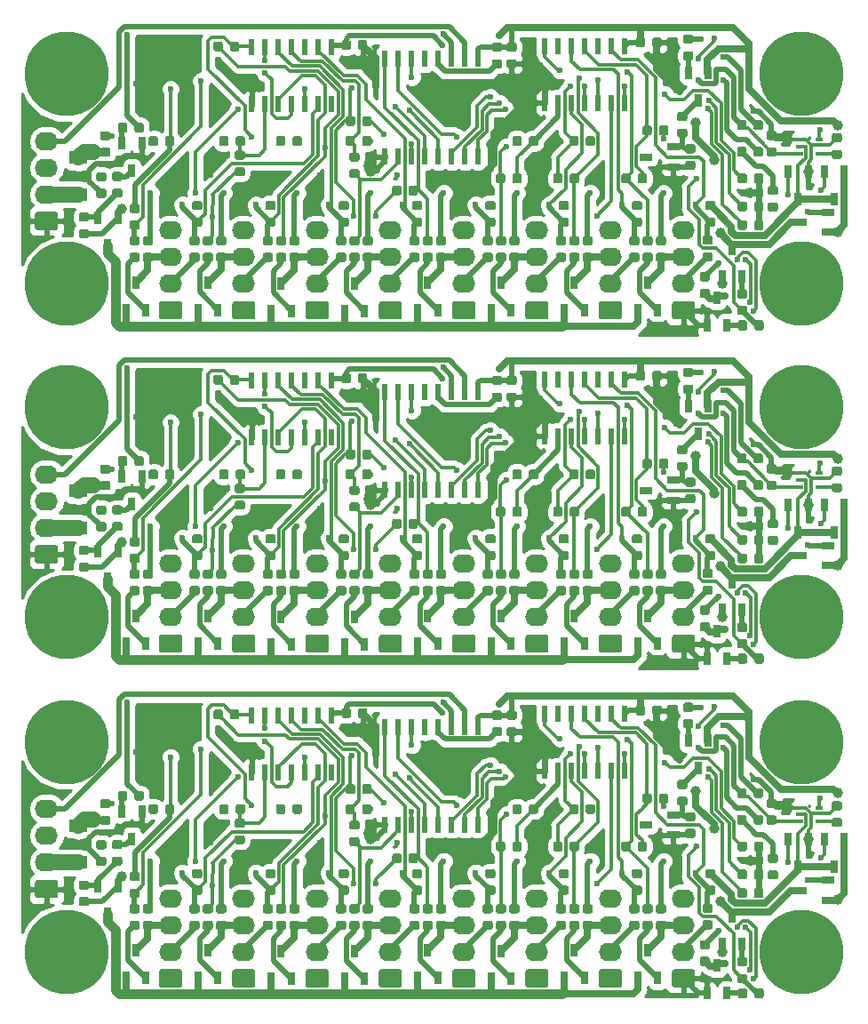
<source format=gbl>
G04 #@! TF.GenerationSoftware,KiCad,Pcbnew,5.0.2+dfsg1-1~bpo9+1*
G04 #@! TF.CreationDate,2019-07-31T18:24:25+02:00*
G04 #@! TF.ProjectId,IO_BUTTON_BOARD,494f5f42-5554-4544-9f4e-5f424f415244,v1.0*
G04 #@! TF.SameCoordinates,Original*
G04 #@! TF.FileFunction,Copper,L2,Bot*
G04 #@! TF.FilePolarity,Positive*
%FSLAX46Y46*%
G04 Gerber Fmt 4.6, Leading zero omitted, Abs format (unit mm)*
G04 Created by KiCad (PCBNEW 5.0.2+dfsg1-1~bpo9+1) date mer. 31 juil. 2019 18:24:25 CEST*
%MOMM*%
%LPD*%
G01*
G04 APERTURE LIST*
G04 #@! TA.AperFunction,Conductor*
%ADD10C,0.100000*%
G04 #@! TD*
G04 #@! TA.AperFunction,SMDPad,CuDef*
%ADD11C,0.875000*%
G04 #@! TD*
G04 #@! TA.AperFunction,SMDPad,CuDef*
%ADD12R,0.650000X1.220000*%
G04 #@! TD*
G04 #@! TA.AperFunction,ComponentPad*
%ADD13C,8.000000*%
G04 #@! TD*
G04 #@! TA.AperFunction,SMDPad,CuDef*
%ADD14R,0.600000X1.500000*%
G04 #@! TD*
G04 #@! TA.AperFunction,ComponentPad*
%ADD15C,1.740000*%
G04 #@! TD*
G04 #@! TA.AperFunction,ComponentPad*
%ADD16O,2.200000X1.740000*%
G04 #@! TD*
G04 #@! TA.AperFunction,SMDPad,CuDef*
%ADD17R,1.220000X0.650000*%
G04 #@! TD*
G04 #@! TA.AperFunction,SMDPad,CuDef*
%ADD18R,0.650000X0.400000*%
G04 #@! TD*
G04 #@! TA.AperFunction,SMDPad,CuDef*
%ADD19R,1.700000X1.300000*%
G04 #@! TD*
G04 #@! TA.AperFunction,ViaPad*
%ADD20C,0.600000*%
G04 #@! TD*
G04 #@! TA.AperFunction,ViaPad*
%ADD21C,1.000000*%
G04 #@! TD*
G04 #@! TA.AperFunction,ViaPad*
%ADD22C,1.200000*%
G04 #@! TD*
G04 #@! TA.AperFunction,Conductor*
%ADD23C,0.500000*%
G04 #@! TD*
G04 #@! TA.AperFunction,Conductor*
%ADD24C,0.300000*%
G04 #@! TD*
G04 #@! TA.AperFunction,Conductor*
%ADD25C,0.700000*%
G04 #@! TD*
G04 #@! TA.AperFunction,Conductor*
%ADD26C,1.500000*%
G04 #@! TD*
G04 #@! TA.AperFunction,Conductor*
%ADD27C,0.900000*%
G04 #@! TD*
G04 #@! TA.AperFunction,Conductor*
%ADD28C,0.254000*%
G04 #@! TD*
G04 APERTURE END LIST*
D10*
G04 #@! TO.N,Net-(Q102-Pad1)*
G04 #@! TO.C,R107*
G36*
X190777691Y-136774553D02*
X190798926Y-136777703D01*
X190819750Y-136782919D01*
X190839962Y-136790151D01*
X190859368Y-136799330D01*
X190877781Y-136810366D01*
X190895024Y-136823154D01*
X190910930Y-136837570D01*
X190925346Y-136853476D01*
X190938134Y-136870719D01*
X190949170Y-136889132D01*
X190958349Y-136908538D01*
X190965581Y-136928750D01*
X190970797Y-136949574D01*
X190973947Y-136970809D01*
X190975000Y-136992250D01*
X190975000Y-137429750D01*
X190973947Y-137451191D01*
X190970797Y-137472426D01*
X190965581Y-137493250D01*
X190958349Y-137513462D01*
X190949170Y-137532868D01*
X190938134Y-137551281D01*
X190925346Y-137568524D01*
X190910930Y-137584430D01*
X190895024Y-137598846D01*
X190877781Y-137611634D01*
X190859368Y-137622670D01*
X190839962Y-137631849D01*
X190819750Y-137639081D01*
X190798926Y-137644297D01*
X190777691Y-137647447D01*
X190756250Y-137648500D01*
X190243750Y-137648500D01*
X190222309Y-137647447D01*
X190201074Y-137644297D01*
X190180250Y-137639081D01*
X190160038Y-137631849D01*
X190140632Y-137622670D01*
X190122219Y-137611634D01*
X190104976Y-137598846D01*
X190089070Y-137584430D01*
X190074654Y-137568524D01*
X190061866Y-137551281D01*
X190050830Y-137532868D01*
X190041651Y-137513462D01*
X190034419Y-137493250D01*
X190029203Y-137472426D01*
X190026053Y-137451191D01*
X190025000Y-137429750D01*
X190025000Y-136992250D01*
X190026053Y-136970809D01*
X190029203Y-136949574D01*
X190034419Y-136928750D01*
X190041651Y-136908538D01*
X190050830Y-136889132D01*
X190061866Y-136870719D01*
X190074654Y-136853476D01*
X190089070Y-136837570D01*
X190104976Y-136823154D01*
X190122219Y-136810366D01*
X190140632Y-136799330D01*
X190160038Y-136790151D01*
X190180250Y-136782919D01*
X190201074Y-136777703D01*
X190222309Y-136774553D01*
X190243750Y-136773500D01*
X190756250Y-136773500D01*
X190777691Y-136774553D01*
X190777691Y-136774553D01*
G37*
D11*
G04 #@! TD*
G04 #@! TO.P,R107,2*
G04 #@! TO.N,Net-(Q102-Pad1)*
X190500000Y-137211000D03*
D10*
G04 #@! TO.N,/REVERSE_PULL*
G04 #@! TO.C,R107*
G36*
X190777691Y-135199553D02*
X190798926Y-135202703D01*
X190819750Y-135207919D01*
X190839962Y-135215151D01*
X190859368Y-135224330D01*
X190877781Y-135235366D01*
X190895024Y-135248154D01*
X190910930Y-135262570D01*
X190925346Y-135278476D01*
X190938134Y-135295719D01*
X190949170Y-135314132D01*
X190958349Y-135333538D01*
X190965581Y-135353750D01*
X190970797Y-135374574D01*
X190973947Y-135395809D01*
X190975000Y-135417250D01*
X190975000Y-135854750D01*
X190973947Y-135876191D01*
X190970797Y-135897426D01*
X190965581Y-135918250D01*
X190958349Y-135938462D01*
X190949170Y-135957868D01*
X190938134Y-135976281D01*
X190925346Y-135993524D01*
X190910930Y-136009430D01*
X190895024Y-136023846D01*
X190877781Y-136036634D01*
X190859368Y-136047670D01*
X190839962Y-136056849D01*
X190819750Y-136064081D01*
X190798926Y-136069297D01*
X190777691Y-136072447D01*
X190756250Y-136073500D01*
X190243750Y-136073500D01*
X190222309Y-136072447D01*
X190201074Y-136069297D01*
X190180250Y-136064081D01*
X190160038Y-136056849D01*
X190140632Y-136047670D01*
X190122219Y-136036634D01*
X190104976Y-136023846D01*
X190089070Y-136009430D01*
X190074654Y-135993524D01*
X190061866Y-135976281D01*
X190050830Y-135957868D01*
X190041651Y-135938462D01*
X190034419Y-135918250D01*
X190029203Y-135897426D01*
X190026053Y-135876191D01*
X190025000Y-135854750D01*
X190025000Y-135417250D01*
X190026053Y-135395809D01*
X190029203Y-135374574D01*
X190034419Y-135353750D01*
X190041651Y-135333538D01*
X190050830Y-135314132D01*
X190061866Y-135295719D01*
X190074654Y-135278476D01*
X190089070Y-135262570D01*
X190104976Y-135248154D01*
X190122219Y-135235366D01*
X190140632Y-135224330D01*
X190160038Y-135215151D01*
X190180250Y-135207919D01*
X190201074Y-135202703D01*
X190222309Y-135199553D01*
X190243750Y-135198500D01*
X190756250Y-135198500D01*
X190777691Y-135199553D01*
X190777691Y-135199553D01*
G37*
D11*
G04 #@! TD*
G04 #@! TO.P,R107,1*
G04 #@! TO.N,/REVERSE_PULL*
X190500000Y-135636000D03*
D10*
G04 #@! TO.N,/OUT_6*
G04 #@! TO.C,R136*
G36*
X173124691Y-141575053D02*
X173145926Y-141578203D01*
X173166750Y-141583419D01*
X173186962Y-141590651D01*
X173206368Y-141599830D01*
X173224781Y-141610866D01*
X173242024Y-141623654D01*
X173257930Y-141638070D01*
X173272346Y-141653976D01*
X173285134Y-141671219D01*
X173296170Y-141689632D01*
X173305349Y-141709038D01*
X173312581Y-141729250D01*
X173317797Y-141750074D01*
X173320947Y-141771309D01*
X173322000Y-141792750D01*
X173322000Y-142230250D01*
X173320947Y-142251691D01*
X173317797Y-142272926D01*
X173312581Y-142293750D01*
X173305349Y-142313962D01*
X173296170Y-142333368D01*
X173285134Y-142351781D01*
X173272346Y-142369024D01*
X173257930Y-142384930D01*
X173242024Y-142399346D01*
X173224781Y-142412134D01*
X173206368Y-142423170D01*
X173186962Y-142432349D01*
X173166750Y-142439581D01*
X173145926Y-142444797D01*
X173124691Y-142447947D01*
X173103250Y-142449000D01*
X172590750Y-142449000D01*
X172569309Y-142447947D01*
X172548074Y-142444797D01*
X172527250Y-142439581D01*
X172507038Y-142432349D01*
X172487632Y-142423170D01*
X172469219Y-142412134D01*
X172451976Y-142399346D01*
X172436070Y-142384930D01*
X172421654Y-142369024D01*
X172408866Y-142351781D01*
X172397830Y-142333368D01*
X172388651Y-142313962D01*
X172381419Y-142293750D01*
X172376203Y-142272926D01*
X172373053Y-142251691D01*
X172372000Y-142230250D01*
X172372000Y-141792750D01*
X172373053Y-141771309D01*
X172376203Y-141750074D01*
X172381419Y-141729250D01*
X172388651Y-141709038D01*
X172397830Y-141689632D01*
X172408866Y-141671219D01*
X172421654Y-141653976D01*
X172436070Y-141638070D01*
X172451976Y-141623654D01*
X172469219Y-141610866D01*
X172487632Y-141599830D01*
X172507038Y-141590651D01*
X172527250Y-141583419D01*
X172548074Y-141578203D01*
X172569309Y-141575053D01*
X172590750Y-141574000D01*
X173103250Y-141574000D01*
X173124691Y-141575053D01*
X173124691Y-141575053D01*
G37*
D11*
G04 #@! TD*
G04 #@! TO.P,R136,1*
G04 #@! TO.N,/OUT_6*
X172847000Y-142011500D03*
D10*
G04 #@! TO.N,Net-(D119-Pad2)*
G04 #@! TO.C,R136*
G36*
X173124691Y-140000053D02*
X173145926Y-140003203D01*
X173166750Y-140008419D01*
X173186962Y-140015651D01*
X173206368Y-140024830D01*
X173224781Y-140035866D01*
X173242024Y-140048654D01*
X173257930Y-140063070D01*
X173272346Y-140078976D01*
X173285134Y-140096219D01*
X173296170Y-140114632D01*
X173305349Y-140134038D01*
X173312581Y-140154250D01*
X173317797Y-140175074D01*
X173320947Y-140196309D01*
X173322000Y-140217750D01*
X173322000Y-140655250D01*
X173320947Y-140676691D01*
X173317797Y-140697926D01*
X173312581Y-140718750D01*
X173305349Y-140738962D01*
X173296170Y-140758368D01*
X173285134Y-140776781D01*
X173272346Y-140794024D01*
X173257930Y-140809930D01*
X173242024Y-140824346D01*
X173224781Y-140837134D01*
X173206368Y-140848170D01*
X173186962Y-140857349D01*
X173166750Y-140864581D01*
X173145926Y-140869797D01*
X173124691Y-140872947D01*
X173103250Y-140874000D01*
X172590750Y-140874000D01*
X172569309Y-140872947D01*
X172548074Y-140869797D01*
X172527250Y-140864581D01*
X172507038Y-140857349D01*
X172487632Y-140848170D01*
X172469219Y-140837134D01*
X172451976Y-140824346D01*
X172436070Y-140809930D01*
X172421654Y-140794024D01*
X172408866Y-140776781D01*
X172397830Y-140758368D01*
X172388651Y-140738962D01*
X172381419Y-140718750D01*
X172376203Y-140697926D01*
X172373053Y-140676691D01*
X172372000Y-140655250D01*
X172372000Y-140217750D01*
X172373053Y-140196309D01*
X172376203Y-140175074D01*
X172381419Y-140154250D01*
X172388651Y-140134038D01*
X172397830Y-140114632D01*
X172408866Y-140096219D01*
X172421654Y-140078976D01*
X172436070Y-140063070D01*
X172451976Y-140048654D01*
X172469219Y-140035866D01*
X172487632Y-140024830D01*
X172507038Y-140015651D01*
X172527250Y-140008419D01*
X172548074Y-140003203D01*
X172569309Y-140000053D01*
X172590750Y-139999000D01*
X173103250Y-139999000D01*
X173124691Y-140000053D01*
X173124691Y-140000053D01*
G37*
D11*
G04 #@! TD*
G04 #@! TO.P,R136,2*
G04 #@! TO.N,Net-(D119-Pad2)*
X172847000Y-140436500D03*
D10*
G04 #@! TO.N,Net-(R124-Pad1)*
G04 #@! TO.C,R124*
G36*
X143826191Y-130463053D02*
X143847426Y-130466203D01*
X143868250Y-130471419D01*
X143888462Y-130478651D01*
X143907868Y-130487830D01*
X143926281Y-130498866D01*
X143943524Y-130511654D01*
X143959430Y-130526070D01*
X143973846Y-130541976D01*
X143986634Y-130559219D01*
X143997670Y-130577632D01*
X144006849Y-130597038D01*
X144014081Y-130617250D01*
X144019297Y-130638074D01*
X144022447Y-130659309D01*
X144023500Y-130680750D01*
X144023500Y-131193250D01*
X144022447Y-131214691D01*
X144019297Y-131235926D01*
X144014081Y-131256750D01*
X144006849Y-131276962D01*
X143997670Y-131296368D01*
X143986634Y-131314781D01*
X143973846Y-131332024D01*
X143959430Y-131347930D01*
X143943524Y-131362346D01*
X143926281Y-131375134D01*
X143907868Y-131386170D01*
X143888462Y-131395349D01*
X143868250Y-131402581D01*
X143847426Y-131407797D01*
X143826191Y-131410947D01*
X143804750Y-131412000D01*
X143367250Y-131412000D01*
X143345809Y-131410947D01*
X143324574Y-131407797D01*
X143303750Y-131402581D01*
X143283538Y-131395349D01*
X143264132Y-131386170D01*
X143245719Y-131375134D01*
X143228476Y-131362346D01*
X143212570Y-131347930D01*
X143198154Y-131332024D01*
X143185366Y-131314781D01*
X143174330Y-131296368D01*
X143165151Y-131276962D01*
X143157919Y-131256750D01*
X143152703Y-131235926D01*
X143149553Y-131214691D01*
X143148500Y-131193250D01*
X143148500Y-130680750D01*
X143149553Y-130659309D01*
X143152703Y-130638074D01*
X143157919Y-130617250D01*
X143165151Y-130597038D01*
X143174330Y-130577632D01*
X143185366Y-130559219D01*
X143198154Y-130541976D01*
X143212570Y-130526070D01*
X143228476Y-130511654D01*
X143245719Y-130498866D01*
X143264132Y-130487830D01*
X143283538Y-130478651D01*
X143303750Y-130471419D01*
X143324574Y-130466203D01*
X143345809Y-130463053D01*
X143367250Y-130462000D01*
X143804750Y-130462000D01*
X143826191Y-130463053D01*
X143826191Y-130463053D01*
G37*
D11*
G04 #@! TD*
G04 #@! TO.P,R124,1*
G04 #@! TO.N,Net-(R124-Pad1)*
X143586000Y-130937000D03*
D10*
G04 #@! TO.N,Net-(D107-Pad2)*
G04 #@! TO.C,R124*
G36*
X145401191Y-130463053D02*
X145422426Y-130466203D01*
X145443250Y-130471419D01*
X145463462Y-130478651D01*
X145482868Y-130487830D01*
X145501281Y-130498866D01*
X145518524Y-130511654D01*
X145534430Y-130526070D01*
X145548846Y-130541976D01*
X145561634Y-130559219D01*
X145572670Y-130577632D01*
X145581849Y-130597038D01*
X145589081Y-130617250D01*
X145594297Y-130638074D01*
X145597447Y-130659309D01*
X145598500Y-130680750D01*
X145598500Y-131193250D01*
X145597447Y-131214691D01*
X145594297Y-131235926D01*
X145589081Y-131256750D01*
X145581849Y-131276962D01*
X145572670Y-131296368D01*
X145561634Y-131314781D01*
X145548846Y-131332024D01*
X145534430Y-131347930D01*
X145518524Y-131362346D01*
X145501281Y-131375134D01*
X145482868Y-131386170D01*
X145463462Y-131395349D01*
X145443250Y-131402581D01*
X145422426Y-131407797D01*
X145401191Y-131410947D01*
X145379750Y-131412000D01*
X144942250Y-131412000D01*
X144920809Y-131410947D01*
X144899574Y-131407797D01*
X144878750Y-131402581D01*
X144858538Y-131395349D01*
X144839132Y-131386170D01*
X144820719Y-131375134D01*
X144803476Y-131362346D01*
X144787570Y-131347930D01*
X144773154Y-131332024D01*
X144760366Y-131314781D01*
X144749330Y-131296368D01*
X144740151Y-131276962D01*
X144732919Y-131256750D01*
X144727703Y-131235926D01*
X144724553Y-131214691D01*
X144723500Y-131193250D01*
X144723500Y-130680750D01*
X144724553Y-130659309D01*
X144727703Y-130638074D01*
X144732919Y-130617250D01*
X144740151Y-130597038D01*
X144749330Y-130577632D01*
X144760366Y-130559219D01*
X144773154Y-130541976D01*
X144787570Y-130526070D01*
X144803476Y-130511654D01*
X144820719Y-130498866D01*
X144839132Y-130487830D01*
X144858538Y-130478651D01*
X144878750Y-130471419D01*
X144899574Y-130466203D01*
X144920809Y-130463053D01*
X144942250Y-130462000D01*
X145379750Y-130462000D01*
X145401191Y-130463053D01*
X145401191Y-130463053D01*
G37*
D11*
G04 #@! TD*
G04 #@! TO.P,R124,2*
G04 #@! TO.N,Net-(D107-Pad2)*
X145161000Y-130937000D03*
D12*
G04 #@! TO.P,Q114,1*
G04 #@! TO.N,Net-(Q114-Pad1)*
X158557000Y-147019000D03*
G04 #@! TO.P,Q114,2*
G04 #@! TO.N,/OUTPUT_VCC*
X156657000Y-147019000D03*
G04 #@! TO.P,Q114,3*
G04 #@! TO.N,/OUT_4*
X157607000Y-144399000D03*
G04 #@! TD*
D13*
G04 #@! TO.P,H101,1*
G04 #@! TO.N,N/C*
X123206000Y-144538000D03*
G04 #@! TD*
D10*
G04 #@! TO.N,Net-(R141-Pad1)*
G04 #@! TO.C,R150*
G36*
X157884691Y-140000053D02*
X157905926Y-140003203D01*
X157926750Y-140008419D01*
X157946962Y-140015651D01*
X157966368Y-140024830D01*
X157984781Y-140035866D01*
X158002024Y-140048654D01*
X158017930Y-140063070D01*
X158032346Y-140078976D01*
X158045134Y-140096219D01*
X158056170Y-140114632D01*
X158065349Y-140134038D01*
X158072581Y-140154250D01*
X158077797Y-140175074D01*
X158080947Y-140196309D01*
X158082000Y-140217750D01*
X158082000Y-140655250D01*
X158080947Y-140676691D01*
X158077797Y-140697926D01*
X158072581Y-140718750D01*
X158065349Y-140738962D01*
X158056170Y-140758368D01*
X158045134Y-140776781D01*
X158032346Y-140794024D01*
X158017930Y-140809930D01*
X158002024Y-140824346D01*
X157984781Y-140837134D01*
X157966368Y-140848170D01*
X157946962Y-140857349D01*
X157926750Y-140864581D01*
X157905926Y-140869797D01*
X157884691Y-140872947D01*
X157863250Y-140874000D01*
X157350750Y-140874000D01*
X157329309Y-140872947D01*
X157308074Y-140869797D01*
X157287250Y-140864581D01*
X157267038Y-140857349D01*
X157247632Y-140848170D01*
X157229219Y-140837134D01*
X157211976Y-140824346D01*
X157196070Y-140809930D01*
X157181654Y-140794024D01*
X157168866Y-140776781D01*
X157157830Y-140758368D01*
X157148651Y-140738962D01*
X157141419Y-140718750D01*
X157136203Y-140697926D01*
X157133053Y-140676691D01*
X157132000Y-140655250D01*
X157132000Y-140217750D01*
X157133053Y-140196309D01*
X157136203Y-140175074D01*
X157141419Y-140154250D01*
X157148651Y-140134038D01*
X157157830Y-140114632D01*
X157168866Y-140096219D01*
X157181654Y-140078976D01*
X157196070Y-140063070D01*
X157211976Y-140048654D01*
X157229219Y-140035866D01*
X157247632Y-140024830D01*
X157267038Y-140015651D01*
X157287250Y-140008419D01*
X157308074Y-140003203D01*
X157329309Y-140000053D01*
X157350750Y-139999000D01*
X157863250Y-139999000D01*
X157884691Y-140000053D01*
X157884691Y-140000053D01*
G37*
D11*
G04 #@! TD*
G04 #@! TO.P,R150,2*
G04 #@! TO.N,Net-(R141-Pad1)*
X157607000Y-140436500D03*
D10*
G04 #@! TO.N,Net-(Q114-Pad1)*
G04 #@! TO.C,R150*
G36*
X157884691Y-141575053D02*
X157905926Y-141578203D01*
X157926750Y-141583419D01*
X157946962Y-141590651D01*
X157966368Y-141599830D01*
X157984781Y-141610866D01*
X158002024Y-141623654D01*
X158017930Y-141638070D01*
X158032346Y-141653976D01*
X158045134Y-141671219D01*
X158056170Y-141689632D01*
X158065349Y-141709038D01*
X158072581Y-141729250D01*
X158077797Y-141750074D01*
X158080947Y-141771309D01*
X158082000Y-141792750D01*
X158082000Y-142230250D01*
X158080947Y-142251691D01*
X158077797Y-142272926D01*
X158072581Y-142293750D01*
X158065349Y-142313962D01*
X158056170Y-142333368D01*
X158045134Y-142351781D01*
X158032346Y-142369024D01*
X158017930Y-142384930D01*
X158002024Y-142399346D01*
X157984781Y-142412134D01*
X157966368Y-142423170D01*
X157946962Y-142432349D01*
X157926750Y-142439581D01*
X157905926Y-142444797D01*
X157884691Y-142447947D01*
X157863250Y-142449000D01*
X157350750Y-142449000D01*
X157329309Y-142447947D01*
X157308074Y-142444797D01*
X157287250Y-142439581D01*
X157267038Y-142432349D01*
X157247632Y-142423170D01*
X157229219Y-142412134D01*
X157211976Y-142399346D01*
X157196070Y-142384930D01*
X157181654Y-142369024D01*
X157168866Y-142351781D01*
X157157830Y-142333368D01*
X157148651Y-142313962D01*
X157141419Y-142293750D01*
X157136203Y-142272926D01*
X157133053Y-142251691D01*
X157132000Y-142230250D01*
X157132000Y-141792750D01*
X157133053Y-141771309D01*
X157136203Y-141750074D01*
X157141419Y-141729250D01*
X157148651Y-141709038D01*
X157157830Y-141689632D01*
X157168866Y-141671219D01*
X157181654Y-141653976D01*
X157196070Y-141638070D01*
X157211976Y-141623654D01*
X157229219Y-141610866D01*
X157247632Y-141599830D01*
X157267038Y-141590651D01*
X157287250Y-141583419D01*
X157308074Y-141578203D01*
X157329309Y-141575053D01*
X157350750Y-141574000D01*
X157863250Y-141574000D01*
X157884691Y-141575053D01*
X157884691Y-141575053D01*
G37*
D11*
G04 #@! TD*
G04 #@! TO.P,R150,1*
G04 #@! TO.N,Net-(Q114-Pad1)*
X157607000Y-142011500D03*
D10*
G04 #@! TO.N,Net-(Q113-Pad1)*
G04 #@! TO.C,R149*
G36*
X150899691Y-141575053D02*
X150920926Y-141578203D01*
X150941750Y-141583419D01*
X150961962Y-141590651D01*
X150981368Y-141599830D01*
X150999781Y-141610866D01*
X151017024Y-141623654D01*
X151032930Y-141638070D01*
X151047346Y-141653976D01*
X151060134Y-141671219D01*
X151071170Y-141689632D01*
X151080349Y-141709038D01*
X151087581Y-141729250D01*
X151092797Y-141750074D01*
X151095947Y-141771309D01*
X151097000Y-141792750D01*
X151097000Y-142230250D01*
X151095947Y-142251691D01*
X151092797Y-142272926D01*
X151087581Y-142293750D01*
X151080349Y-142313962D01*
X151071170Y-142333368D01*
X151060134Y-142351781D01*
X151047346Y-142369024D01*
X151032930Y-142384930D01*
X151017024Y-142399346D01*
X150999781Y-142412134D01*
X150981368Y-142423170D01*
X150961962Y-142432349D01*
X150941750Y-142439581D01*
X150920926Y-142444797D01*
X150899691Y-142447947D01*
X150878250Y-142449000D01*
X150365750Y-142449000D01*
X150344309Y-142447947D01*
X150323074Y-142444797D01*
X150302250Y-142439581D01*
X150282038Y-142432349D01*
X150262632Y-142423170D01*
X150244219Y-142412134D01*
X150226976Y-142399346D01*
X150211070Y-142384930D01*
X150196654Y-142369024D01*
X150183866Y-142351781D01*
X150172830Y-142333368D01*
X150163651Y-142313962D01*
X150156419Y-142293750D01*
X150151203Y-142272926D01*
X150148053Y-142251691D01*
X150147000Y-142230250D01*
X150147000Y-141792750D01*
X150148053Y-141771309D01*
X150151203Y-141750074D01*
X150156419Y-141729250D01*
X150163651Y-141709038D01*
X150172830Y-141689632D01*
X150183866Y-141671219D01*
X150196654Y-141653976D01*
X150211070Y-141638070D01*
X150226976Y-141623654D01*
X150244219Y-141610866D01*
X150262632Y-141599830D01*
X150282038Y-141590651D01*
X150302250Y-141583419D01*
X150323074Y-141578203D01*
X150344309Y-141575053D01*
X150365750Y-141574000D01*
X150878250Y-141574000D01*
X150899691Y-141575053D01*
X150899691Y-141575053D01*
G37*
D11*
G04 #@! TD*
G04 #@! TO.P,R149,1*
G04 #@! TO.N,Net-(Q113-Pad1)*
X150622000Y-142011500D03*
D10*
G04 #@! TO.N,Net-(R142-Pad1)*
G04 #@! TO.C,R149*
G36*
X150899691Y-140000053D02*
X150920926Y-140003203D01*
X150941750Y-140008419D01*
X150961962Y-140015651D01*
X150981368Y-140024830D01*
X150999781Y-140035866D01*
X151017024Y-140048654D01*
X151032930Y-140063070D01*
X151047346Y-140078976D01*
X151060134Y-140096219D01*
X151071170Y-140114632D01*
X151080349Y-140134038D01*
X151087581Y-140154250D01*
X151092797Y-140175074D01*
X151095947Y-140196309D01*
X151097000Y-140217750D01*
X151097000Y-140655250D01*
X151095947Y-140676691D01*
X151092797Y-140697926D01*
X151087581Y-140718750D01*
X151080349Y-140738962D01*
X151071170Y-140758368D01*
X151060134Y-140776781D01*
X151047346Y-140794024D01*
X151032930Y-140809930D01*
X151017024Y-140824346D01*
X150999781Y-140837134D01*
X150981368Y-140848170D01*
X150961962Y-140857349D01*
X150941750Y-140864581D01*
X150920926Y-140869797D01*
X150899691Y-140872947D01*
X150878250Y-140874000D01*
X150365750Y-140874000D01*
X150344309Y-140872947D01*
X150323074Y-140869797D01*
X150302250Y-140864581D01*
X150282038Y-140857349D01*
X150262632Y-140848170D01*
X150244219Y-140837134D01*
X150226976Y-140824346D01*
X150211070Y-140809930D01*
X150196654Y-140794024D01*
X150183866Y-140776781D01*
X150172830Y-140758368D01*
X150163651Y-140738962D01*
X150156419Y-140718750D01*
X150151203Y-140697926D01*
X150148053Y-140676691D01*
X150147000Y-140655250D01*
X150147000Y-140217750D01*
X150148053Y-140196309D01*
X150151203Y-140175074D01*
X150156419Y-140154250D01*
X150163651Y-140134038D01*
X150172830Y-140114632D01*
X150183866Y-140096219D01*
X150196654Y-140078976D01*
X150211070Y-140063070D01*
X150226976Y-140048654D01*
X150244219Y-140035866D01*
X150262632Y-140024830D01*
X150282038Y-140015651D01*
X150302250Y-140008419D01*
X150323074Y-140003203D01*
X150344309Y-140000053D01*
X150365750Y-139999000D01*
X150878250Y-139999000D01*
X150899691Y-140000053D01*
X150899691Y-140000053D01*
G37*
D11*
G04 #@! TD*
G04 #@! TO.P,R149,2*
G04 #@! TO.N,Net-(R142-Pad1)*
X150622000Y-140436500D03*
D10*
G04 #@! TO.N,Net-(D115-Pad2)*
G04 #@! TO.C,R132*
G36*
X145184691Y-140000053D02*
X145205926Y-140003203D01*
X145226750Y-140008419D01*
X145246962Y-140015651D01*
X145266368Y-140024830D01*
X145284781Y-140035866D01*
X145302024Y-140048654D01*
X145317930Y-140063070D01*
X145332346Y-140078976D01*
X145345134Y-140096219D01*
X145356170Y-140114632D01*
X145365349Y-140134038D01*
X145372581Y-140154250D01*
X145377797Y-140175074D01*
X145380947Y-140196309D01*
X145382000Y-140217750D01*
X145382000Y-140655250D01*
X145380947Y-140676691D01*
X145377797Y-140697926D01*
X145372581Y-140718750D01*
X145365349Y-140738962D01*
X145356170Y-140758368D01*
X145345134Y-140776781D01*
X145332346Y-140794024D01*
X145317930Y-140809930D01*
X145302024Y-140824346D01*
X145284781Y-140837134D01*
X145266368Y-140848170D01*
X145246962Y-140857349D01*
X145226750Y-140864581D01*
X145205926Y-140869797D01*
X145184691Y-140872947D01*
X145163250Y-140874000D01*
X144650750Y-140874000D01*
X144629309Y-140872947D01*
X144608074Y-140869797D01*
X144587250Y-140864581D01*
X144567038Y-140857349D01*
X144547632Y-140848170D01*
X144529219Y-140837134D01*
X144511976Y-140824346D01*
X144496070Y-140809930D01*
X144481654Y-140794024D01*
X144468866Y-140776781D01*
X144457830Y-140758368D01*
X144448651Y-140738962D01*
X144441419Y-140718750D01*
X144436203Y-140697926D01*
X144433053Y-140676691D01*
X144432000Y-140655250D01*
X144432000Y-140217750D01*
X144433053Y-140196309D01*
X144436203Y-140175074D01*
X144441419Y-140154250D01*
X144448651Y-140134038D01*
X144457830Y-140114632D01*
X144468866Y-140096219D01*
X144481654Y-140078976D01*
X144496070Y-140063070D01*
X144511976Y-140048654D01*
X144529219Y-140035866D01*
X144547632Y-140024830D01*
X144567038Y-140015651D01*
X144587250Y-140008419D01*
X144608074Y-140003203D01*
X144629309Y-140000053D01*
X144650750Y-139999000D01*
X145163250Y-139999000D01*
X145184691Y-140000053D01*
X145184691Y-140000053D01*
G37*
D11*
G04 #@! TD*
G04 #@! TO.P,R132,2*
G04 #@! TO.N,Net-(D115-Pad2)*
X144907000Y-140436500D03*
D10*
G04 #@! TO.N,/OUT_2*
G04 #@! TO.C,R132*
G36*
X145184691Y-141575053D02*
X145205926Y-141578203D01*
X145226750Y-141583419D01*
X145246962Y-141590651D01*
X145266368Y-141599830D01*
X145284781Y-141610866D01*
X145302024Y-141623654D01*
X145317930Y-141638070D01*
X145332346Y-141653976D01*
X145345134Y-141671219D01*
X145356170Y-141689632D01*
X145365349Y-141709038D01*
X145372581Y-141729250D01*
X145377797Y-141750074D01*
X145380947Y-141771309D01*
X145382000Y-141792750D01*
X145382000Y-142230250D01*
X145380947Y-142251691D01*
X145377797Y-142272926D01*
X145372581Y-142293750D01*
X145365349Y-142313962D01*
X145356170Y-142333368D01*
X145345134Y-142351781D01*
X145332346Y-142369024D01*
X145317930Y-142384930D01*
X145302024Y-142399346D01*
X145284781Y-142412134D01*
X145266368Y-142423170D01*
X145246962Y-142432349D01*
X145226750Y-142439581D01*
X145205926Y-142444797D01*
X145184691Y-142447947D01*
X145163250Y-142449000D01*
X144650750Y-142449000D01*
X144629309Y-142447947D01*
X144608074Y-142444797D01*
X144587250Y-142439581D01*
X144567038Y-142432349D01*
X144547632Y-142423170D01*
X144529219Y-142412134D01*
X144511976Y-142399346D01*
X144496070Y-142384930D01*
X144481654Y-142369024D01*
X144468866Y-142351781D01*
X144457830Y-142333368D01*
X144448651Y-142313962D01*
X144441419Y-142293750D01*
X144436203Y-142272926D01*
X144433053Y-142251691D01*
X144432000Y-142230250D01*
X144432000Y-141792750D01*
X144433053Y-141771309D01*
X144436203Y-141750074D01*
X144441419Y-141729250D01*
X144448651Y-141709038D01*
X144457830Y-141689632D01*
X144468866Y-141671219D01*
X144481654Y-141653976D01*
X144496070Y-141638070D01*
X144511976Y-141623654D01*
X144529219Y-141610866D01*
X144547632Y-141599830D01*
X144567038Y-141590651D01*
X144587250Y-141583419D01*
X144608074Y-141578203D01*
X144629309Y-141575053D01*
X144650750Y-141574000D01*
X145163250Y-141574000D01*
X145184691Y-141575053D01*
X145184691Y-141575053D01*
G37*
D11*
G04 #@! TD*
G04 #@! TO.P,R132,1*
G04 #@! TO.N,/OUT_2*
X144907000Y-142011500D03*
D10*
G04 #@! TO.N,Net-(R138-Pad1)*
G04 #@! TO.C,R138*
G36*
X176719191Y-134019053D02*
X176740426Y-134022203D01*
X176761250Y-134027419D01*
X176781462Y-134034651D01*
X176800868Y-134043830D01*
X176819281Y-134054866D01*
X176836524Y-134067654D01*
X176852430Y-134082070D01*
X176866846Y-134097976D01*
X176879634Y-134115219D01*
X176890670Y-134133632D01*
X176899849Y-134153038D01*
X176907081Y-134173250D01*
X176912297Y-134194074D01*
X176915447Y-134215309D01*
X176916500Y-134236750D01*
X176916500Y-134749250D01*
X176915447Y-134770691D01*
X176912297Y-134791926D01*
X176907081Y-134812750D01*
X176899849Y-134832962D01*
X176890670Y-134852368D01*
X176879634Y-134870781D01*
X176866846Y-134888024D01*
X176852430Y-134903930D01*
X176836524Y-134918346D01*
X176819281Y-134931134D01*
X176800868Y-134942170D01*
X176781462Y-134951349D01*
X176761250Y-134958581D01*
X176740426Y-134963797D01*
X176719191Y-134966947D01*
X176697750Y-134968000D01*
X176260250Y-134968000D01*
X176238809Y-134966947D01*
X176217574Y-134963797D01*
X176196750Y-134958581D01*
X176176538Y-134951349D01*
X176157132Y-134942170D01*
X176138719Y-134931134D01*
X176121476Y-134918346D01*
X176105570Y-134903930D01*
X176091154Y-134888024D01*
X176078366Y-134870781D01*
X176067330Y-134852368D01*
X176058151Y-134832962D01*
X176050919Y-134812750D01*
X176045703Y-134791926D01*
X176042553Y-134770691D01*
X176041500Y-134749250D01*
X176041500Y-134236750D01*
X176042553Y-134215309D01*
X176045703Y-134194074D01*
X176050919Y-134173250D01*
X176058151Y-134153038D01*
X176067330Y-134133632D01*
X176078366Y-134115219D01*
X176091154Y-134097976D01*
X176105570Y-134082070D01*
X176121476Y-134067654D01*
X176138719Y-134054866D01*
X176157132Y-134043830D01*
X176176538Y-134034651D01*
X176196750Y-134027419D01*
X176217574Y-134022203D01*
X176238809Y-134019053D01*
X176260250Y-134018000D01*
X176697750Y-134018000D01*
X176719191Y-134019053D01*
X176719191Y-134019053D01*
G37*
D11*
G04 #@! TD*
G04 #@! TO.P,R138,1*
G04 #@! TO.N,Net-(R138-Pad1)*
X176479000Y-134493000D03*
D10*
G04 #@! TO.N,Net-(R129-Pad1)*
G04 #@! TO.C,R138*
G36*
X178294191Y-134019053D02*
X178315426Y-134022203D01*
X178336250Y-134027419D01*
X178356462Y-134034651D01*
X178375868Y-134043830D01*
X178394281Y-134054866D01*
X178411524Y-134067654D01*
X178427430Y-134082070D01*
X178441846Y-134097976D01*
X178454634Y-134115219D01*
X178465670Y-134133632D01*
X178474849Y-134153038D01*
X178482081Y-134173250D01*
X178487297Y-134194074D01*
X178490447Y-134215309D01*
X178491500Y-134236750D01*
X178491500Y-134749250D01*
X178490447Y-134770691D01*
X178487297Y-134791926D01*
X178482081Y-134812750D01*
X178474849Y-134832962D01*
X178465670Y-134852368D01*
X178454634Y-134870781D01*
X178441846Y-134888024D01*
X178427430Y-134903930D01*
X178411524Y-134918346D01*
X178394281Y-134931134D01*
X178375868Y-134942170D01*
X178356462Y-134951349D01*
X178336250Y-134958581D01*
X178315426Y-134963797D01*
X178294191Y-134966947D01*
X178272750Y-134968000D01*
X177835250Y-134968000D01*
X177813809Y-134966947D01*
X177792574Y-134963797D01*
X177771750Y-134958581D01*
X177751538Y-134951349D01*
X177732132Y-134942170D01*
X177713719Y-134931134D01*
X177696476Y-134918346D01*
X177680570Y-134903930D01*
X177666154Y-134888024D01*
X177653366Y-134870781D01*
X177642330Y-134852368D01*
X177633151Y-134832962D01*
X177625919Y-134812750D01*
X177620703Y-134791926D01*
X177617553Y-134770691D01*
X177616500Y-134749250D01*
X177616500Y-134236750D01*
X177617553Y-134215309D01*
X177620703Y-134194074D01*
X177625919Y-134173250D01*
X177633151Y-134153038D01*
X177642330Y-134133632D01*
X177653366Y-134115219D01*
X177666154Y-134097976D01*
X177680570Y-134082070D01*
X177696476Y-134067654D01*
X177713719Y-134054866D01*
X177732132Y-134043830D01*
X177751538Y-134034651D01*
X177771750Y-134027419D01*
X177792574Y-134022203D01*
X177813809Y-134019053D01*
X177835250Y-134018000D01*
X178272750Y-134018000D01*
X178294191Y-134019053D01*
X178294191Y-134019053D01*
G37*
D11*
G04 #@! TD*
G04 #@! TO.P,R138,2*
G04 #@! TO.N,Net-(R129-Pad1)*
X178054000Y-134493000D03*
D14*
G04 #@! TO.P,U102,1*
G04 #@! TO.N,/REF_XOR*
X148463000Y-127414000D03*
G04 #@! TO.P,U102,2*
G04 #@! TO.N,Net-(R154-Pad1)*
X147193000Y-127414000D03*
G04 #@! TO.P,U102,3*
G04 #@! TO.N,Net-(R122-Pad1)*
X145923000Y-127414000D03*
G04 #@! TO.P,U102,4*
G04 #@! TO.N,/REF_XOR*
X144653000Y-127414000D03*
G04 #@! TO.P,U102,5*
G04 #@! TO.N,Net-(R155-Pad1)*
X143383000Y-127414000D03*
G04 #@! TO.P,U102,6*
G04 #@! TO.N,Net-(R123-Pad1)*
X142113000Y-127414000D03*
G04 #@! TO.P,U102,7*
G04 #@! TO.N,GND*
X140843000Y-127414000D03*
G04 #@! TO.P,U102,8*
G04 #@! TO.N,Net-(R124-Pad1)*
X140843000Y-122014000D03*
G04 #@! TO.P,U102,9*
G04 #@! TO.N,/REF_XOR*
X142113000Y-122014000D03*
G04 #@! TO.P,U102,10*
G04 #@! TO.N,Net-(R156-Pad1)*
X143383000Y-122014000D03*
G04 #@! TO.P,U102,11*
G04 #@! TO.N,Net-(R125-Pad1)*
X144653000Y-122014000D03*
G04 #@! TO.P,U102,12*
G04 #@! TO.N,/REF_XOR*
X145923000Y-122014000D03*
G04 #@! TO.P,U102,13*
G04 #@! TO.N,Net-(R157-Pad1)*
X147193000Y-122014000D03*
G04 #@! TO.P,U102,14*
G04 #@! TO.N,VCC*
X148463000Y-122014000D03*
G04 #@! TD*
G04 #@! TO.P,U103,14*
G04 #@! TO.N,VCC*
X176403000Y-121887000D03*
G04 #@! TO.P,U103,13*
G04 #@! TO.N,Net-(R161-Pad1)*
X175133000Y-121887000D03*
G04 #@! TO.P,U103,12*
G04 #@! TO.N,/REF_XOR*
X173863000Y-121887000D03*
G04 #@! TO.P,U103,11*
G04 #@! TO.N,Net-(R129-Pad1)*
X172593000Y-121887000D03*
G04 #@! TO.P,U103,10*
G04 #@! TO.N,Net-(R160-Pad1)*
X171323000Y-121887000D03*
G04 #@! TO.P,U103,9*
G04 #@! TO.N,/REF_XOR*
X170053000Y-121887000D03*
G04 #@! TO.P,U103,8*
G04 #@! TO.N,Net-(R128-Pad1)*
X168783000Y-121887000D03*
G04 #@! TO.P,U103,7*
G04 #@! TO.N,GND*
X168783000Y-127287000D03*
G04 #@! TO.P,U103,6*
G04 #@! TO.N,Net-(R127-Pad1)*
X170053000Y-127287000D03*
G04 #@! TO.P,U103,5*
G04 #@! TO.N,Net-(R159-Pad1)*
X171323000Y-127287000D03*
G04 #@! TO.P,U103,4*
G04 #@! TO.N,/REF_XOR*
X172593000Y-127287000D03*
G04 #@! TO.P,U103,3*
G04 #@! TO.N,Net-(R126-Pad1)*
X173863000Y-127287000D03*
G04 #@! TO.P,U103,2*
G04 #@! TO.N,Net-(R158-Pad1)*
X175133000Y-127287000D03*
G04 #@! TO.P,U103,1*
G04 #@! TO.N,/REF_XOR*
X176403000Y-127287000D03*
G04 #@! TD*
D12*
G04 #@! TO.P,Q111,1*
G04 #@! TO.N,Net-(Q111-Pad1)*
X137602000Y-147019000D03*
G04 #@! TO.P,Q111,2*
G04 #@! TO.N,/OUTPUT_VCC*
X135702000Y-147019000D03*
G04 #@! TO.P,Q111,3*
G04 #@! TO.N,/OUT_1*
X136652000Y-144399000D03*
G04 #@! TD*
G04 #@! TO.P,Q105,3*
G04 #@! TO.N,Net-(Q105-Pad3)*
X183388000Y-127040000D03*
G04 #@! TO.P,Q105,2*
G04 #@! TO.N,VCC*
X184338000Y-124420000D03*
G04 #@! TO.P,Q105,1*
G04 #@! TO.N,Net-(Q105-Pad1)*
X182438000Y-124420000D03*
G04 #@! TD*
D10*
G04 #@! TO.N,Net-(Q115-Pad1)*
G04 #@! TO.C,R151*
G36*
X164869691Y-141575053D02*
X164890926Y-141578203D01*
X164911750Y-141583419D01*
X164931962Y-141590651D01*
X164951368Y-141599830D01*
X164969781Y-141610866D01*
X164987024Y-141623654D01*
X165002930Y-141638070D01*
X165017346Y-141653976D01*
X165030134Y-141671219D01*
X165041170Y-141689632D01*
X165050349Y-141709038D01*
X165057581Y-141729250D01*
X165062797Y-141750074D01*
X165065947Y-141771309D01*
X165067000Y-141792750D01*
X165067000Y-142230250D01*
X165065947Y-142251691D01*
X165062797Y-142272926D01*
X165057581Y-142293750D01*
X165050349Y-142313962D01*
X165041170Y-142333368D01*
X165030134Y-142351781D01*
X165017346Y-142369024D01*
X165002930Y-142384930D01*
X164987024Y-142399346D01*
X164969781Y-142412134D01*
X164951368Y-142423170D01*
X164931962Y-142432349D01*
X164911750Y-142439581D01*
X164890926Y-142444797D01*
X164869691Y-142447947D01*
X164848250Y-142449000D01*
X164335750Y-142449000D01*
X164314309Y-142447947D01*
X164293074Y-142444797D01*
X164272250Y-142439581D01*
X164252038Y-142432349D01*
X164232632Y-142423170D01*
X164214219Y-142412134D01*
X164196976Y-142399346D01*
X164181070Y-142384930D01*
X164166654Y-142369024D01*
X164153866Y-142351781D01*
X164142830Y-142333368D01*
X164133651Y-142313962D01*
X164126419Y-142293750D01*
X164121203Y-142272926D01*
X164118053Y-142251691D01*
X164117000Y-142230250D01*
X164117000Y-141792750D01*
X164118053Y-141771309D01*
X164121203Y-141750074D01*
X164126419Y-141729250D01*
X164133651Y-141709038D01*
X164142830Y-141689632D01*
X164153866Y-141671219D01*
X164166654Y-141653976D01*
X164181070Y-141638070D01*
X164196976Y-141623654D01*
X164214219Y-141610866D01*
X164232632Y-141599830D01*
X164252038Y-141590651D01*
X164272250Y-141583419D01*
X164293074Y-141578203D01*
X164314309Y-141575053D01*
X164335750Y-141574000D01*
X164848250Y-141574000D01*
X164869691Y-141575053D01*
X164869691Y-141575053D01*
G37*
D11*
G04 #@! TD*
G04 #@! TO.P,R151,1*
G04 #@! TO.N,Net-(Q115-Pad1)*
X164592000Y-142011500D03*
D10*
G04 #@! TO.N,Net-(R140-Pad1)*
G04 #@! TO.C,R151*
G36*
X164869691Y-140000053D02*
X164890926Y-140003203D01*
X164911750Y-140008419D01*
X164931962Y-140015651D01*
X164951368Y-140024830D01*
X164969781Y-140035866D01*
X164987024Y-140048654D01*
X165002930Y-140063070D01*
X165017346Y-140078976D01*
X165030134Y-140096219D01*
X165041170Y-140114632D01*
X165050349Y-140134038D01*
X165057581Y-140154250D01*
X165062797Y-140175074D01*
X165065947Y-140196309D01*
X165067000Y-140217750D01*
X165067000Y-140655250D01*
X165065947Y-140676691D01*
X165062797Y-140697926D01*
X165057581Y-140718750D01*
X165050349Y-140738962D01*
X165041170Y-140758368D01*
X165030134Y-140776781D01*
X165017346Y-140794024D01*
X165002930Y-140809930D01*
X164987024Y-140824346D01*
X164969781Y-140837134D01*
X164951368Y-140848170D01*
X164931962Y-140857349D01*
X164911750Y-140864581D01*
X164890926Y-140869797D01*
X164869691Y-140872947D01*
X164848250Y-140874000D01*
X164335750Y-140874000D01*
X164314309Y-140872947D01*
X164293074Y-140869797D01*
X164272250Y-140864581D01*
X164252038Y-140857349D01*
X164232632Y-140848170D01*
X164214219Y-140837134D01*
X164196976Y-140824346D01*
X164181070Y-140809930D01*
X164166654Y-140794024D01*
X164153866Y-140776781D01*
X164142830Y-140758368D01*
X164133651Y-140738962D01*
X164126419Y-140718750D01*
X164121203Y-140697926D01*
X164118053Y-140676691D01*
X164117000Y-140655250D01*
X164117000Y-140217750D01*
X164118053Y-140196309D01*
X164121203Y-140175074D01*
X164126419Y-140154250D01*
X164133651Y-140134038D01*
X164142830Y-140114632D01*
X164153866Y-140096219D01*
X164166654Y-140078976D01*
X164181070Y-140063070D01*
X164196976Y-140048654D01*
X164214219Y-140035866D01*
X164232632Y-140024830D01*
X164252038Y-140015651D01*
X164272250Y-140008419D01*
X164293074Y-140003203D01*
X164314309Y-140000053D01*
X164335750Y-139999000D01*
X164848250Y-139999000D01*
X164869691Y-140000053D01*
X164869691Y-140000053D01*
G37*
D11*
G04 #@! TD*
G04 #@! TO.P,R151,2*
G04 #@! TO.N,Net-(R140-Pad1)*
X164592000Y-140436500D03*
D10*
G04 #@! TO.N,Net-(R158-Pad1)*
G04 #@! TO.C,R166*
G36*
X163599691Y-140000053D02*
X163620926Y-140003203D01*
X163641750Y-140008419D01*
X163661962Y-140015651D01*
X163681368Y-140024830D01*
X163699781Y-140035866D01*
X163717024Y-140048654D01*
X163732930Y-140063070D01*
X163747346Y-140078976D01*
X163760134Y-140096219D01*
X163771170Y-140114632D01*
X163780349Y-140134038D01*
X163787581Y-140154250D01*
X163792797Y-140175074D01*
X163795947Y-140196309D01*
X163797000Y-140217750D01*
X163797000Y-140655250D01*
X163795947Y-140676691D01*
X163792797Y-140697926D01*
X163787581Y-140718750D01*
X163780349Y-140738962D01*
X163771170Y-140758368D01*
X163760134Y-140776781D01*
X163747346Y-140794024D01*
X163732930Y-140809930D01*
X163717024Y-140824346D01*
X163699781Y-140837134D01*
X163681368Y-140848170D01*
X163661962Y-140857349D01*
X163641750Y-140864581D01*
X163620926Y-140869797D01*
X163599691Y-140872947D01*
X163578250Y-140874000D01*
X163065750Y-140874000D01*
X163044309Y-140872947D01*
X163023074Y-140869797D01*
X163002250Y-140864581D01*
X162982038Y-140857349D01*
X162962632Y-140848170D01*
X162944219Y-140837134D01*
X162926976Y-140824346D01*
X162911070Y-140809930D01*
X162896654Y-140794024D01*
X162883866Y-140776781D01*
X162872830Y-140758368D01*
X162863651Y-140738962D01*
X162856419Y-140718750D01*
X162851203Y-140697926D01*
X162848053Y-140676691D01*
X162847000Y-140655250D01*
X162847000Y-140217750D01*
X162848053Y-140196309D01*
X162851203Y-140175074D01*
X162856419Y-140154250D01*
X162863651Y-140134038D01*
X162872830Y-140114632D01*
X162883866Y-140096219D01*
X162896654Y-140078976D01*
X162911070Y-140063070D01*
X162926976Y-140048654D01*
X162944219Y-140035866D01*
X162962632Y-140024830D01*
X162982038Y-140015651D01*
X163002250Y-140008419D01*
X163023074Y-140003203D01*
X163044309Y-140000053D01*
X163065750Y-139999000D01*
X163578250Y-139999000D01*
X163599691Y-140000053D01*
X163599691Y-140000053D01*
G37*
D11*
G04 #@! TD*
G04 #@! TO.P,R166,1*
G04 #@! TO.N,Net-(R158-Pad1)*
X163322000Y-140436500D03*
D10*
G04 #@! TO.N,/IN_4*
G04 #@! TO.C,R166*
G36*
X163599691Y-141575053D02*
X163620926Y-141578203D01*
X163641750Y-141583419D01*
X163661962Y-141590651D01*
X163681368Y-141599830D01*
X163699781Y-141610866D01*
X163717024Y-141623654D01*
X163732930Y-141638070D01*
X163747346Y-141653976D01*
X163760134Y-141671219D01*
X163771170Y-141689632D01*
X163780349Y-141709038D01*
X163787581Y-141729250D01*
X163792797Y-141750074D01*
X163795947Y-141771309D01*
X163797000Y-141792750D01*
X163797000Y-142230250D01*
X163795947Y-142251691D01*
X163792797Y-142272926D01*
X163787581Y-142293750D01*
X163780349Y-142313962D01*
X163771170Y-142333368D01*
X163760134Y-142351781D01*
X163747346Y-142369024D01*
X163732930Y-142384930D01*
X163717024Y-142399346D01*
X163699781Y-142412134D01*
X163681368Y-142423170D01*
X163661962Y-142432349D01*
X163641750Y-142439581D01*
X163620926Y-142444797D01*
X163599691Y-142447947D01*
X163578250Y-142449000D01*
X163065750Y-142449000D01*
X163044309Y-142447947D01*
X163023074Y-142444797D01*
X163002250Y-142439581D01*
X162982038Y-142432349D01*
X162962632Y-142423170D01*
X162944219Y-142412134D01*
X162926976Y-142399346D01*
X162911070Y-142384930D01*
X162896654Y-142369024D01*
X162883866Y-142351781D01*
X162872830Y-142333368D01*
X162863651Y-142313962D01*
X162856419Y-142293750D01*
X162851203Y-142272926D01*
X162848053Y-142251691D01*
X162847000Y-142230250D01*
X162847000Y-141792750D01*
X162848053Y-141771309D01*
X162851203Y-141750074D01*
X162856419Y-141729250D01*
X162863651Y-141709038D01*
X162872830Y-141689632D01*
X162883866Y-141671219D01*
X162896654Y-141653976D01*
X162911070Y-141638070D01*
X162926976Y-141623654D01*
X162944219Y-141610866D01*
X162962632Y-141599830D01*
X162982038Y-141590651D01*
X163002250Y-141583419D01*
X163023074Y-141578203D01*
X163044309Y-141575053D01*
X163065750Y-141574000D01*
X163578250Y-141574000D01*
X163599691Y-141575053D01*
X163599691Y-141575053D01*
G37*
D11*
G04 #@! TD*
G04 #@! TO.P,R166,2*
G04 #@! TO.N,/IN_4*
X163322000Y-142011500D03*
D10*
G04 #@! TO.N,Net-(R139-Pad1)*
G04 #@! TO.C,R152*
G36*
X171854691Y-140000053D02*
X171875926Y-140003203D01*
X171896750Y-140008419D01*
X171916962Y-140015651D01*
X171936368Y-140024830D01*
X171954781Y-140035866D01*
X171972024Y-140048654D01*
X171987930Y-140063070D01*
X172002346Y-140078976D01*
X172015134Y-140096219D01*
X172026170Y-140114632D01*
X172035349Y-140134038D01*
X172042581Y-140154250D01*
X172047797Y-140175074D01*
X172050947Y-140196309D01*
X172052000Y-140217750D01*
X172052000Y-140655250D01*
X172050947Y-140676691D01*
X172047797Y-140697926D01*
X172042581Y-140718750D01*
X172035349Y-140738962D01*
X172026170Y-140758368D01*
X172015134Y-140776781D01*
X172002346Y-140794024D01*
X171987930Y-140809930D01*
X171972024Y-140824346D01*
X171954781Y-140837134D01*
X171936368Y-140848170D01*
X171916962Y-140857349D01*
X171896750Y-140864581D01*
X171875926Y-140869797D01*
X171854691Y-140872947D01*
X171833250Y-140874000D01*
X171320750Y-140874000D01*
X171299309Y-140872947D01*
X171278074Y-140869797D01*
X171257250Y-140864581D01*
X171237038Y-140857349D01*
X171217632Y-140848170D01*
X171199219Y-140837134D01*
X171181976Y-140824346D01*
X171166070Y-140809930D01*
X171151654Y-140794024D01*
X171138866Y-140776781D01*
X171127830Y-140758368D01*
X171118651Y-140738962D01*
X171111419Y-140718750D01*
X171106203Y-140697926D01*
X171103053Y-140676691D01*
X171102000Y-140655250D01*
X171102000Y-140217750D01*
X171103053Y-140196309D01*
X171106203Y-140175074D01*
X171111419Y-140154250D01*
X171118651Y-140134038D01*
X171127830Y-140114632D01*
X171138866Y-140096219D01*
X171151654Y-140078976D01*
X171166070Y-140063070D01*
X171181976Y-140048654D01*
X171199219Y-140035866D01*
X171217632Y-140024830D01*
X171237038Y-140015651D01*
X171257250Y-140008419D01*
X171278074Y-140003203D01*
X171299309Y-140000053D01*
X171320750Y-139999000D01*
X171833250Y-139999000D01*
X171854691Y-140000053D01*
X171854691Y-140000053D01*
G37*
D11*
G04 #@! TD*
G04 #@! TO.P,R152,2*
G04 #@! TO.N,Net-(R139-Pad1)*
X171577000Y-140436500D03*
D10*
G04 #@! TO.N,Net-(Q116-Pad1)*
G04 #@! TO.C,R152*
G36*
X171854691Y-141575053D02*
X171875926Y-141578203D01*
X171896750Y-141583419D01*
X171916962Y-141590651D01*
X171936368Y-141599830D01*
X171954781Y-141610866D01*
X171972024Y-141623654D01*
X171987930Y-141638070D01*
X172002346Y-141653976D01*
X172015134Y-141671219D01*
X172026170Y-141689632D01*
X172035349Y-141709038D01*
X172042581Y-141729250D01*
X172047797Y-141750074D01*
X172050947Y-141771309D01*
X172052000Y-141792750D01*
X172052000Y-142230250D01*
X172050947Y-142251691D01*
X172047797Y-142272926D01*
X172042581Y-142293750D01*
X172035349Y-142313962D01*
X172026170Y-142333368D01*
X172015134Y-142351781D01*
X172002346Y-142369024D01*
X171987930Y-142384930D01*
X171972024Y-142399346D01*
X171954781Y-142412134D01*
X171936368Y-142423170D01*
X171916962Y-142432349D01*
X171896750Y-142439581D01*
X171875926Y-142444797D01*
X171854691Y-142447947D01*
X171833250Y-142449000D01*
X171320750Y-142449000D01*
X171299309Y-142447947D01*
X171278074Y-142444797D01*
X171257250Y-142439581D01*
X171237038Y-142432349D01*
X171217632Y-142423170D01*
X171199219Y-142412134D01*
X171181976Y-142399346D01*
X171166070Y-142384930D01*
X171151654Y-142369024D01*
X171138866Y-142351781D01*
X171127830Y-142333368D01*
X171118651Y-142313962D01*
X171111419Y-142293750D01*
X171106203Y-142272926D01*
X171103053Y-142251691D01*
X171102000Y-142230250D01*
X171102000Y-141792750D01*
X171103053Y-141771309D01*
X171106203Y-141750074D01*
X171111419Y-141729250D01*
X171118651Y-141709038D01*
X171127830Y-141689632D01*
X171138866Y-141671219D01*
X171151654Y-141653976D01*
X171166070Y-141638070D01*
X171181976Y-141623654D01*
X171199219Y-141610866D01*
X171217632Y-141599830D01*
X171237038Y-141590651D01*
X171257250Y-141583419D01*
X171278074Y-141578203D01*
X171299309Y-141575053D01*
X171320750Y-141574000D01*
X171833250Y-141574000D01*
X171854691Y-141575053D01*
X171854691Y-141575053D01*
G37*
D11*
G04 #@! TD*
G04 #@! TO.P,R152,1*
G04 #@! TO.N,Net-(Q116-Pad1)*
X171577000Y-142011500D03*
D10*
G04 #@! TO.N,Net-(R119-Pad2)*
G04 #@! TO.C,R119*
G36*
X187819191Y-136686053D02*
X187840426Y-136689203D01*
X187861250Y-136694419D01*
X187881462Y-136701651D01*
X187900868Y-136710830D01*
X187919281Y-136721866D01*
X187936524Y-136734654D01*
X187952430Y-136749070D01*
X187966846Y-136764976D01*
X187979634Y-136782219D01*
X187990670Y-136800632D01*
X187999849Y-136820038D01*
X188007081Y-136840250D01*
X188012297Y-136861074D01*
X188015447Y-136882309D01*
X188016500Y-136903750D01*
X188016500Y-137416250D01*
X188015447Y-137437691D01*
X188012297Y-137458926D01*
X188007081Y-137479750D01*
X187999849Y-137499962D01*
X187990670Y-137519368D01*
X187979634Y-137537781D01*
X187966846Y-137555024D01*
X187952430Y-137570930D01*
X187936524Y-137585346D01*
X187919281Y-137598134D01*
X187900868Y-137609170D01*
X187881462Y-137618349D01*
X187861250Y-137625581D01*
X187840426Y-137630797D01*
X187819191Y-137633947D01*
X187797750Y-137635000D01*
X187360250Y-137635000D01*
X187338809Y-137633947D01*
X187317574Y-137630797D01*
X187296750Y-137625581D01*
X187276538Y-137618349D01*
X187257132Y-137609170D01*
X187238719Y-137598134D01*
X187221476Y-137585346D01*
X187205570Y-137570930D01*
X187191154Y-137555024D01*
X187178366Y-137537781D01*
X187167330Y-137519368D01*
X187158151Y-137499962D01*
X187150919Y-137479750D01*
X187145703Y-137458926D01*
X187142553Y-137437691D01*
X187141500Y-137416250D01*
X187141500Y-136903750D01*
X187142553Y-136882309D01*
X187145703Y-136861074D01*
X187150919Y-136840250D01*
X187158151Y-136820038D01*
X187167330Y-136800632D01*
X187178366Y-136782219D01*
X187191154Y-136764976D01*
X187205570Y-136749070D01*
X187221476Y-136734654D01*
X187238719Y-136721866D01*
X187257132Y-136710830D01*
X187276538Y-136701651D01*
X187296750Y-136694419D01*
X187317574Y-136689203D01*
X187338809Y-136686053D01*
X187360250Y-136685000D01*
X187797750Y-136685000D01*
X187819191Y-136686053D01*
X187819191Y-136686053D01*
G37*
D11*
G04 #@! TD*
G04 #@! TO.P,R119,2*
G04 #@! TO.N,Net-(R119-Pad2)*
X187579000Y-137160000D03*
D10*
G04 #@! TO.N,GND*
G04 #@! TO.C,R119*
G36*
X189394191Y-136686053D02*
X189415426Y-136689203D01*
X189436250Y-136694419D01*
X189456462Y-136701651D01*
X189475868Y-136710830D01*
X189494281Y-136721866D01*
X189511524Y-136734654D01*
X189527430Y-136749070D01*
X189541846Y-136764976D01*
X189554634Y-136782219D01*
X189565670Y-136800632D01*
X189574849Y-136820038D01*
X189582081Y-136840250D01*
X189587297Y-136861074D01*
X189590447Y-136882309D01*
X189591500Y-136903750D01*
X189591500Y-137416250D01*
X189590447Y-137437691D01*
X189587297Y-137458926D01*
X189582081Y-137479750D01*
X189574849Y-137499962D01*
X189565670Y-137519368D01*
X189554634Y-137537781D01*
X189541846Y-137555024D01*
X189527430Y-137570930D01*
X189511524Y-137585346D01*
X189494281Y-137598134D01*
X189475868Y-137609170D01*
X189456462Y-137618349D01*
X189436250Y-137625581D01*
X189415426Y-137630797D01*
X189394191Y-137633947D01*
X189372750Y-137635000D01*
X188935250Y-137635000D01*
X188913809Y-137633947D01*
X188892574Y-137630797D01*
X188871750Y-137625581D01*
X188851538Y-137618349D01*
X188832132Y-137609170D01*
X188813719Y-137598134D01*
X188796476Y-137585346D01*
X188780570Y-137570930D01*
X188766154Y-137555024D01*
X188753366Y-137537781D01*
X188742330Y-137519368D01*
X188733151Y-137499962D01*
X188725919Y-137479750D01*
X188720703Y-137458926D01*
X188717553Y-137437691D01*
X188716500Y-137416250D01*
X188716500Y-136903750D01*
X188717553Y-136882309D01*
X188720703Y-136861074D01*
X188725919Y-136840250D01*
X188733151Y-136820038D01*
X188742330Y-136800632D01*
X188753366Y-136782219D01*
X188766154Y-136764976D01*
X188780570Y-136749070D01*
X188796476Y-136734654D01*
X188813719Y-136721866D01*
X188832132Y-136710830D01*
X188851538Y-136701651D01*
X188871750Y-136694419D01*
X188892574Y-136689203D01*
X188913809Y-136686053D01*
X188935250Y-136685000D01*
X189372750Y-136685000D01*
X189394191Y-136686053D01*
X189394191Y-136686053D01*
G37*
D11*
G04 #@! TD*
G04 #@! TO.P,R119,1*
G04 #@! TO.N,GND*
X189154000Y-137160000D03*
D10*
G04 #@! TO.N,/IN_3*
G04 #@! TO.C,R165*
G36*
X156614691Y-141575053D02*
X156635926Y-141578203D01*
X156656750Y-141583419D01*
X156676962Y-141590651D01*
X156696368Y-141599830D01*
X156714781Y-141610866D01*
X156732024Y-141623654D01*
X156747930Y-141638070D01*
X156762346Y-141653976D01*
X156775134Y-141671219D01*
X156786170Y-141689632D01*
X156795349Y-141709038D01*
X156802581Y-141729250D01*
X156807797Y-141750074D01*
X156810947Y-141771309D01*
X156812000Y-141792750D01*
X156812000Y-142230250D01*
X156810947Y-142251691D01*
X156807797Y-142272926D01*
X156802581Y-142293750D01*
X156795349Y-142313962D01*
X156786170Y-142333368D01*
X156775134Y-142351781D01*
X156762346Y-142369024D01*
X156747930Y-142384930D01*
X156732024Y-142399346D01*
X156714781Y-142412134D01*
X156696368Y-142423170D01*
X156676962Y-142432349D01*
X156656750Y-142439581D01*
X156635926Y-142444797D01*
X156614691Y-142447947D01*
X156593250Y-142449000D01*
X156080750Y-142449000D01*
X156059309Y-142447947D01*
X156038074Y-142444797D01*
X156017250Y-142439581D01*
X155997038Y-142432349D01*
X155977632Y-142423170D01*
X155959219Y-142412134D01*
X155941976Y-142399346D01*
X155926070Y-142384930D01*
X155911654Y-142369024D01*
X155898866Y-142351781D01*
X155887830Y-142333368D01*
X155878651Y-142313962D01*
X155871419Y-142293750D01*
X155866203Y-142272926D01*
X155863053Y-142251691D01*
X155862000Y-142230250D01*
X155862000Y-141792750D01*
X155863053Y-141771309D01*
X155866203Y-141750074D01*
X155871419Y-141729250D01*
X155878651Y-141709038D01*
X155887830Y-141689632D01*
X155898866Y-141671219D01*
X155911654Y-141653976D01*
X155926070Y-141638070D01*
X155941976Y-141623654D01*
X155959219Y-141610866D01*
X155977632Y-141599830D01*
X155997038Y-141590651D01*
X156017250Y-141583419D01*
X156038074Y-141578203D01*
X156059309Y-141575053D01*
X156080750Y-141574000D01*
X156593250Y-141574000D01*
X156614691Y-141575053D01*
X156614691Y-141575053D01*
G37*
D11*
G04 #@! TD*
G04 #@! TO.P,R165,2*
G04 #@! TO.N,/IN_3*
X156337000Y-142011500D03*
D10*
G04 #@! TO.N,Net-(R157-Pad1)*
G04 #@! TO.C,R165*
G36*
X156614691Y-140000053D02*
X156635926Y-140003203D01*
X156656750Y-140008419D01*
X156676962Y-140015651D01*
X156696368Y-140024830D01*
X156714781Y-140035866D01*
X156732024Y-140048654D01*
X156747930Y-140063070D01*
X156762346Y-140078976D01*
X156775134Y-140096219D01*
X156786170Y-140114632D01*
X156795349Y-140134038D01*
X156802581Y-140154250D01*
X156807797Y-140175074D01*
X156810947Y-140196309D01*
X156812000Y-140217750D01*
X156812000Y-140655250D01*
X156810947Y-140676691D01*
X156807797Y-140697926D01*
X156802581Y-140718750D01*
X156795349Y-140738962D01*
X156786170Y-140758368D01*
X156775134Y-140776781D01*
X156762346Y-140794024D01*
X156747930Y-140809930D01*
X156732024Y-140824346D01*
X156714781Y-140837134D01*
X156696368Y-140848170D01*
X156676962Y-140857349D01*
X156656750Y-140864581D01*
X156635926Y-140869797D01*
X156614691Y-140872947D01*
X156593250Y-140874000D01*
X156080750Y-140874000D01*
X156059309Y-140872947D01*
X156038074Y-140869797D01*
X156017250Y-140864581D01*
X155997038Y-140857349D01*
X155977632Y-140848170D01*
X155959219Y-140837134D01*
X155941976Y-140824346D01*
X155926070Y-140809930D01*
X155911654Y-140794024D01*
X155898866Y-140776781D01*
X155887830Y-140758368D01*
X155878651Y-140738962D01*
X155871419Y-140718750D01*
X155866203Y-140697926D01*
X155863053Y-140676691D01*
X155862000Y-140655250D01*
X155862000Y-140217750D01*
X155863053Y-140196309D01*
X155866203Y-140175074D01*
X155871419Y-140154250D01*
X155878651Y-140134038D01*
X155887830Y-140114632D01*
X155898866Y-140096219D01*
X155911654Y-140078976D01*
X155926070Y-140063070D01*
X155941976Y-140048654D01*
X155959219Y-140035866D01*
X155977632Y-140024830D01*
X155997038Y-140015651D01*
X156017250Y-140008419D01*
X156038074Y-140003203D01*
X156059309Y-140000053D01*
X156080750Y-139999000D01*
X156593250Y-139999000D01*
X156614691Y-140000053D01*
X156614691Y-140000053D01*
G37*
D11*
G04 #@! TD*
G04 #@! TO.P,R165,1*
G04 #@! TO.N,Net-(R157-Pad1)*
X156337000Y-140436500D03*
D12*
G04 #@! TO.P,Q103,3*
G04 #@! TO.N,/CONTACT_LANE*
X186624000Y-141184000D03*
G04 #@! TO.P,Q103,2*
G04 #@! TO.N,GND*
X185674000Y-143804000D03*
G04 #@! TO.P,Q103,1*
G04 #@! TO.N,Net-(Q103-Pad1)*
X187574000Y-143804000D03*
G04 #@! TD*
D13*
G04 #@! TO.P,H104,1*
G04 #@! TO.N,N/C*
X193206000Y-144538000D03*
G04 #@! TD*
D10*
G04 #@! TO.N,GND*
G04 #@! TO.C,P103*
G36*
X140955505Y-146197204D02*
X140979773Y-146200804D01*
X141003572Y-146206765D01*
X141026671Y-146215030D01*
X141048850Y-146225520D01*
X141069893Y-146238132D01*
X141089599Y-146252747D01*
X141107777Y-146269223D01*
X141124253Y-146287401D01*
X141138868Y-146307107D01*
X141151480Y-146328150D01*
X141161970Y-146350329D01*
X141170235Y-146373428D01*
X141176196Y-146397227D01*
X141179796Y-146421495D01*
X141181000Y-146445999D01*
X141181000Y-147686001D01*
X141179796Y-147710505D01*
X141176196Y-147734773D01*
X141170235Y-147758572D01*
X141161970Y-147781671D01*
X141151480Y-147803850D01*
X141138868Y-147824893D01*
X141124253Y-147844599D01*
X141107777Y-147862777D01*
X141089599Y-147879253D01*
X141069893Y-147893868D01*
X141048850Y-147906480D01*
X141026671Y-147916970D01*
X141003572Y-147925235D01*
X140979773Y-147931196D01*
X140955505Y-147934796D01*
X140931001Y-147936000D01*
X139230999Y-147936000D01*
X139206495Y-147934796D01*
X139182227Y-147931196D01*
X139158428Y-147925235D01*
X139135329Y-147916970D01*
X139113150Y-147906480D01*
X139092107Y-147893868D01*
X139072401Y-147879253D01*
X139054223Y-147862777D01*
X139037747Y-147844599D01*
X139023132Y-147824893D01*
X139010520Y-147803850D01*
X139000030Y-147781671D01*
X138991765Y-147758572D01*
X138985804Y-147734773D01*
X138982204Y-147710505D01*
X138981000Y-147686001D01*
X138981000Y-146445999D01*
X138982204Y-146421495D01*
X138985804Y-146397227D01*
X138991765Y-146373428D01*
X139000030Y-146350329D01*
X139010520Y-146328150D01*
X139023132Y-146307107D01*
X139037747Y-146287401D01*
X139054223Y-146269223D01*
X139072401Y-146252747D01*
X139092107Y-146238132D01*
X139113150Y-146225520D01*
X139135329Y-146215030D01*
X139158428Y-146206765D01*
X139182227Y-146200804D01*
X139206495Y-146197204D01*
X139230999Y-146196000D01*
X140931001Y-146196000D01*
X140955505Y-146197204D01*
X140955505Y-146197204D01*
G37*
D15*
G04 #@! TD*
G04 #@! TO.P,P103,1*
G04 #@! TO.N,GND*
X140081000Y-147066000D03*
D16*
G04 #@! TO.P,P103,2*
G04 #@! TO.N,/IN_1*
X140081000Y-144526000D03*
G04 #@! TO.P,P103,3*
G04 #@! TO.N,/OUT_1*
X140081000Y-141986000D03*
G04 #@! TO.P,P103,4*
G04 #@! TO.N,VCC*
X140081000Y-139446000D03*
G04 #@! TD*
D17*
G04 #@! TO.P,Q102,1*
G04 #@! TO.N,Net-(Q102-Pad1)*
X195787000Y-137734000D03*
G04 #@! TO.P,Q102,2*
G04 #@! TO.N,VCC*
X195787000Y-139634000D03*
G04 #@! TO.P,Q102,3*
G04 #@! TO.N,/CONTACT_LANE*
X193167000Y-138684000D03*
G04 #@! TD*
D10*
G04 #@! TO.N,Net-(R145-Pad1)*
G04 #@! TO.C,R146*
G36*
X129944691Y-140000053D02*
X129965926Y-140003203D01*
X129986750Y-140008419D01*
X130006962Y-140015651D01*
X130026368Y-140024830D01*
X130044781Y-140035866D01*
X130062024Y-140048654D01*
X130077930Y-140063070D01*
X130092346Y-140078976D01*
X130105134Y-140096219D01*
X130116170Y-140114632D01*
X130125349Y-140134038D01*
X130132581Y-140154250D01*
X130137797Y-140175074D01*
X130140947Y-140196309D01*
X130142000Y-140217750D01*
X130142000Y-140655250D01*
X130140947Y-140676691D01*
X130137797Y-140697926D01*
X130132581Y-140718750D01*
X130125349Y-140738962D01*
X130116170Y-140758368D01*
X130105134Y-140776781D01*
X130092346Y-140794024D01*
X130077930Y-140809930D01*
X130062024Y-140824346D01*
X130044781Y-140837134D01*
X130026368Y-140848170D01*
X130006962Y-140857349D01*
X129986750Y-140864581D01*
X129965926Y-140869797D01*
X129944691Y-140872947D01*
X129923250Y-140874000D01*
X129410750Y-140874000D01*
X129389309Y-140872947D01*
X129368074Y-140869797D01*
X129347250Y-140864581D01*
X129327038Y-140857349D01*
X129307632Y-140848170D01*
X129289219Y-140837134D01*
X129271976Y-140824346D01*
X129256070Y-140809930D01*
X129241654Y-140794024D01*
X129228866Y-140776781D01*
X129217830Y-140758368D01*
X129208651Y-140738962D01*
X129201419Y-140718750D01*
X129196203Y-140697926D01*
X129193053Y-140676691D01*
X129192000Y-140655250D01*
X129192000Y-140217750D01*
X129193053Y-140196309D01*
X129196203Y-140175074D01*
X129201419Y-140154250D01*
X129208651Y-140134038D01*
X129217830Y-140114632D01*
X129228866Y-140096219D01*
X129241654Y-140078976D01*
X129256070Y-140063070D01*
X129271976Y-140048654D01*
X129289219Y-140035866D01*
X129307632Y-140024830D01*
X129327038Y-140015651D01*
X129347250Y-140008419D01*
X129368074Y-140003203D01*
X129389309Y-140000053D01*
X129410750Y-139999000D01*
X129923250Y-139999000D01*
X129944691Y-140000053D01*
X129944691Y-140000053D01*
G37*
D11*
G04 #@! TD*
G04 #@! TO.P,R146,2*
G04 #@! TO.N,Net-(R145-Pad1)*
X129667000Y-140436500D03*
D10*
G04 #@! TO.N,Net-(Q110-Pad1)*
G04 #@! TO.C,R146*
G36*
X129944691Y-141575053D02*
X129965926Y-141578203D01*
X129986750Y-141583419D01*
X130006962Y-141590651D01*
X130026368Y-141599830D01*
X130044781Y-141610866D01*
X130062024Y-141623654D01*
X130077930Y-141638070D01*
X130092346Y-141653976D01*
X130105134Y-141671219D01*
X130116170Y-141689632D01*
X130125349Y-141709038D01*
X130132581Y-141729250D01*
X130137797Y-141750074D01*
X130140947Y-141771309D01*
X130142000Y-141792750D01*
X130142000Y-142230250D01*
X130140947Y-142251691D01*
X130137797Y-142272926D01*
X130132581Y-142293750D01*
X130125349Y-142313962D01*
X130116170Y-142333368D01*
X130105134Y-142351781D01*
X130092346Y-142369024D01*
X130077930Y-142384930D01*
X130062024Y-142399346D01*
X130044781Y-142412134D01*
X130026368Y-142423170D01*
X130006962Y-142432349D01*
X129986750Y-142439581D01*
X129965926Y-142444797D01*
X129944691Y-142447947D01*
X129923250Y-142449000D01*
X129410750Y-142449000D01*
X129389309Y-142447947D01*
X129368074Y-142444797D01*
X129347250Y-142439581D01*
X129327038Y-142432349D01*
X129307632Y-142423170D01*
X129289219Y-142412134D01*
X129271976Y-142399346D01*
X129256070Y-142384930D01*
X129241654Y-142369024D01*
X129228866Y-142351781D01*
X129217830Y-142333368D01*
X129208651Y-142313962D01*
X129201419Y-142293750D01*
X129196203Y-142272926D01*
X129193053Y-142251691D01*
X129192000Y-142230250D01*
X129192000Y-141792750D01*
X129193053Y-141771309D01*
X129196203Y-141750074D01*
X129201419Y-141729250D01*
X129208651Y-141709038D01*
X129217830Y-141689632D01*
X129228866Y-141671219D01*
X129241654Y-141653976D01*
X129256070Y-141638070D01*
X129271976Y-141623654D01*
X129289219Y-141610866D01*
X129307632Y-141599830D01*
X129327038Y-141590651D01*
X129347250Y-141583419D01*
X129368074Y-141578203D01*
X129389309Y-141575053D01*
X129410750Y-141574000D01*
X129923250Y-141574000D01*
X129944691Y-141575053D01*
X129944691Y-141575053D01*
G37*
D11*
G04 #@! TD*
G04 #@! TO.P,R146,1*
G04 #@! TO.N,Net-(Q110-Pad1)*
X129667000Y-142011500D03*
D12*
G04 #@! TO.P,Q106,1*
G04 #@! TO.N,Net-(Q106-Pad1)*
X195392000Y-133818000D03*
G04 #@! TO.P,Q106,2*
G04 #@! TO.N,VCC*
X197292000Y-133818000D03*
G04 #@! TO.P,Q106,3*
G04 #@! TO.N,/PULL_LANE*
X196342000Y-136438000D03*
G04 #@! TD*
D10*
G04 #@! TO.N,Net-(R159-Pad1)*
G04 #@! TO.C,R167*
G36*
X170584691Y-140000053D02*
X170605926Y-140003203D01*
X170626750Y-140008419D01*
X170646962Y-140015651D01*
X170666368Y-140024830D01*
X170684781Y-140035866D01*
X170702024Y-140048654D01*
X170717930Y-140063070D01*
X170732346Y-140078976D01*
X170745134Y-140096219D01*
X170756170Y-140114632D01*
X170765349Y-140134038D01*
X170772581Y-140154250D01*
X170777797Y-140175074D01*
X170780947Y-140196309D01*
X170782000Y-140217750D01*
X170782000Y-140655250D01*
X170780947Y-140676691D01*
X170777797Y-140697926D01*
X170772581Y-140718750D01*
X170765349Y-140738962D01*
X170756170Y-140758368D01*
X170745134Y-140776781D01*
X170732346Y-140794024D01*
X170717930Y-140809930D01*
X170702024Y-140824346D01*
X170684781Y-140837134D01*
X170666368Y-140848170D01*
X170646962Y-140857349D01*
X170626750Y-140864581D01*
X170605926Y-140869797D01*
X170584691Y-140872947D01*
X170563250Y-140874000D01*
X170050750Y-140874000D01*
X170029309Y-140872947D01*
X170008074Y-140869797D01*
X169987250Y-140864581D01*
X169967038Y-140857349D01*
X169947632Y-140848170D01*
X169929219Y-140837134D01*
X169911976Y-140824346D01*
X169896070Y-140809930D01*
X169881654Y-140794024D01*
X169868866Y-140776781D01*
X169857830Y-140758368D01*
X169848651Y-140738962D01*
X169841419Y-140718750D01*
X169836203Y-140697926D01*
X169833053Y-140676691D01*
X169832000Y-140655250D01*
X169832000Y-140217750D01*
X169833053Y-140196309D01*
X169836203Y-140175074D01*
X169841419Y-140154250D01*
X169848651Y-140134038D01*
X169857830Y-140114632D01*
X169868866Y-140096219D01*
X169881654Y-140078976D01*
X169896070Y-140063070D01*
X169911976Y-140048654D01*
X169929219Y-140035866D01*
X169947632Y-140024830D01*
X169967038Y-140015651D01*
X169987250Y-140008419D01*
X170008074Y-140003203D01*
X170029309Y-140000053D01*
X170050750Y-139999000D01*
X170563250Y-139999000D01*
X170584691Y-140000053D01*
X170584691Y-140000053D01*
G37*
D11*
G04 #@! TD*
G04 #@! TO.P,R167,1*
G04 #@! TO.N,Net-(R159-Pad1)*
X170307000Y-140436500D03*
D10*
G04 #@! TO.N,/IN_5*
G04 #@! TO.C,R167*
G36*
X170584691Y-141575053D02*
X170605926Y-141578203D01*
X170626750Y-141583419D01*
X170646962Y-141590651D01*
X170666368Y-141599830D01*
X170684781Y-141610866D01*
X170702024Y-141623654D01*
X170717930Y-141638070D01*
X170732346Y-141653976D01*
X170745134Y-141671219D01*
X170756170Y-141689632D01*
X170765349Y-141709038D01*
X170772581Y-141729250D01*
X170777797Y-141750074D01*
X170780947Y-141771309D01*
X170782000Y-141792750D01*
X170782000Y-142230250D01*
X170780947Y-142251691D01*
X170777797Y-142272926D01*
X170772581Y-142293750D01*
X170765349Y-142313962D01*
X170756170Y-142333368D01*
X170745134Y-142351781D01*
X170732346Y-142369024D01*
X170717930Y-142384930D01*
X170702024Y-142399346D01*
X170684781Y-142412134D01*
X170666368Y-142423170D01*
X170646962Y-142432349D01*
X170626750Y-142439581D01*
X170605926Y-142444797D01*
X170584691Y-142447947D01*
X170563250Y-142449000D01*
X170050750Y-142449000D01*
X170029309Y-142447947D01*
X170008074Y-142444797D01*
X169987250Y-142439581D01*
X169967038Y-142432349D01*
X169947632Y-142423170D01*
X169929219Y-142412134D01*
X169911976Y-142399346D01*
X169896070Y-142384930D01*
X169881654Y-142369024D01*
X169868866Y-142351781D01*
X169857830Y-142333368D01*
X169848651Y-142313962D01*
X169841419Y-142293750D01*
X169836203Y-142272926D01*
X169833053Y-142251691D01*
X169832000Y-142230250D01*
X169832000Y-141792750D01*
X169833053Y-141771309D01*
X169836203Y-141750074D01*
X169841419Y-141729250D01*
X169848651Y-141709038D01*
X169857830Y-141689632D01*
X169868866Y-141671219D01*
X169881654Y-141653976D01*
X169896070Y-141638070D01*
X169911976Y-141623654D01*
X169929219Y-141610866D01*
X169947632Y-141599830D01*
X169967038Y-141590651D01*
X169987250Y-141583419D01*
X170008074Y-141578203D01*
X170029309Y-141575053D01*
X170050750Y-141574000D01*
X170563250Y-141574000D01*
X170584691Y-141575053D01*
X170584691Y-141575053D01*
G37*
D11*
G04 #@! TD*
G04 #@! TO.P,R167,2*
G04 #@! TO.N,/IN_5*
X170307000Y-142011500D03*
D10*
G04 #@! TO.N,Net-(D116-Pad2)*
G04 #@! TO.C,R133*
G36*
X152169691Y-140000053D02*
X152190926Y-140003203D01*
X152211750Y-140008419D01*
X152231962Y-140015651D01*
X152251368Y-140024830D01*
X152269781Y-140035866D01*
X152287024Y-140048654D01*
X152302930Y-140063070D01*
X152317346Y-140078976D01*
X152330134Y-140096219D01*
X152341170Y-140114632D01*
X152350349Y-140134038D01*
X152357581Y-140154250D01*
X152362797Y-140175074D01*
X152365947Y-140196309D01*
X152367000Y-140217750D01*
X152367000Y-140655250D01*
X152365947Y-140676691D01*
X152362797Y-140697926D01*
X152357581Y-140718750D01*
X152350349Y-140738962D01*
X152341170Y-140758368D01*
X152330134Y-140776781D01*
X152317346Y-140794024D01*
X152302930Y-140809930D01*
X152287024Y-140824346D01*
X152269781Y-140837134D01*
X152251368Y-140848170D01*
X152231962Y-140857349D01*
X152211750Y-140864581D01*
X152190926Y-140869797D01*
X152169691Y-140872947D01*
X152148250Y-140874000D01*
X151635750Y-140874000D01*
X151614309Y-140872947D01*
X151593074Y-140869797D01*
X151572250Y-140864581D01*
X151552038Y-140857349D01*
X151532632Y-140848170D01*
X151514219Y-140837134D01*
X151496976Y-140824346D01*
X151481070Y-140809930D01*
X151466654Y-140794024D01*
X151453866Y-140776781D01*
X151442830Y-140758368D01*
X151433651Y-140738962D01*
X151426419Y-140718750D01*
X151421203Y-140697926D01*
X151418053Y-140676691D01*
X151417000Y-140655250D01*
X151417000Y-140217750D01*
X151418053Y-140196309D01*
X151421203Y-140175074D01*
X151426419Y-140154250D01*
X151433651Y-140134038D01*
X151442830Y-140114632D01*
X151453866Y-140096219D01*
X151466654Y-140078976D01*
X151481070Y-140063070D01*
X151496976Y-140048654D01*
X151514219Y-140035866D01*
X151532632Y-140024830D01*
X151552038Y-140015651D01*
X151572250Y-140008419D01*
X151593074Y-140003203D01*
X151614309Y-140000053D01*
X151635750Y-139999000D01*
X152148250Y-139999000D01*
X152169691Y-140000053D01*
X152169691Y-140000053D01*
G37*
D11*
G04 #@! TD*
G04 #@! TO.P,R133,2*
G04 #@! TO.N,Net-(D116-Pad2)*
X151892000Y-140436500D03*
D10*
G04 #@! TO.N,/OUT_3*
G04 #@! TO.C,R133*
G36*
X152169691Y-141575053D02*
X152190926Y-141578203D01*
X152211750Y-141583419D01*
X152231962Y-141590651D01*
X152251368Y-141599830D01*
X152269781Y-141610866D01*
X152287024Y-141623654D01*
X152302930Y-141638070D01*
X152317346Y-141653976D01*
X152330134Y-141671219D01*
X152341170Y-141689632D01*
X152350349Y-141709038D01*
X152357581Y-141729250D01*
X152362797Y-141750074D01*
X152365947Y-141771309D01*
X152367000Y-141792750D01*
X152367000Y-142230250D01*
X152365947Y-142251691D01*
X152362797Y-142272926D01*
X152357581Y-142293750D01*
X152350349Y-142313962D01*
X152341170Y-142333368D01*
X152330134Y-142351781D01*
X152317346Y-142369024D01*
X152302930Y-142384930D01*
X152287024Y-142399346D01*
X152269781Y-142412134D01*
X152251368Y-142423170D01*
X152231962Y-142432349D01*
X152211750Y-142439581D01*
X152190926Y-142444797D01*
X152169691Y-142447947D01*
X152148250Y-142449000D01*
X151635750Y-142449000D01*
X151614309Y-142447947D01*
X151593074Y-142444797D01*
X151572250Y-142439581D01*
X151552038Y-142432349D01*
X151532632Y-142423170D01*
X151514219Y-142412134D01*
X151496976Y-142399346D01*
X151481070Y-142384930D01*
X151466654Y-142369024D01*
X151453866Y-142351781D01*
X151442830Y-142333368D01*
X151433651Y-142313962D01*
X151426419Y-142293750D01*
X151421203Y-142272926D01*
X151418053Y-142251691D01*
X151417000Y-142230250D01*
X151417000Y-141792750D01*
X151418053Y-141771309D01*
X151421203Y-141750074D01*
X151426419Y-141729250D01*
X151433651Y-141709038D01*
X151442830Y-141689632D01*
X151453866Y-141671219D01*
X151466654Y-141653976D01*
X151481070Y-141638070D01*
X151496976Y-141623654D01*
X151514219Y-141610866D01*
X151532632Y-141599830D01*
X151552038Y-141590651D01*
X151572250Y-141583419D01*
X151593074Y-141578203D01*
X151614309Y-141575053D01*
X151635750Y-141574000D01*
X152148250Y-141574000D01*
X152169691Y-141575053D01*
X152169691Y-141575053D01*
G37*
D11*
G04 #@! TD*
G04 #@! TO.P,R133,1*
G04 #@! TO.N,/OUT_3*
X151892000Y-142011500D03*
D10*
G04 #@! TO.N,/PULL_LANE*
G04 #@! TO.C,R154*
G36*
X135913691Y-136649553D02*
X135934926Y-136652703D01*
X135955750Y-136657919D01*
X135975962Y-136665151D01*
X135995368Y-136674330D01*
X136013781Y-136685366D01*
X136031024Y-136698154D01*
X136046930Y-136712570D01*
X136061346Y-136728476D01*
X136074134Y-136745719D01*
X136085170Y-136764132D01*
X136094349Y-136783538D01*
X136101581Y-136803750D01*
X136106797Y-136824574D01*
X136109947Y-136845809D01*
X136111000Y-136867250D01*
X136111000Y-137304750D01*
X136109947Y-137326191D01*
X136106797Y-137347426D01*
X136101581Y-137368250D01*
X136094349Y-137388462D01*
X136085170Y-137407868D01*
X136074134Y-137426281D01*
X136061346Y-137443524D01*
X136046930Y-137459430D01*
X136031024Y-137473846D01*
X136013781Y-137486634D01*
X135995368Y-137497670D01*
X135975962Y-137506849D01*
X135955750Y-137514081D01*
X135934926Y-137519297D01*
X135913691Y-137522447D01*
X135892250Y-137523500D01*
X135379750Y-137523500D01*
X135358309Y-137522447D01*
X135337074Y-137519297D01*
X135316250Y-137514081D01*
X135296038Y-137506849D01*
X135276632Y-137497670D01*
X135258219Y-137486634D01*
X135240976Y-137473846D01*
X135225070Y-137459430D01*
X135210654Y-137443524D01*
X135197866Y-137426281D01*
X135186830Y-137407868D01*
X135177651Y-137388462D01*
X135170419Y-137368250D01*
X135165203Y-137347426D01*
X135162053Y-137326191D01*
X135161000Y-137304750D01*
X135161000Y-136867250D01*
X135162053Y-136845809D01*
X135165203Y-136824574D01*
X135170419Y-136803750D01*
X135177651Y-136783538D01*
X135186830Y-136764132D01*
X135197866Y-136745719D01*
X135210654Y-136728476D01*
X135225070Y-136712570D01*
X135240976Y-136698154D01*
X135258219Y-136685366D01*
X135276632Y-136674330D01*
X135296038Y-136665151D01*
X135316250Y-136657919D01*
X135337074Y-136652703D01*
X135358309Y-136649553D01*
X135379750Y-136648500D01*
X135892250Y-136648500D01*
X135913691Y-136649553D01*
X135913691Y-136649553D01*
G37*
D11*
G04 #@! TD*
G04 #@! TO.P,R154,2*
G04 #@! TO.N,/PULL_LANE*
X135636000Y-137086000D03*
D10*
G04 #@! TO.N,Net-(R154-Pad1)*
G04 #@! TO.C,R154*
G36*
X135913691Y-138224553D02*
X135934926Y-138227703D01*
X135955750Y-138232919D01*
X135975962Y-138240151D01*
X135995368Y-138249330D01*
X136013781Y-138260366D01*
X136031024Y-138273154D01*
X136046930Y-138287570D01*
X136061346Y-138303476D01*
X136074134Y-138320719D01*
X136085170Y-138339132D01*
X136094349Y-138358538D01*
X136101581Y-138378750D01*
X136106797Y-138399574D01*
X136109947Y-138420809D01*
X136111000Y-138442250D01*
X136111000Y-138879750D01*
X136109947Y-138901191D01*
X136106797Y-138922426D01*
X136101581Y-138943250D01*
X136094349Y-138963462D01*
X136085170Y-138982868D01*
X136074134Y-139001281D01*
X136061346Y-139018524D01*
X136046930Y-139034430D01*
X136031024Y-139048846D01*
X136013781Y-139061634D01*
X135995368Y-139072670D01*
X135975962Y-139081849D01*
X135955750Y-139089081D01*
X135934926Y-139094297D01*
X135913691Y-139097447D01*
X135892250Y-139098500D01*
X135379750Y-139098500D01*
X135358309Y-139097447D01*
X135337074Y-139094297D01*
X135316250Y-139089081D01*
X135296038Y-139081849D01*
X135276632Y-139072670D01*
X135258219Y-139061634D01*
X135240976Y-139048846D01*
X135225070Y-139034430D01*
X135210654Y-139018524D01*
X135197866Y-139001281D01*
X135186830Y-138982868D01*
X135177651Y-138963462D01*
X135170419Y-138943250D01*
X135165203Y-138922426D01*
X135162053Y-138901191D01*
X135161000Y-138879750D01*
X135161000Y-138442250D01*
X135162053Y-138420809D01*
X135165203Y-138399574D01*
X135170419Y-138378750D01*
X135177651Y-138358538D01*
X135186830Y-138339132D01*
X135197866Y-138320719D01*
X135210654Y-138303476D01*
X135225070Y-138287570D01*
X135240976Y-138273154D01*
X135258219Y-138260366D01*
X135276632Y-138249330D01*
X135296038Y-138240151D01*
X135316250Y-138232919D01*
X135337074Y-138227703D01*
X135358309Y-138224553D01*
X135379750Y-138223500D01*
X135892250Y-138223500D01*
X135913691Y-138224553D01*
X135913691Y-138224553D01*
G37*
D11*
G04 #@! TD*
G04 #@! TO.P,R154,1*
G04 #@! TO.N,Net-(R154-Pad1)*
X135636000Y-138661000D03*
D10*
G04 #@! TO.N,Net-(Q111-Pad1)*
G04 #@! TO.C,R147*
G36*
X136929691Y-141575053D02*
X136950926Y-141578203D01*
X136971750Y-141583419D01*
X136991962Y-141590651D01*
X137011368Y-141599830D01*
X137029781Y-141610866D01*
X137047024Y-141623654D01*
X137062930Y-141638070D01*
X137077346Y-141653976D01*
X137090134Y-141671219D01*
X137101170Y-141689632D01*
X137110349Y-141709038D01*
X137117581Y-141729250D01*
X137122797Y-141750074D01*
X137125947Y-141771309D01*
X137127000Y-141792750D01*
X137127000Y-142230250D01*
X137125947Y-142251691D01*
X137122797Y-142272926D01*
X137117581Y-142293750D01*
X137110349Y-142313962D01*
X137101170Y-142333368D01*
X137090134Y-142351781D01*
X137077346Y-142369024D01*
X137062930Y-142384930D01*
X137047024Y-142399346D01*
X137029781Y-142412134D01*
X137011368Y-142423170D01*
X136991962Y-142432349D01*
X136971750Y-142439581D01*
X136950926Y-142444797D01*
X136929691Y-142447947D01*
X136908250Y-142449000D01*
X136395750Y-142449000D01*
X136374309Y-142447947D01*
X136353074Y-142444797D01*
X136332250Y-142439581D01*
X136312038Y-142432349D01*
X136292632Y-142423170D01*
X136274219Y-142412134D01*
X136256976Y-142399346D01*
X136241070Y-142384930D01*
X136226654Y-142369024D01*
X136213866Y-142351781D01*
X136202830Y-142333368D01*
X136193651Y-142313962D01*
X136186419Y-142293750D01*
X136181203Y-142272926D01*
X136178053Y-142251691D01*
X136177000Y-142230250D01*
X136177000Y-141792750D01*
X136178053Y-141771309D01*
X136181203Y-141750074D01*
X136186419Y-141729250D01*
X136193651Y-141709038D01*
X136202830Y-141689632D01*
X136213866Y-141671219D01*
X136226654Y-141653976D01*
X136241070Y-141638070D01*
X136256976Y-141623654D01*
X136274219Y-141610866D01*
X136292632Y-141599830D01*
X136312038Y-141590651D01*
X136332250Y-141583419D01*
X136353074Y-141578203D01*
X136374309Y-141575053D01*
X136395750Y-141574000D01*
X136908250Y-141574000D01*
X136929691Y-141575053D01*
X136929691Y-141575053D01*
G37*
D11*
G04 #@! TD*
G04 #@! TO.P,R147,1*
G04 #@! TO.N,Net-(Q111-Pad1)*
X136652000Y-142011500D03*
D10*
G04 #@! TO.N,Net-(R144-Pad1)*
G04 #@! TO.C,R147*
G36*
X136929691Y-140000053D02*
X136950926Y-140003203D01*
X136971750Y-140008419D01*
X136991962Y-140015651D01*
X137011368Y-140024830D01*
X137029781Y-140035866D01*
X137047024Y-140048654D01*
X137062930Y-140063070D01*
X137077346Y-140078976D01*
X137090134Y-140096219D01*
X137101170Y-140114632D01*
X137110349Y-140134038D01*
X137117581Y-140154250D01*
X137122797Y-140175074D01*
X137125947Y-140196309D01*
X137127000Y-140217750D01*
X137127000Y-140655250D01*
X137125947Y-140676691D01*
X137122797Y-140697926D01*
X137117581Y-140718750D01*
X137110349Y-140738962D01*
X137101170Y-140758368D01*
X137090134Y-140776781D01*
X137077346Y-140794024D01*
X137062930Y-140809930D01*
X137047024Y-140824346D01*
X137029781Y-140837134D01*
X137011368Y-140848170D01*
X136991962Y-140857349D01*
X136971750Y-140864581D01*
X136950926Y-140869797D01*
X136929691Y-140872947D01*
X136908250Y-140874000D01*
X136395750Y-140874000D01*
X136374309Y-140872947D01*
X136353074Y-140869797D01*
X136332250Y-140864581D01*
X136312038Y-140857349D01*
X136292632Y-140848170D01*
X136274219Y-140837134D01*
X136256976Y-140824346D01*
X136241070Y-140809930D01*
X136226654Y-140794024D01*
X136213866Y-140776781D01*
X136202830Y-140758368D01*
X136193651Y-140738962D01*
X136186419Y-140718750D01*
X136181203Y-140697926D01*
X136178053Y-140676691D01*
X136177000Y-140655250D01*
X136177000Y-140217750D01*
X136178053Y-140196309D01*
X136181203Y-140175074D01*
X136186419Y-140154250D01*
X136193651Y-140134038D01*
X136202830Y-140114632D01*
X136213866Y-140096219D01*
X136226654Y-140078976D01*
X136241070Y-140063070D01*
X136256976Y-140048654D01*
X136274219Y-140035866D01*
X136292632Y-140024830D01*
X136312038Y-140015651D01*
X136332250Y-140008419D01*
X136353074Y-140003203D01*
X136374309Y-140000053D01*
X136395750Y-139999000D01*
X136908250Y-139999000D01*
X136929691Y-140000053D01*
X136929691Y-140000053D01*
G37*
D11*
G04 #@! TD*
G04 #@! TO.P,R147,2*
G04 #@! TO.N,Net-(R144-Pad1)*
X136652000Y-140436500D03*
D10*
G04 #@! TO.N,Net-(R161-Pad1)*
G04 #@! TO.C,R161*
G36*
X184808691Y-138224553D02*
X184829926Y-138227703D01*
X184850750Y-138232919D01*
X184870962Y-138240151D01*
X184890368Y-138249330D01*
X184908781Y-138260366D01*
X184926024Y-138273154D01*
X184941930Y-138287570D01*
X184956346Y-138303476D01*
X184969134Y-138320719D01*
X184980170Y-138339132D01*
X184989349Y-138358538D01*
X184996581Y-138378750D01*
X185001797Y-138399574D01*
X185004947Y-138420809D01*
X185006000Y-138442250D01*
X185006000Y-138879750D01*
X185004947Y-138901191D01*
X185001797Y-138922426D01*
X184996581Y-138943250D01*
X184989349Y-138963462D01*
X184980170Y-138982868D01*
X184969134Y-139001281D01*
X184956346Y-139018524D01*
X184941930Y-139034430D01*
X184926024Y-139048846D01*
X184908781Y-139061634D01*
X184890368Y-139072670D01*
X184870962Y-139081849D01*
X184850750Y-139089081D01*
X184829926Y-139094297D01*
X184808691Y-139097447D01*
X184787250Y-139098500D01*
X184274750Y-139098500D01*
X184253309Y-139097447D01*
X184232074Y-139094297D01*
X184211250Y-139089081D01*
X184191038Y-139081849D01*
X184171632Y-139072670D01*
X184153219Y-139061634D01*
X184135976Y-139048846D01*
X184120070Y-139034430D01*
X184105654Y-139018524D01*
X184092866Y-139001281D01*
X184081830Y-138982868D01*
X184072651Y-138963462D01*
X184065419Y-138943250D01*
X184060203Y-138922426D01*
X184057053Y-138901191D01*
X184056000Y-138879750D01*
X184056000Y-138442250D01*
X184057053Y-138420809D01*
X184060203Y-138399574D01*
X184065419Y-138378750D01*
X184072651Y-138358538D01*
X184081830Y-138339132D01*
X184092866Y-138320719D01*
X184105654Y-138303476D01*
X184120070Y-138287570D01*
X184135976Y-138273154D01*
X184153219Y-138260366D01*
X184171632Y-138249330D01*
X184191038Y-138240151D01*
X184211250Y-138232919D01*
X184232074Y-138227703D01*
X184253309Y-138224553D01*
X184274750Y-138223500D01*
X184787250Y-138223500D01*
X184808691Y-138224553D01*
X184808691Y-138224553D01*
G37*
D11*
G04 #@! TD*
G04 #@! TO.P,R161,1*
G04 #@! TO.N,Net-(R161-Pad1)*
X184531000Y-138661000D03*
D10*
G04 #@! TO.N,/PULL_LANE*
G04 #@! TO.C,R161*
G36*
X184808691Y-136649553D02*
X184829926Y-136652703D01*
X184850750Y-136657919D01*
X184870962Y-136665151D01*
X184890368Y-136674330D01*
X184908781Y-136685366D01*
X184926024Y-136698154D01*
X184941930Y-136712570D01*
X184956346Y-136728476D01*
X184969134Y-136745719D01*
X184980170Y-136764132D01*
X184989349Y-136783538D01*
X184996581Y-136803750D01*
X185001797Y-136824574D01*
X185004947Y-136845809D01*
X185006000Y-136867250D01*
X185006000Y-137304750D01*
X185004947Y-137326191D01*
X185001797Y-137347426D01*
X184996581Y-137368250D01*
X184989349Y-137388462D01*
X184980170Y-137407868D01*
X184969134Y-137426281D01*
X184956346Y-137443524D01*
X184941930Y-137459430D01*
X184926024Y-137473846D01*
X184908781Y-137486634D01*
X184890368Y-137497670D01*
X184870962Y-137506849D01*
X184850750Y-137514081D01*
X184829926Y-137519297D01*
X184808691Y-137522447D01*
X184787250Y-137523500D01*
X184274750Y-137523500D01*
X184253309Y-137522447D01*
X184232074Y-137519297D01*
X184211250Y-137514081D01*
X184191038Y-137506849D01*
X184171632Y-137497670D01*
X184153219Y-137486634D01*
X184135976Y-137473846D01*
X184120070Y-137459430D01*
X184105654Y-137443524D01*
X184092866Y-137426281D01*
X184081830Y-137407868D01*
X184072651Y-137388462D01*
X184065419Y-137368250D01*
X184060203Y-137347426D01*
X184057053Y-137326191D01*
X184056000Y-137304750D01*
X184056000Y-136867250D01*
X184057053Y-136845809D01*
X184060203Y-136824574D01*
X184065419Y-136803750D01*
X184072651Y-136783538D01*
X184081830Y-136764132D01*
X184092866Y-136745719D01*
X184105654Y-136728476D01*
X184120070Y-136712570D01*
X184135976Y-136698154D01*
X184153219Y-136685366D01*
X184171632Y-136674330D01*
X184191038Y-136665151D01*
X184211250Y-136657919D01*
X184232074Y-136652703D01*
X184253309Y-136649553D01*
X184274750Y-136648500D01*
X184787250Y-136648500D01*
X184808691Y-136649553D01*
X184808691Y-136649553D01*
G37*
D11*
G04 #@! TD*
G04 #@! TO.P,R161,2*
G04 #@! TO.N,/PULL_LANE*
X184531000Y-137086000D03*
D10*
G04 #@! TO.N,/OUT_1*
G04 #@! TO.C,R131*
G36*
X138199691Y-141575053D02*
X138220926Y-141578203D01*
X138241750Y-141583419D01*
X138261962Y-141590651D01*
X138281368Y-141599830D01*
X138299781Y-141610866D01*
X138317024Y-141623654D01*
X138332930Y-141638070D01*
X138347346Y-141653976D01*
X138360134Y-141671219D01*
X138371170Y-141689632D01*
X138380349Y-141709038D01*
X138387581Y-141729250D01*
X138392797Y-141750074D01*
X138395947Y-141771309D01*
X138397000Y-141792750D01*
X138397000Y-142230250D01*
X138395947Y-142251691D01*
X138392797Y-142272926D01*
X138387581Y-142293750D01*
X138380349Y-142313962D01*
X138371170Y-142333368D01*
X138360134Y-142351781D01*
X138347346Y-142369024D01*
X138332930Y-142384930D01*
X138317024Y-142399346D01*
X138299781Y-142412134D01*
X138281368Y-142423170D01*
X138261962Y-142432349D01*
X138241750Y-142439581D01*
X138220926Y-142444797D01*
X138199691Y-142447947D01*
X138178250Y-142449000D01*
X137665750Y-142449000D01*
X137644309Y-142447947D01*
X137623074Y-142444797D01*
X137602250Y-142439581D01*
X137582038Y-142432349D01*
X137562632Y-142423170D01*
X137544219Y-142412134D01*
X137526976Y-142399346D01*
X137511070Y-142384930D01*
X137496654Y-142369024D01*
X137483866Y-142351781D01*
X137472830Y-142333368D01*
X137463651Y-142313962D01*
X137456419Y-142293750D01*
X137451203Y-142272926D01*
X137448053Y-142251691D01*
X137447000Y-142230250D01*
X137447000Y-141792750D01*
X137448053Y-141771309D01*
X137451203Y-141750074D01*
X137456419Y-141729250D01*
X137463651Y-141709038D01*
X137472830Y-141689632D01*
X137483866Y-141671219D01*
X137496654Y-141653976D01*
X137511070Y-141638070D01*
X137526976Y-141623654D01*
X137544219Y-141610866D01*
X137562632Y-141599830D01*
X137582038Y-141590651D01*
X137602250Y-141583419D01*
X137623074Y-141578203D01*
X137644309Y-141575053D01*
X137665750Y-141574000D01*
X138178250Y-141574000D01*
X138199691Y-141575053D01*
X138199691Y-141575053D01*
G37*
D11*
G04 #@! TD*
G04 #@! TO.P,R131,1*
G04 #@! TO.N,/OUT_1*
X137922000Y-142011500D03*
D10*
G04 #@! TO.N,Net-(D114-Pad2)*
G04 #@! TO.C,R131*
G36*
X138199691Y-140000053D02*
X138220926Y-140003203D01*
X138241750Y-140008419D01*
X138261962Y-140015651D01*
X138281368Y-140024830D01*
X138299781Y-140035866D01*
X138317024Y-140048654D01*
X138332930Y-140063070D01*
X138347346Y-140078976D01*
X138360134Y-140096219D01*
X138371170Y-140114632D01*
X138380349Y-140134038D01*
X138387581Y-140154250D01*
X138392797Y-140175074D01*
X138395947Y-140196309D01*
X138397000Y-140217750D01*
X138397000Y-140655250D01*
X138395947Y-140676691D01*
X138392797Y-140697926D01*
X138387581Y-140718750D01*
X138380349Y-140738962D01*
X138371170Y-140758368D01*
X138360134Y-140776781D01*
X138347346Y-140794024D01*
X138332930Y-140809930D01*
X138317024Y-140824346D01*
X138299781Y-140837134D01*
X138281368Y-140848170D01*
X138261962Y-140857349D01*
X138241750Y-140864581D01*
X138220926Y-140869797D01*
X138199691Y-140872947D01*
X138178250Y-140874000D01*
X137665750Y-140874000D01*
X137644309Y-140872947D01*
X137623074Y-140869797D01*
X137602250Y-140864581D01*
X137582038Y-140857349D01*
X137562632Y-140848170D01*
X137544219Y-140837134D01*
X137526976Y-140824346D01*
X137511070Y-140809930D01*
X137496654Y-140794024D01*
X137483866Y-140776781D01*
X137472830Y-140758368D01*
X137463651Y-140738962D01*
X137456419Y-140718750D01*
X137451203Y-140697926D01*
X137448053Y-140676691D01*
X137447000Y-140655250D01*
X137447000Y-140217750D01*
X137448053Y-140196309D01*
X137451203Y-140175074D01*
X137456419Y-140154250D01*
X137463651Y-140134038D01*
X137472830Y-140114632D01*
X137483866Y-140096219D01*
X137496654Y-140078976D01*
X137511070Y-140063070D01*
X137526976Y-140048654D01*
X137544219Y-140035866D01*
X137562632Y-140024830D01*
X137582038Y-140015651D01*
X137602250Y-140008419D01*
X137623074Y-140003203D01*
X137644309Y-140000053D01*
X137665750Y-139999000D01*
X138178250Y-139999000D01*
X138199691Y-140000053D01*
X138199691Y-140000053D01*
G37*
D11*
G04 #@! TD*
G04 #@! TO.P,R131,2*
G04 #@! TO.N,Net-(D114-Pad2)*
X137922000Y-140436500D03*
D10*
G04 #@! TO.N,Net-(R155-Pad1)*
G04 #@! TO.C,R155*
G36*
X142898691Y-138224553D02*
X142919926Y-138227703D01*
X142940750Y-138232919D01*
X142960962Y-138240151D01*
X142980368Y-138249330D01*
X142998781Y-138260366D01*
X143016024Y-138273154D01*
X143031930Y-138287570D01*
X143046346Y-138303476D01*
X143059134Y-138320719D01*
X143070170Y-138339132D01*
X143079349Y-138358538D01*
X143086581Y-138378750D01*
X143091797Y-138399574D01*
X143094947Y-138420809D01*
X143096000Y-138442250D01*
X143096000Y-138879750D01*
X143094947Y-138901191D01*
X143091797Y-138922426D01*
X143086581Y-138943250D01*
X143079349Y-138963462D01*
X143070170Y-138982868D01*
X143059134Y-139001281D01*
X143046346Y-139018524D01*
X143031930Y-139034430D01*
X143016024Y-139048846D01*
X142998781Y-139061634D01*
X142980368Y-139072670D01*
X142960962Y-139081849D01*
X142940750Y-139089081D01*
X142919926Y-139094297D01*
X142898691Y-139097447D01*
X142877250Y-139098500D01*
X142364750Y-139098500D01*
X142343309Y-139097447D01*
X142322074Y-139094297D01*
X142301250Y-139089081D01*
X142281038Y-139081849D01*
X142261632Y-139072670D01*
X142243219Y-139061634D01*
X142225976Y-139048846D01*
X142210070Y-139034430D01*
X142195654Y-139018524D01*
X142182866Y-139001281D01*
X142171830Y-138982868D01*
X142162651Y-138963462D01*
X142155419Y-138943250D01*
X142150203Y-138922426D01*
X142147053Y-138901191D01*
X142146000Y-138879750D01*
X142146000Y-138442250D01*
X142147053Y-138420809D01*
X142150203Y-138399574D01*
X142155419Y-138378750D01*
X142162651Y-138358538D01*
X142171830Y-138339132D01*
X142182866Y-138320719D01*
X142195654Y-138303476D01*
X142210070Y-138287570D01*
X142225976Y-138273154D01*
X142243219Y-138260366D01*
X142261632Y-138249330D01*
X142281038Y-138240151D01*
X142301250Y-138232919D01*
X142322074Y-138227703D01*
X142343309Y-138224553D01*
X142364750Y-138223500D01*
X142877250Y-138223500D01*
X142898691Y-138224553D01*
X142898691Y-138224553D01*
G37*
D11*
G04 #@! TD*
G04 #@! TO.P,R155,1*
G04 #@! TO.N,Net-(R155-Pad1)*
X142621000Y-138661000D03*
D10*
G04 #@! TO.N,/PULL_LANE*
G04 #@! TO.C,R155*
G36*
X142898691Y-136649553D02*
X142919926Y-136652703D01*
X142940750Y-136657919D01*
X142960962Y-136665151D01*
X142980368Y-136674330D01*
X142998781Y-136685366D01*
X143016024Y-136698154D01*
X143031930Y-136712570D01*
X143046346Y-136728476D01*
X143059134Y-136745719D01*
X143070170Y-136764132D01*
X143079349Y-136783538D01*
X143086581Y-136803750D01*
X143091797Y-136824574D01*
X143094947Y-136845809D01*
X143096000Y-136867250D01*
X143096000Y-137304750D01*
X143094947Y-137326191D01*
X143091797Y-137347426D01*
X143086581Y-137368250D01*
X143079349Y-137388462D01*
X143070170Y-137407868D01*
X143059134Y-137426281D01*
X143046346Y-137443524D01*
X143031930Y-137459430D01*
X143016024Y-137473846D01*
X142998781Y-137486634D01*
X142980368Y-137497670D01*
X142960962Y-137506849D01*
X142940750Y-137514081D01*
X142919926Y-137519297D01*
X142898691Y-137522447D01*
X142877250Y-137523500D01*
X142364750Y-137523500D01*
X142343309Y-137522447D01*
X142322074Y-137519297D01*
X142301250Y-137514081D01*
X142281038Y-137506849D01*
X142261632Y-137497670D01*
X142243219Y-137486634D01*
X142225976Y-137473846D01*
X142210070Y-137459430D01*
X142195654Y-137443524D01*
X142182866Y-137426281D01*
X142171830Y-137407868D01*
X142162651Y-137388462D01*
X142155419Y-137368250D01*
X142150203Y-137347426D01*
X142147053Y-137326191D01*
X142146000Y-137304750D01*
X142146000Y-136867250D01*
X142147053Y-136845809D01*
X142150203Y-136824574D01*
X142155419Y-136803750D01*
X142162651Y-136783538D01*
X142171830Y-136764132D01*
X142182866Y-136745719D01*
X142195654Y-136728476D01*
X142210070Y-136712570D01*
X142225976Y-136698154D01*
X142243219Y-136685366D01*
X142261632Y-136674330D01*
X142281038Y-136665151D01*
X142301250Y-136657919D01*
X142322074Y-136652703D01*
X142343309Y-136649553D01*
X142364750Y-136648500D01*
X142877250Y-136648500D01*
X142898691Y-136649553D01*
X142898691Y-136649553D01*
G37*
D11*
G04 #@! TD*
G04 #@! TO.P,R155,2*
G04 #@! TO.N,/PULL_LANE*
X142621000Y-137086000D03*
D10*
G04 #@! TO.N,Net-(Q112-Pad1)*
G04 #@! TO.C,R148*
G36*
X143914691Y-141575053D02*
X143935926Y-141578203D01*
X143956750Y-141583419D01*
X143976962Y-141590651D01*
X143996368Y-141599830D01*
X144014781Y-141610866D01*
X144032024Y-141623654D01*
X144047930Y-141638070D01*
X144062346Y-141653976D01*
X144075134Y-141671219D01*
X144086170Y-141689632D01*
X144095349Y-141709038D01*
X144102581Y-141729250D01*
X144107797Y-141750074D01*
X144110947Y-141771309D01*
X144112000Y-141792750D01*
X144112000Y-142230250D01*
X144110947Y-142251691D01*
X144107797Y-142272926D01*
X144102581Y-142293750D01*
X144095349Y-142313962D01*
X144086170Y-142333368D01*
X144075134Y-142351781D01*
X144062346Y-142369024D01*
X144047930Y-142384930D01*
X144032024Y-142399346D01*
X144014781Y-142412134D01*
X143996368Y-142423170D01*
X143976962Y-142432349D01*
X143956750Y-142439581D01*
X143935926Y-142444797D01*
X143914691Y-142447947D01*
X143893250Y-142449000D01*
X143380750Y-142449000D01*
X143359309Y-142447947D01*
X143338074Y-142444797D01*
X143317250Y-142439581D01*
X143297038Y-142432349D01*
X143277632Y-142423170D01*
X143259219Y-142412134D01*
X143241976Y-142399346D01*
X143226070Y-142384930D01*
X143211654Y-142369024D01*
X143198866Y-142351781D01*
X143187830Y-142333368D01*
X143178651Y-142313962D01*
X143171419Y-142293750D01*
X143166203Y-142272926D01*
X143163053Y-142251691D01*
X143162000Y-142230250D01*
X143162000Y-141792750D01*
X143163053Y-141771309D01*
X143166203Y-141750074D01*
X143171419Y-141729250D01*
X143178651Y-141709038D01*
X143187830Y-141689632D01*
X143198866Y-141671219D01*
X143211654Y-141653976D01*
X143226070Y-141638070D01*
X143241976Y-141623654D01*
X143259219Y-141610866D01*
X143277632Y-141599830D01*
X143297038Y-141590651D01*
X143317250Y-141583419D01*
X143338074Y-141578203D01*
X143359309Y-141575053D01*
X143380750Y-141574000D01*
X143893250Y-141574000D01*
X143914691Y-141575053D01*
X143914691Y-141575053D01*
G37*
D11*
G04 #@! TD*
G04 #@! TO.P,R148,1*
G04 #@! TO.N,Net-(Q112-Pad1)*
X143637000Y-142011500D03*
D10*
G04 #@! TO.N,Net-(R143-Pad1)*
G04 #@! TO.C,R148*
G36*
X143914691Y-140000053D02*
X143935926Y-140003203D01*
X143956750Y-140008419D01*
X143976962Y-140015651D01*
X143996368Y-140024830D01*
X144014781Y-140035866D01*
X144032024Y-140048654D01*
X144047930Y-140063070D01*
X144062346Y-140078976D01*
X144075134Y-140096219D01*
X144086170Y-140114632D01*
X144095349Y-140134038D01*
X144102581Y-140154250D01*
X144107797Y-140175074D01*
X144110947Y-140196309D01*
X144112000Y-140217750D01*
X144112000Y-140655250D01*
X144110947Y-140676691D01*
X144107797Y-140697926D01*
X144102581Y-140718750D01*
X144095349Y-140738962D01*
X144086170Y-140758368D01*
X144075134Y-140776781D01*
X144062346Y-140794024D01*
X144047930Y-140809930D01*
X144032024Y-140824346D01*
X144014781Y-140837134D01*
X143996368Y-140848170D01*
X143976962Y-140857349D01*
X143956750Y-140864581D01*
X143935926Y-140869797D01*
X143914691Y-140872947D01*
X143893250Y-140874000D01*
X143380750Y-140874000D01*
X143359309Y-140872947D01*
X143338074Y-140869797D01*
X143317250Y-140864581D01*
X143297038Y-140857349D01*
X143277632Y-140848170D01*
X143259219Y-140837134D01*
X143241976Y-140824346D01*
X143226070Y-140809930D01*
X143211654Y-140794024D01*
X143198866Y-140776781D01*
X143187830Y-140758368D01*
X143178651Y-140738962D01*
X143171419Y-140718750D01*
X143166203Y-140697926D01*
X143163053Y-140676691D01*
X143162000Y-140655250D01*
X143162000Y-140217750D01*
X143163053Y-140196309D01*
X143166203Y-140175074D01*
X143171419Y-140154250D01*
X143178651Y-140134038D01*
X143187830Y-140114632D01*
X143198866Y-140096219D01*
X143211654Y-140078976D01*
X143226070Y-140063070D01*
X143241976Y-140048654D01*
X143259219Y-140035866D01*
X143277632Y-140024830D01*
X143297038Y-140015651D01*
X143317250Y-140008419D01*
X143338074Y-140003203D01*
X143359309Y-140000053D01*
X143380750Y-139999000D01*
X143893250Y-139999000D01*
X143914691Y-140000053D01*
X143914691Y-140000053D01*
G37*
D11*
G04 #@! TD*
G04 #@! TO.P,R148,2*
G04 #@! TO.N,Net-(R143-Pad1)*
X143637000Y-140436500D03*
D10*
G04 #@! TO.N,VCC*
G04 #@! TO.C,R114*
G36*
X125118691Y-139314553D02*
X125139926Y-139317703D01*
X125160750Y-139322919D01*
X125180962Y-139330151D01*
X125200368Y-139339330D01*
X125218781Y-139350366D01*
X125236024Y-139363154D01*
X125251930Y-139377570D01*
X125266346Y-139393476D01*
X125279134Y-139410719D01*
X125290170Y-139429132D01*
X125299349Y-139448538D01*
X125306581Y-139468750D01*
X125311797Y-139489574D01*
X125314947Y-139510809D01*
X125316000Y-139532250D01*
X125316000Y-139969750D01*
X125314947Y-139991191D01*
X125311797Y-140012426D01*
X125306581Y-140033250D01*
X125299349Y-140053462D01*
X125290170Y-140072868D01*
X125279134Y-140091281D01*
X125266346Y-140108524D01*
X125251930Y-140124430D01*
X125236024Y-140138846D01*
X125218781Y-140151634D01*
X125200368Y-140162670D01*
X125180962Y-140171849D01*
X125160750Y-140179081D01*
X125139926Y-140184297D01*
X125118691Y-140187447D01*
X125097250Y-140188500D01*
X124584750Y-140188500D01*
X124563309Y-140187447D01*
X124542074Y-140184297D01*
X124521250Y-140179081D01*
X124501038Y-140171849D01*
X124481632Y-140162670D01*
X124463219Y-140151634D01*
X124445976Y-140138846D01*
X124430070Y-140124430D01*
X124415654Y-140108524D01*
X124402866Y-140091281D01*
X124391830Y-140072868D01*
X124382651Y-140053462D01*
X124375419Y-140033250D01*
X124370203Y-140012426D01*
X124367053Y-139991191D01*
X124366000Y-139969750D01*
X124366000Y-139532250D01*
X124367053Y-139510809D01*
X124370203Y-139489574D01*
X124375419Y-139468750D01*
X124382651Y-139448538D01*
X124391830Y-139429132D01*
X124402866Y-139410719D01*
X124415654Y-139393476D01*
X124430070Y-139377570D01*
X124445976Y-139363154D01*
X124463219Y-139350366D01*
X124481632Y-139339330D01*
X124501038Y-139330151D01*
X124521250Y-139322919D01*
X124542074Y-139317703D01*
X124563309Y-139314553D01*
X124584750Y-139313500D01*
X125097250Y-139313500D01*
X125118691Y-139314553D01*
X125118691Y-139314553D01*
G37*
D11*
G04 #@! TD*
G04 #@! TO.P,R114,2*
G04 #@! TO.N,VCC*
X124841000Y-139751000D03*
D10*
G04 #@! TO.N,Net-(Q108-Pad1)*
G04 #@! TO.C,R114*
G36*
X125118691Y-137739553D02*
X125139926Y-137742703D01*
X125160750Y-137747919D01*
X125180962Y-137755151D01*
X125200368Y-137764330D01*
X125218781Y-137775366D01*
X125236024Y-137788154D01*
X125251930Y-137802570D01*
X125266346Y-137818476D01*
X125279134Y-137835719D01*
X125290170Y-137854132D01*
X125299349Y-137873538D01*
X125306581Y-137893750D01*
X125311797Y-137914574D01*
X125314947Y-137935809D01*
X125316000Y-137957250D01*
X125316000Y-138394750D01*
X125314947Y-138416191D01*
X125311797Y-138437426D01*
X125306581Y-138458250D01*
X125299349Y-138478462D01*
X125290170Y-138497868D01*
X125279134Y-138516281D01*
X125266346Y-138533524D01*
X125251930Y-138549430D01*
X125236024Y-138563846D01*
X125218781Y-138576634D01*
X125200368Y-138587670D01*
X125180962Y-138596849D01*
X125160750Y-138604081D01*
X125139926Y-138609297D01*
X125118691Y-138612447D01*
X125097250Y-138613500D01*
X124584750Y-138613500D01*
X124563309Y-138612447D01*
X124542074Y-138609297D01*
X124521250Y-138604081D01*
X124501038Y-138596849D01*
X124481632Y-138587670D01*
X124463219Y-138576634D01*
X124445976Y-138563846D01*
X124430070Y-138549430D01*
X124415654Y-138533524D01*
X124402866Y-138516281D01*
X124391830Y-138497868D01*
X124382651Y-138478462D01*
X124375419Y-138458250D01*
X124370203Y-138437426D01*
X124367053Y-138416191D01*
X124366000Y-138394750D01*
X124366000Y-137957250D01*
X124367053Y-137935809D01*
X124370203Y-137914574D01*
X124375419Y-137893750D01*
X124382651Y-137873538D01*
X124391830Y-137854132D01*
X124402866Y-137835719D01*
X124415654Y-137818476D01*
X124430070Y-137802570D01*
X124445976Y-137788154D01*
X124463219Y-137775366D01*
X124481632Y-137764330D01*
X124501038Y-137755151D01*
X124521250Y-137747919D01*
X124542074Y-137742703D01*
X124563309Y-137739553D01*
X124584750Y-137738500D01*
X125097250Y-137738500D01*
X125118691Y-137739553D01*
X125118691Y-137739553D01*
G37*
D11*
G04 #@! TD*
G04 #@! TO.P,R114,1*
G04 #@! TO.N,Net-(Q108-Pad1)*
X124841000Y-138176000D03*
D10*
G04 #@! TO.N,/REVERSE_PULL*
G04 #@! TO.C,R103*
G36*
X187768191Y-131479053D02*
X187789426Y-131482203D01*
X187810250Y-131487419D01*
X187830462Y-131494651D01*
X187849868Y-131503830D01*
X187868281Y-131514866D01*
X187885524Y-131527654D01*
X187901430Y-131542070D01*
X187915846Y-131557976D01*
X187928634Y-131575219D01*
X187939670Y-131593632D01*
X187948849Y-131613038D01*
X187956081Y-131633250D01*
X187961297Y-131654074D01*
X187964447Y-131675309D01*
X187965500Y-131696750D01*
X187965500Y-132209250D01*
X187964447Y-132230691D01*
X187961297Y-132251926D01*
X187956081Y-132272750D01*
X187948849Y-132292962D01*
X187939670Y-132312368D01*
X187928634Y-132330781D01*
X187915846Y-132348024D01*
X187901430Y-132363930D01*
X187885524Y-132378346D01*
X187868281Y-132391134D01*
X187849868Y-132402170D01*
X187830462Y-132411349D01*
X187810250Y-132418581D01*
X187789426Y-132423797D01*
X187768191Y-132426947D01*
X187746750Y-132428000D01*
X187309250Y-132428000D01*
X187287809Y-132426947D01*
X187266574Y-132423797D01*
X187245750Y-132418581D01*
X187225538Y-132411349D01*
X187206132Y-132402170D01*
X187187719Y-132391134D01*
X187170476Y-132378346D01*
X187154570Y-132363930D01*
X187140154Y-132348024D01*
X187127366Y-132330781D01*
X187116330Y-132312368D01*
X187107151Y-132292962D01*
X187099919Y-132272750D01*
X187094703Y-132251926D01*
X187091553Y-132230691D01*
X187090500Y-132209250D01*
X187090500Y-131696750D01*
X187091553Y-131675309D01*
X187094703Y-131654074D01*
X187099919Y-131633250D01*
X187107151Y-131613038D01*
X187116330Y-131593632D01*
X187127366Y-131575219D01*
X187140154Y-131557976D01*
X187154570Y-131542070D01*
X187170476Y-131527654D01*
X187187719Y-131514866D01*
X187206132Y-131503830D01*
X187225538Y-131494651D01*
X187245750Y-131487419D01*
X187266574Y-131482203D01*
X187287809Y-131479053D01*
X187309250Y-131478000D01*
X187746750Y-131478000D01*
X187768191Y-131479053D01*
X187768191Y-131479053D01*
G37*
D11*
G04 #@! TD*
G04 #@! TO.P,R103,1*
G04 #@! TO.N,/REVERSE_PULL*
X187528000Y-131953000D03*
D10*
G04 #@! TO.N,Net-(D101-Pad2)*
G04 #@! TO.C,R103*
G36*
X189343191Y-131479053D02*
X189364426Y-131482203D01*
X189385250Y-131487419D01*
X189405462Y-131494651D01*
X189424868Y-131503830D01*
X189443281Y-131514866D01*
X189460524Y-131527654D01*
X189476430Y-131542070D01*
X189490846Y-131557976D01*
X189503634Y-131575219D01*
X189514670Y-131593632D01*
X189523849Y-131613038D01*
X189531081Y-131633250D01*
X189536297Y-131654074D01*
X189539447Y-131675309D01*
X189540500Y-131696750D01*
X189540500Y-132209250D01*
X189539447Y-132230691D01*
X189536297Y-132251926D01*
X189531081Y-132272750D01*
X189523849Y-132292962D01*
X189514670Y-132312368D01*
X189503634Y-132330781D01*
X189490846Y-132348024D01*
X189476430Y-132363930D01*
X189460524Y-132378346D01*
X189443281Y-132391134D01*
X189424868Y-132402170D01*
X189405462Y-132411349D01*
X189385250Y-132418581D01*
X189364426Y-132423797D01*
X189343191Y-132426947D01*
X189321750Y-132428000D01*
X188884250Y-132428000D01*
X188862809Y-132426947D01*
X188841574Y-132423797D01*
X188820750Y-132418581D01*
X188800538Y-132411349D01*
X188781132Y-132402170D01*
X188762719Y-132391134D01*
X188745476Y-132378346D01*
X188729570Y-132363930D01*
X188715154Y-132348024D01*
X188702366Y-132330781D01*
X188691330Y-132312368D01*
X188682151Y-132292962D01*
X188674919Y-132272750D01*
X188669703Y-132251926D01*
X188666553Y-132230691D01*
X188665500Y-132209250D01*
X188665500Y-131696750D01*
X188666553Y-131675309D01*
X188669703Y-131654074D01*
X188674919Y-131633250D01*
X188682151Y-131613038D01*
X188691330Y-131593632D01*
X188702366Y-131575219D01*
X188715154Y-131557976D01*
X188729570Y-131542070D01*
X188745476Y-131527654D01*
X188762719Y-131514866D01*
X188781132Y-131503830D01*
X188800538Y-131494651D01*
X188820750Y-131487419D01*
X188841574Y-131482203D01*
X188862809Y-131479053D01*
X188884250Y-131478000D01*
X189321750Y-131478000D01*
X189343191Y-131479053D01*
X189343191Y-131479053D01*
G37*
D11*
G04 #@! TD*
G04 #@! TO.P,R103,2*
G04 #@! TO.N,Net-(D101-Pad2)*
X189103000Y-131953000D03*
D10*
G04 #@! TO.N,GND*
G04 #@! TO.C,P105*
G36*
X154925505Y-146197204D02*
X154949773Y-146200804D01*
X154973572Y-146206765D01*
X154996671Y-146215030D01*
X155018850Y-146225520D01*
X155039893Y-146238132D01*
X155059599Y-146252747D01*
X155077777Y-146269223D01*
X155094253Y-146287401D01*
X155108868Y-146307107D01*
X155121480Y-146328150D01*
X155131970Y-146350329D01*
X155140235Y-146373428D01*
X155146196Y-146397227D01*
X155149796Y-146421495D01*
X155151000Y-146445999D01*
X155151000Y-147686001D01*
X155149796Y-147710505D01*
X155146196Y-147734773D01*
X155140235Y-147758572D01*
X155131970Y-147781671D01*
X155121480Y-147803850D01*
X155108868Y-147824893D01*
X155094253Y-147844599D01*
X155077777Y-147862777D01*
X155059599Y-147879253D01*
X155039893Y-147893868D01*
X155018850Y-147906480D01*
X154996671Y-147916970D01*
X154973572Y-147925235D01*
X154949773Y-147931196D01*
X154925505Y-147934796D01*
X154901001Y-147936000D01*
X153200999Y-147936000D01*
X153176495Y-147934796D01*
X153152227Y-147931196D01*
X153128428Y-147925235D01*
X153105329Y-147916970D01*
X153083150Y-147906480D01*
X153062107Y-147893868D01*
X153042401Y-147879253D01*
X153024223Y-147862777D01*
X153007747Y-147844599D01*
X152993132Y-147824893D01*
X152980520Y-147803850D01*
X152970030Y-147781671D01*
X152961765Y-147758572D01*
X152955804Y-147734773D01*
X152952204Y-147710505D01*
X152951000Y-147686001D01*
X152951000Y-146445999D01*
X152952204Y-146421495D01*
X152955804Y-146397227D01*
X152961765Y-146373428D01*
X152970030Y-146350329D01*
X152980520Y-146328150D01*
X152993132Y-146307107D01*
X153007747Y-146287401D01*
X153024223Y-146269223D01*
X153042401Y-146252747D01*
X153062107Y-146238132D01*
X153083150Y-146225520D01*
X153105329Y-146215030D01*
X153128428Y-146206765D01*
X153152227Y-146200804D01*
X153176495Y-146197204D01*
X153200999Y-146196000D01*
X154901001Y-146196000D01*
X154925505Y-146197204D01*
X154925505Y-146197204D01*
G37*
D15*
G04 #@! TD*
G04 #@! TO.P,P105,1*
G04 #@! TO.N,GND*
X154051000Y-147066000D03*
D16*
G04 #@! TO.P,P105,2*
G04 #@! TO.N,/IN_3*
X154051000Y-144526000D03*
G04 #@! TO.P,P105,3*
G04 #@! TO.N,/OUT_3*
X154051000Y-141986000D03*
G04 #@! TO.P,P105,4*
G04 #@! TO.N,VCC*
X154051000Y-139446000D03*
G04 #@! TD*
D10*
G04 #@! TO.N,Net-(Q109-Pad1)*
G04 #@! TO.C,R115*
G36*
X182903691Y-131237053D02*
X182924926Y-131240203D01*
X182945750Y-131245419D01*
X182965962Y-131252651D01*
X182985368Y-131261830D01*
X183003781Y-131272866D01*
X183021024Y-131285654D01*
X183036930Y-131300070D01*
X183051346Y-131315976D01*
X183064134Y-131333219D01*
X183075170Y-131351632D01*
X183084349Y-131371038D01*
X183091581Y-131391250D01*
X183096797Y-131412074D01*
X183099947Y-131433309D01*
X183101000Y-131454750D01*
X183101000Y-131892250D01*
X183099947Y-131913691D01*
X183096797Y-131934926D01*
X183091581Y-131955750D01*
X183084349Y-131975962D01*
X183075170Y-131995368D01*
X183064134Y-132013781D01*
X183051346Y-132031024D01*
X183036930Y-132046930D01*
X183021024Y-132061346D01*
X183003781Y-132074134D01*
X182985368Y-132085170D01*
X182965962Y-132094349D01*
X182945750Y-132101581D01*
X182924926Y-132106797D01*
X182903691Y-132109947D01*
X182882250Y-132111000D01*
X182369750Y-132111000D01*
X182348309Y-132109947D01*
X182327074Y-132106797D01*
X182306250Y-132101581D01*
X182286038Y-132094349D01*
X182266632Y-132085170D01*
X182248219Y-132074134D01*
X182230976Y-132061346D01*
X182215070Y-132046930D01*
X182200654Y-132031024D01*
X182187866Y-132013781D01*
X182176830Y-131995368D01*
X182167651Y-131975962D01*
X182160419Y-131955750D01*
X182155203Y-131934926D01*
X182152053Y-131913691D01*
X182151000Y-131892250D01*
X182151000Y-131454750D01*
X182152053Y-131433309D01*
X182155203Y-131412074D01*
X182160419Y-131391250D01*
X182167651Y-131371038D01*
X182176830Y-131351632D01*
X182187866Y-131333219D01*
X182200654Y-131315976D01*
X182215070Y-131300070D01*
X182230976Y-131285654D01*
X182248219Y-131272866D01*
X182266632Y-131261830D01*
X182286038Y-131252651D01*
X182306250Y-131245419D01*
X182327074Y-131240203D01*
X182348309Y-131237053D01*
X182369750Y-131236000D01*
X182882250Y-131236000D01*
X182903691Y-131237053D01*
X182903691Y-131237053D01*
G37*
D11*
G04 #@! TD*
G04 #@! TO.P,R115,2*
G04 #@! TO.N,Net-(Q109-Pad1)*
X182626000Y-131673500D03*
D10*
G04 #@! TO.N,GND*
G04 #@! TO.C,R115*
G36*
X182903691Y-132812053D02*
X182924926Y-132815203D01*
X182945750Y-132820419D01*
X182965962Y-132827651D01*
X182985368Y-132836830D01*
X183003781Y-132847866D01*
X183021024Y-132860654D01*
X183036930Y-132875070D01*
X183051346Y-132890976D01*
X183064134Y-132908219D01*
X183075170Y-132926632D01*
X183084349Y-132946038D01*
X183091581Y-132966250D01*
X183096797Y-132987074D01*
X183099947Y-133008309D01*
X183101000Y-133029750D01*
X183101000Y-133467250D01*
X183099947Y-133488691D01*
X183096797Y-133509926D01*
X183091581Y-133530750D01*
X183084349Y-133550962D01*
X183075170Y-133570368D01*
X183064134Y-133588781D01*
X183051346Y-133606024D01*
X183036930Y-133621930D01*
X183021024Y-133636346D01*
X183003781Y-133649134D01*
X182985368Y-133660170D01*
X182965962Y-133669349D01*
X182945750Y-133676581D01*
X182924926Y-133681797D01*
X182903691Y-133684947D01*
X182882250Y-133686000D01*
X182369750Y-133686000D01*
X182348309Y-133684947D01*
X182327074Y-133681797D01*
X182306250Y-133676581D01*
X182286038Y-133669349D01*
X182266632Y-133660170D01*
X182248219Y-133649134D01*
X182230976Y-133636346D01*
X182215070Y-133621930D01*
X182200654Y-133606024D01*
X182187866Y-133588781D01*
X182176830Y-133570368D01*
X182167651Y-133550962D01*
X182160419Y-133530750D01*
X182155203Y-133509926D01*
X182152053Y-133488691D01*
X182151000Y-133467250D01*
X182151000Y-133029750D01*
X182152053Y-133008309D01*
X182155203Y-132987074D01*
X182160419Y-132966250D01*
X182167651Y-132946038D01*
X182176830Y-132926632D01*
X182187866Y-132908219D01*
X182200654Y-132890976D01*
X182215070Y-132875070D01*
X182230976Y-132860654D01*
X182248219Y-132847866D01*
X182266632Y-132836830D01*
X182286038Y-132827651D01*
X182306250Y-132820419D01*
X182327074Y-132815203D01*
X182348309Y-132812053D01*
X182369750Y-132811000D01*
X182882250Y-132811000D01*
X182903691Y-132812053D01*
X182903691Y-132812053D01*
G37*
D11*
G04 #@! TD*
G04 #@! TO.P,R115,1*
G04 #@! TO.N,GND*
X182626000Y-133248500D03*
D12*
G04 #@! TO.P,Q112,3*
G04 #@! TO.N,/OUT_2*
X143637000Y-144486000D03*
G04 #@! TO.P,Q112,2*
G04 #@! TO.N,/OUTPUT_VCC*
X142687000Y-147106000D03*
G04 #@! TO.P,Q112,1*
G04 #@! TO.N,Net-(Q112-Pad1)*
X144587000Y-147106000D03*
G04 #@! TD*
D16*
G04 #@! TO.P,P106,4*
G04 #@! TO.N,VCC*
X161036000Y-139446000D03*
G04 #@! TO.P,P106,3*
G04 #@! TO.N,/OUT_4*
X161036000Y-141986000D03*
G04 #@! TO.P,P106,2*
G04 #@! TO.N,/IN_4*
X161036000Y-144526000D03*
D10*
G04 #@! TD*
G04 #@! TO.N,GND*
G04 #@! TO.C,P106*
G36*
X161910505Y-146197204D02*
X161934773Y-146200804D01*
X161958572Y-146206765D01*
X161981671Y-146215030D01*
X162003850Y-146225520D01*
X162024893Y-146238132D01*
X162044599Y-146252747D01*
X162062777Y-146269223D01*
X162079253Y-146287401D01*
X162093868Y-146307107D01*
X162106480Y-146328150D01*
X162116970Y-146350329D01*
X162125235Y-146373428D01*
X162131196Y-146397227D01*
X162134796Y-146421495D01*
X162136000Y-146445999D01*
X162136000Y-147686001D01*
X162134796Y-147710505D01*
X162131196Y-147734773D01*
X162125235Y-147758572D01*
X162116970Y-147781671D01*
X162106480Y-147803850D01*
X162093868Y-147824893D01*
X162079253Y-147844599D01*
X162062777Y-147862777D01*
X162044599Y-147879253D01*
X162024893Y-147893868D01*
X162003850Y-147906480D01*
X161981671Y-147916970D01*
X161958572Y-147925235D01*
X161934773Y-147931196D01*
X161910505Y-147934796D01*
X161886001Y-147936000D01*
X160185999Y-147936000D01*
X160161495Y-147934796D01*
X160137227Y-147931196D01*
X160113428Y-147925235D01*
X160090329Y-147916970D01*
X160068150Y-147906480D01*
X160047107Y-147893868D01*
X160027401Y-147879253D01*
X160009223Y-147862777D01*
X159992747Y-147844599D01*
X159978132Y-147824893D01*
X159965520Y-147803850D01*
X159955030Y-147781671D01*
X159946765Y-147758572D01*
X159940804Y-147734773D01*
X159937204Y-147710505D01*
X159936000Y-147686001D01*
X159936000Y-146445999D01*
X159937204Y-146421495D01*
X159940804Y-146397227D01*
X159946765Y-146373428D01*
X159955030Y-146350329D01*
X159965520Y-146328150D01*
X159978132Y-146307107D01*
X159992747Y-146287401D01*
X160009223Y-146269223D01*
X160027401Y-146252747D01*
X160047107Y-146238132D01*
X160068150Y-146225520D01*
X160090329Y-146215030D01*
X160113428Y-146206765D01*
X160137227Y-146200804D01*
X160161495Y-146197204D01*
X160185999Y-146196000D01*
X161886001Y-146196000D01*
X161910505Y-146197204D01*
X161910505Y-146197204D01*
G37*
D15*
G04 #@! TO.P,P106,1*
G04 #@! TO.N,GND*
X161036000Y-147066000D03*
G04 #@! TD*
D12*
G04 #@! TO.P,Q104,3*
G04 #@! TO.N,Net-(Q104-Pad3)*
X129413000Y-133771000D03*
G04 #@! TO.P,Q104,2*
G04 #@! TO.N,GND*
X130363000Y-131151000D03*
G04 #@! TO.P,Q104,1*
G04 #@! TO.N,Net-(Q104-Pad1)*
X128463000Y-131151000D03*
G04 #@! TD*
D10*
G04 #@! TO.N,Net-(Q105-Pad1)*
G04 #@! TO.C,R111*
G36*
X182700491Y-122372553D02*
X182721726Y-122375703D01*
X182742550Y-122380919D01*
X182762762Y-122388151D01*
X182782168Y-122397330D01*
X182800581Y-122408366D01*
X182817824Y-122421154D01*
X182833730Y-122435570D01*
X182848146Y-122451476D01*
X182860934Y-122468719D01*
X182871970Y-122487132D01*
X182881149Y-122506538D01*
X182888381Y-122526750D01*
X182893597Y-122547574D01*
X182896747Y-122568809D01*
X182897800Y-122590250D01*
X182897800Y-123027750D01*
X182896747Y-123049191D01*
X182893597Y-123070426D01*
X182888381Y-123091250D01*
X182881149Y-123111462D01*
X182871970Y-123130868D01*
X182860934Y-123149281D01*
X182848146Y-123166524D01*
X182833730Y-123182430D01*
X182817824Y-123196846D01*
X182800581Y-123209634D01*
X182782168Y-123220670D01*
X182762762Y-123229849D01*
X182742550Y-123237081D01*
X182721726Y-123242297D01*
X182700491Y-123245447D01*
X182679050Y-123246500D01*
X182166550Y-123246500D01*
X182145109Y-123245447D01*
X182123874Y-123242297D01*
X182103050Y-123237081D01*
X182082838Y-123229849D01*
X182063432Y-123220670D01*
X182045019Y-123209634D01*
X182027776Y-123196846D01*
X182011870Y-123182430D01*
X181997454Y-123166524D01*
X181984666Y-123149281D01*
X181973630Y-123130868D01*
X181964451Y-123111462D01*
X181957219Y-123091250D01*
X181952003Y-123070426D01*
X181948853Y-123049191D01*
X181947800Y-123027750D01*
X181947800Y-122590250D01*
X181948853Y-122568809D01*
X181952003Y-122547574D01*
X181957219Y-122526750D01*
X181964451Y-122506538D01*
X181973630Y-122487132D01*
X181984666Y-122468719D01*
X181997454Y-122451476D01*
X182011870Y-122435570D01*
X182027776Y-122421154D01*
X182045019Y-122408366D01*
X182063432Y-122397330D01*
X182082838Y-122388151D01*
X182103050Y-122380919D01*
X182123874Y-122375703D01*
X182145109Y-122372553D01*
X182166550Y-122371500D01*
X182679050Y-122371500D01*
X182700491Y-122372553D01*
X182700491Y-122372553D01*
G37*
D11*
G04 #@! TD*
G04 #@! TO.P,R111,1*
G04 #@! TO.N,Net-(Q105-Pad1)*
X182422800Y-122809000D03*
D10*
G04 #@! TO.N,/ACTIVE_OUTPUT*
G04 #@! TO.C,R111*
G36*
X182700491Y-120797553D02*
X182721726Y-120800703D01*
X182742550Y-120805919D01*
X182762762Y-120813151D01*
X182782168Y-120822330D01*
X182800581Y-120833366D01*
X182817824Y-120846154D01*
X182833730Y-120860570D01*
X182848146Y-120876476D01*
X182860934Y-120893719D01*
X182871970Y-120912132D01*
X182881149Y-120931538D01*
X182888381Y-120951750D01*
X182893597Y-120972574D01*
X182896747Y-120993809D01*
X182897800Y-121015250D01*
X182897800Y-121452750D01*
X182896747Y-121474191D01*
X182893597Y-121495426D01*
X182888381Y-121516250D01*
X182881149Y-121536462D01*
X182871970Y-121555868D01*
X182860934Y-121574281D01*
X182848146Y-121591524D01*
X182833730Y-121607430D01*
X182817824Y-121621846D01*
X182800581Y-121634634D01*
X182782168Y-121645670D01*
X182762762Y-121654849D01*
X182742550Y-121662081D01*
X182721726Y-121667297D01*
X182700491Y-121670447D01*
X182679050Y-121671500D01*
X182166550Y-121671500D01*
X182145109Y-121670447D01*
X182123874Y-121667297D01*
X182103050Y-121662081D01*
X182082838Y-121654849D01*
X182063432Y-121645670D01*
X182045019Y-121634634D01*
X182027776Y-121621846D01*
X182011870Y-121607430D01*
X181997454Y-121591524D01*
X181984666Y-121574281D01*
X181973630Y-121555868D01*
X181964451Y-121536462D01*
X181957219Y-121516250D01*
X181952003Y-121495426D01*
X181948853Y-121474191D01*
X181947800Y-121452750D01*
X181947800Y-121015250D01*
X181948853Y-120993809D01*
X181952003Y-120972574D01*
X181957219Y-120951750D01*
X181964451Y-120931538D01*
X181973630Y-120912132D01*
X181984666Y-120893719D01*
X181997454Y-120876476D01*
X182011870Y-120860570D01*
X182027776Y-120846154D01*
X182045019Y-120833366D01*
X182063432Y-120822330D01*
X182082838Y-120813151D01*
X182103050Y-120805919D01*
X182123874Y-120800703D01*
X182145109Y-120797553D01*
X182166550Y-120796500D01*
X182679050Y-120796500D01*
X182700491Y-120797553D01*
X182700491Y-120797553D01*
G37*
D11*
G04 #@! TD*
G04 #@! TO.P,R111,2*
G04 #@! TO.N,/ACTIVE_OUTPUT*
X182422800Y-121234000D03*
D10*
G04 #@! TO.N,/ACTIVE_OUTPUT*
G04 #@! TO.C,R110*
G36*
X130339191Y-129193053D02*
X130360426Y-129196203D01*
X130381250Y-129201419D01*
X130401462Y-129208651D01*
X130420868Y-129217830D01*
X130439281Y-129228866D01*
X130456524Y-129241654D01*
X130472430Y-129256070D01*
X130486846Y-129271976D01*
X130499634Y-129289219D01*
X130510670Y-129307632D01*
X130519849Y-129327038D01*
X130527081Y-129347250D01*
X130532297Y-129368074D01*
X130535447Y-129389309D01*
X130536500Y-129410750D01*
X130536500Y-129923250D01*
X130535447Y-129944691D01*
X130532297Y-129965926D01*
X130527081Y-129986750D01*
X130519849Y-130006962D01*
X130510670Y-130026368D01*
X130499634Y-130044781D01*
X130486846Y-130062024D01*
X130472430Y-130077930D01*
X130456524Y-130092346D01*
X130439281Y-130105134D01*
X130420868Y-130116170D01*
X130401462Y-130125349D01*
X130381250Y-130132581D01*
X130360426Y-130137797D01*
X130339191Y-130140947D01*
X130317750Y-130142000D01*
X129880250Y-130142000D01*
X129858809Y-130140947D01*
X129837574Y-130137797D01*
X129816750Y-130132581D01*
X129796538Y-130125349D01*
X129777132Y-130116170D01*
X129758719Y-130105134D01*
X129741476Y-130092346D01*
X129725570Y-130077930D01*
X129711154Y-130062024D01*
X129698366Y-130044781D01*
X129687330Y-130026368D01*
X129678151Y-130006962D01*
X129670919Y-129986750D01*
X129665703Y-129965926D01*
X129662553Y-129944691D01*
X129661500Y-129923250D01*
X129661500Y-129410750D01*
X129662553Y-129389309D01*
X129665703Y-129368074D01*
X129670919Y-129347250D01*
X129678151Y-129327038D01*
X129687330Y-129307632D01*
X129698366Y-129289219D01*
X129711154Y-129271976D01*
X129725570Y-129256070D01*
X129741476Y-129241654D01*
X129758719Y-129228866D01*
X129777132Y-129217830D01*
X129796538Y-129208651D01*
X129816750Y-129201419D01*
X129837574Y-129196203D01*
X129858809Y-129193053D01*
X129880250Y-129192000D01*
X130317750Y-129192000D01*
X130339191Y-129193053D01*
X130339191Y-129193053D01*
G37*
D11*
G04 #@! TD*
G04 #@! TO.P,R110,1*
G04 #@! TO.N,/ACTIVE_OUTPUT*
X130099000Y-129667000D03*
D10*
G04 #@! TO.N,Net-(Q104-Pad1)*
G04 #@! TO.C,R110*
G36*
X128764191Y-129193053D02*
X128785426Y-129196203D01*
X128806250Y-129201419D01*
X128826462Y-129208651D01*
X128845868Y-129217830D01*
X128864281Y-129228866D01*
X128881524Y-129241654D01*
X128897430Y-129256070D01*
X128911846Y-129271976D01*
X128924634Y-129289219D01*
X128935670Y-129307632D01*
X128944849Y-129327038D01*
X128952081Y-129347250D01*
X128957297Y-129368074D01*
X128960447Y-129389309D01*
X128961500Y-129410750D01*
X128961500Y-129923250D01*
X128960447Y-129944691D01*
X128957297Y-129965926D01*
X128952081Y-129986750D01*
X128944849Y-130006962D01*
X128935670Y-130026368D01*
X128924634Y-130044781D01*
X128911846Y-130062024D01*
X128897430Y-130077930D01*
X128881524Y-130092346D01*
X128864281Y-130105134D01*
X128845868Y-130116170D01*
X128826462Y-130125349D01*
X128806250Y-130132581D01*
X128785426Y-130137797D01*
X128764191Y-130140947D01*
X128742750Y-130142000D01*
X128305250Y-130142000D01*
X128283809Y-130140947D01*
X128262574Y-130137797D01*
X128241750Y-130132581D01*
X128221538Y-130125349D01*
X128202132Y-130116170D01*
X128183719Y-130105134D01*
X128166476Y-130092346D01*
X128150570Y-130077930D01*
X128136154Y-130062024D01*
X128123366Y-130044781D01*
X128112330Y-130026368D01*
X128103151Y-130006962D01*
X128095919Y-129986750D01*
X128090703Y-129965926D01*
X128087553Y-129944691D01*
X128086500Y-129923250D01*
X128086500Y-129410750D01*
X128087553Y-129389309D01*
X128090703Y-129368074D01*
X128095919Y-129347250D01*
X128103151Y-129327038D01*
X128112330Y-129307632D01*
X128123366Y-129289219D01*
X128136154Y-129271976D01*
X128150570Y-129256070D01*
X128166476Y-129241654D01*
X128183719Y-129228866D01*
X128202132Y-129217830D01*
X128221538Y-129208651D01*
X128241750Y-129201419D01*
X128262574Y-129196203D01*
X128283809Y-129193053D01*
X128305250Y-129192000D01*
X128742750Y-129192000D01*
X128764191Y-129193053D01*
X128764191Y-129193053D01*
G37*
D11*
G04 #@! TD*
G04 #@! TO.P,R110,2*
G04 #@! TO.N,Net-(Q104-Pad1)*
X128524000Y-129667000D03*
D10*
G04 #@! TO.N,GND*
G04 #@! TO.C,C103*
G36*
X196873691Y-130195553D02*
X196894926Y-130198703D01*
X196915750Y-130203919D01*
X196935962Y-130211151D01*
X196955368Y-130220330D01*
X196973781Y-130231366D01*
X196991024Y-130244154D01*
X197006930Y-130258570D01*
X197021346Y-130274476D01*
X197034134Y-130291719D01*
X197045170Y-130310132D01*
X197054349Y-130329538D01*
X197061581Y-130349750D01*
X197066797Y-130370574D01*
X197069947Y-130391809D01*
X197071000Y-130413250D01*
X197071000Y-130850750D01*
X197069947Y-130872191D01*
X197066797Y-130893426D01*
X197061581Y-130914250D01*
X197054349Y-130934462D01*
X197045170Y-130953868D01*
X197034134Y-130972281D01*
X197021346Y-130989524D01*
X197006930Y-131005430D01*
X196991024Y-131019846D01*
X196973781Y-131032634D01*
X196955368Y-131043670D01*
X196935962Y-131052849D01*
X196915750Y-131060081D01*
X196894926Y-131065297D01*
X196873691Y-131068447D01*
X196852250Y-131069500D01*
X196339750Y-131069500D01*
X196318309Y-131068447D01*
X196297074Y-131065297D01*
X196276250Y-131060081D01*
X196256038Y-131052849D01*
X196236632Y-131043670D01*
X196218219Y-131032634D01*
X196200976Y-131019846D01*
X196185070Y-131005430D01*
X196170654Y-130989524D01*
X196157866Y-130972281D01*
X196146830Y-130953868D01*
X196137651Y-130934462D01*
X196130419Y-130914250D01*
X196125203Y-130893426D01*
X196122053Y-130872191D01*
X196121000Y-130850750D01*
X196121000Y-130413250D01*
X196122053Y-130391809D01*
X196125203Y-130370574D01*
X196130419Y-130349750D01*
X196137651Y-130329538D01*
X196146830Y-130310132D01*
X196157866Y-130291719D01*
X196170654Y-130274476D01*
X196185070Y-130258570D01*
X196200976Y-130244154D01*
X196218219Y-130231366D01*
X196236632Y-130220330D01*
X196256038Y-130211151D01*
X196276250Y-130203919D01*
X196297074Y-130198703D01*
X196318309Y-130195553D01*
X196339750Y-130194500D01*
X196852250Y-130194500D01*
X196873691Y-130195553D01*
X196873691Y-130195553D01*
G37*
D11*
G04 #@! TD*
G04 #@! TO.P,C103,1*
G04 #@! TO.N,GND*
X196596000Y-130632000D03*
D10*
G04 #@! TO.N,VCC*
G04 #@! TO.C,C103*
G36*
X196873691Y-131770553D02*
X196894926Y-131773703D01*
X196915750Y-131778919D01*
X196935962Y-131786151D01*
X196955368Y-131795330D01*
X196973781Y-131806366D01*
X196991024Y-131819154D01*
X197006930Y-131833570D01*
X197021346Y-131849476D01*
X197034134Y-131866719D01*
X197045170Y-131885132D01*
X197054349Y-131904538D01*
X197061581Y-131924750D01*
X197066797Y-131945574D01*
X197069947Y-131966809D01*
X197071000Y-131988250D01*
X197071000Y-132425750D01*
X197069947Y-132447191D01*
X197066797Y-132468426D01*
X197061581Y-132489250D01*
X197054349Y-132509462D01*
X197045170Y-132528868D01*
X197034134Y-132547281D01*
X197021346Y-132564524D01*
X197006930Y-132580430D01*
X196991024Y-132594846D01*
X196973781Y-132607634D01*
X196955368Y-132618670D01*
X196935962Y-132627849D01*
X196915750Y-132635081D01*
X196894926Y-132640297D01*
X196873691Y-132643447D01*
X196852250Y-132644500D01*
X196339750Y-132644500D01*
X196318309Y-132643447D01*
X196297074Y-132640297D01*
X196276250Y-132635081D01*
X196256038Y-132627849D01*
X196236632Y-132618670D01*
X196218219Y-132607634D01*
X196200976Y-132594846D01*
X196185070Y-132580430D01*
X196170654Y-132564524D01*
X196157866Y-132547281D01*
X196146830Y-132528868D01*
X196137651Y-132509462D01*
X196130419Y-132489250D01*
X196125203Y-132468426D01*
X196122053Y-132447191D01*
X196121000Y-132425750D01*
X196121000Y-131988250D01*
X196122053Y-131966809D01*
X196125203Y-131945574D01*
X196130419Y-131924750D01*
X196137651Y-131904538D01*
X196146830Y-131885132D01*
X196157866Y-131866719D01*
X196170654Y-131849476D01*
X196185070Y-131833570D01*
X196200976Y-131819154D01*
X196218219Y-131806366D01*
X196236632Y-131795330D01*
X196256038Y-131786151D01*
X196276250Y-131778919D01*
X196297074Y-131773703D01*
X196318309Y-131770553D01*
X196339750Y-131769500D01*
X196852250Y-131769500D01*
X196873691Y-131770553D01*
X196873691Y-131770553D01*
G37*
D11*
G04 #@! TD*
G04 #@! TO.P,C103,2*
G04 #@! TO.N,VCC*
X196596000Y-132207000D03*
D10*
G04 #@! TO.N,/REVERSE_PULL*
G04 #@! TO.C,R108*
G36*
X187856691Y-146629553D02*
X187877926Y-146632703D01*
X187898750Y-146637919D01*
X187918962Y-146645151D01*
X187938368Y-146654330D01*
X187956781Y-146665366D01*
X187974024Y-146678154D01*
X187989930Y-146692570D01*
X188004346Y-146708476D01*
X188017134Y-146725719D01*
X188028170Y-146744132D01*
X188037349Y-146763538D01*
X188044581Y-146783750D01*
X188049797Y-146804574D01*
X188052947Y-146825809D01*
X188054000Y-146847250D01*
X188054000Y-147284750D01*
X188052947Y-147306191D01*
X188049797Y-147327426D01*
X188044581Y-147348250D01*
X188037349Y-147368462D01*
X188028170Y-147387868D01*
X188017134Y-147406281D01*
X188004346Y-147423524D01*
X187989930Y-147439430D01*
X187974024Y-147453846D01*
X187956781Y-147466634D01*
X187938368Y-147477670D01*
X187918962Y-147486849D01*
X187898750Y-147494081D01*
X187877926Y-147499297D01*
X187856691Y-147502447D01*
X187835250Y-147503500D01*
X187322750Y-147503500D01*
X187301309Y-147502447D01*
X187280074Y-147499297D01*
X187259250Y-147494081D01*
X187239038Y-147486849D01*
X187219632Y-147477670D01*
X187201219Y-147466634D01*
X187183976Y-147453846D01*
X187168070Y-147439430D01*
X187153654Y-147423524D01*
X187140866Y-147406281D01*
X187129830Y-147387868D01*
X187120651Y-147368462D01*
X187113419Y-147348250D01*
X187108203Y-147327426D01*
X187105053Y-147306191D01*
X187104000Y-147284750D01*
X187104000Y-146847250D01*
X187105053Y-146825809D01*
X187108203Y-146804574D01*
X187113419Y-146783750D01*
X187120651Y-146763538D01*
X187129830Y-146744132D01*
X187140866Y-146725719D01*
X187153654Y-146708476D01*
X187168070Y-146692570D01*
X187183976Y-146678154D01*
X187201219Y-146665366D01*
X187219632Y-146654330D01*
X187239038Y-146645151D01*
X187259250Y-146637919D01*
X187280074Y-146632703D01*
X187301309Y-146629553D01*
X187322750Y-146628500D01*
X187835250Y-146628500D01*
X187856691Y-146629553D01*
X187856691Y-146629553D01*
G37*
D11*
G04 #@! TD*
G04 #@! TO.P,R108,2*
G04 #@! TO.N,/REVERSE_PULL*
X187579000Y-147066000D03*
D10*
G04 #@! TO.N,Net-(Q103-Pad1)*
G04 #@! TO.C,R108*
G36*
X187856691Y-145054553D02*
X187877926Y-145057703D01*
X187898750Y-145062919D01*
X187918962Y-145070151D01*
X187938368Y-145079330D01*
X187956781Y-145090366D01*
X187974024Y-145103154D01*
X187989930Y-145117570D01*
X188004346Y-145133476D01*
X188017134Y-145150719D01*
X188028170Y-145169132D01*
X188037349Y-145188538D01*
X188044581Y-145208750D01*
X188049797Y-145229574D01*
X188052947Y-145250809D01*
X188054000Y-145272250D01*
X188054000Y-145709750D01*
X188052947Y-145731191D01*
X188049797Y-145752426D01*
X188044581Y-145773250D01*
X188037349Y-145793462D01*
X188028170Y-145812868D01*
X188017134Y-145831281D01*
X188004346Y-145848524D01*
X187989930Y-145864430D01*
X187974024Y-145878846D01*
X187956781Y-145891634D01*
X187938368Y-145902670D01*
X187918962Y-145911849D01*
X187898750Y-145919081D01*
X187877926Y-145924297D01*
X187856691Y-145927447D01*
X187835250Y-145928500D01*
X187322750Y-145928500D01*
X187301309Y-145927447D01*
X187280074Y-145924297D01*
X187259250Y-145919081D01*
X187239038Y-145911849D01*
X187219632Y-145902670D01*
X187201219Y-145891634D01*
X187183976Y-145878846D01*
X187168070Y-145864430D01*
X187153654Y-145848524D01*
X187140866Y-145831281D01*
X187129830Y-145812868D01*
X187120651Y-145793462D01*
X187113419Y-145773250D01*
X187108203Y-145752426D01*
X187105053Y-145731191D01*
X187104000Y-145709750D01*
X187104000Y-145272250D01*
X187105053Y-145250809D01*
X187108203Y-145229574D01*
X187113419Y-145208750D01*
X187120651Y-145188538D01*
X187129830Y-145169132D01*
X187140866Y-145150719D01*
X187153654Y-145133476D01*
X187168070Y-145117570D01*
X187183976Y-145103154D01*
X187201219Y-145090366D01*
X187219632Y-145079330D01*
X187239038Y-145070151D01*
X187259250Y-145062919D01*
X187280074Y-145057703D01*
X187301309Y-145054553D01*
X187322750Y-145053500D01*
X187835250Y-145053500D01*
X187856691Y-145054553D01*
X187856691Y-145054553D01*
G37*
D11*
G04 #@! TD*
G04 #@! TO.P,R108,1*
G04 #@! TO.N,Net-(Q103-Pad1)*
X187579000Y-145491000D03*
D10*
G04 #@! TO.N,Net-(R127-Pad1)*
G04 #@! TO.C,R140*
G36*
X166356191Y-134019053D02*
X166377426Y-134022203D01*
X166398250Y-134027419D01*
X166418462Y-134034651D01*
X166437868Y-134043830D01*
X166456281Y-134054866D01*
X166473524Y-134067654D01*
X166489430Y-134082070D01*
X166503846Y-134097976D01*
X166516634Y-134115219D01*
X166527670Y-134133632D01*
X166536849Y-134153038D01*
X166544081Y-134173250D01*
X166549297Y-134194074D01*
X166552447Y-134215309D01*
X166553500Y-134236750D01*
X166553500Y-134749250D01*
X166552447Y-134770691D01*
X166549297Y-134791926D01*
X166544081Y-134812750D01*
X166536849Y-134832962D01*
X166527670Y-134852368D01*
X166516634Y-134870781D01*
X166503846Y-134888024D01*
X166489430Y-134903930D01*
X166473524Y-134918346D01*
X166456281Y-134931134D01*
X166437868Y-134942170D01*
X166418462Y-134951349D01*
X166398250Y-134958581D01*
X166377426Y-134963797D01*
X166356191Y-134966947D01*
X166334750Y-134968000D01*
X165897250Y-134968000D01*
X165875809Y-134966947D01*
X165854574Y-134963797D01*
X165833750Y-134958581D01*
X165813538Y-134951349D01*
X165794132Y-134942170D01*
X165775719Y-134931134D01*
X165758476Y-134918346D01*
X165742570Y-134903930D01*
X165728154Y-134888024D01*
X165715366Y-134870781D01*
X165704330Y-134852368D01*
X165695151Y-134832962D01*
X165687919Y-134812750D01*
X165682703Y-134791926D01*
X165679553Y-134770691D01*
X165678500Y-134749250D01*
X165678500Y-134236750D01*
X165679553Y-134215309D01*
X165682703Y-134194074D01*
X165687919Y-134173250D01*
X165695151Y-134153038D01*
X165704330Y-134133632D01*
X165715366Y-134115219D01*
X165728154Y-134097976D01*
X165742570Y-134082070D01*
X165758476Y-134067654D01*
X165775719Y-134054866D01*
X165794132Y-134043830D01*
X165813538Y-134034651D01*
X165833750Y-134027419D01*
X165854574Y-134022203D01*
X165875809Y-134019053D01*
X165897250Y-134018000D01*
X166334750Y-134018000D01*
X166356191Y-134019053D01*
X166356191Y-134019053D01*
G37*
D11*
G04 #@! TD*
G04 #@! TO.P,R140,2*
G04 #@! TO.N,Net-(R127-Pad1)*
X166116000Y-134493000D03*
D10*
G04 #@! TO.N,Net-(R140-Pad1)*
G04 #@! TO.C,R140*
G36*
X164781191Y-134019053D02*
X164802426Y-134022203D01*
X164823250Y-134027419D01*
X164843462Y-134034651D01*
X164862868Y-134043830D01*
X164881281Y-134054866D01*
X164898524Y-134067654D01*
X164914430Y-134082070D01*
X164928846Y-134097976D01*
X164941634Y-134115219D01*
X164952670Y-134133632D01*
X164961849Y-134153038D01*
X164969081Y-134173250D01*
X164974297Y-134194074D01*
X164977447Y-134215309D01*
X164978500Y-134236750D01*
X164978500Y-134749250D01*
X164977447Y-134770691D01*
X164974297Y-134791926D01*
X164969081Y-134812750D01*
X164961849Y-134832962D01*
X164952670Y-134852368D01*
X164941634Y-134870781D01*
X164928846Y-134888024D01*
X164914430Y-134903930D01*
X164898524Y-134918346D01*
X164881281Y-134931134D01*
X164862868Y-134942170D01*
X164843462Y-134951349D01*
X164823250Y-134958581D01*
X164802426Y-134963797D01*
X164781191Y-134966947D01*
X164759750Y-134968000D01*
X164322250Y-134968000D01*
X164300809Y-134966947D01*
X164279574Y-134963797D01*
X164258750Y-134958581D01*
X164238538Y-134951349D01*
X164219132Y-134942170D01*
X164200719Y-134931134D01*
X164183476Y-134918346D01*
X164167570Y-134903930D01*
X164153154Y-134888024D01*
X164140366Y-134870781D01*
X164129330Y-134852368D01*
X164120151Y-134832962D01*
X164112919Y-134812750D01*
X164107703Y-134791926D01*
X164104553Y-134770691D01*
X164103500Y-134749250D01*
X164103500Y-134236750D01*
X164104553Y-134215309D01*
X164107703Y-134194074D01*
X164112919Y-134173250D01*
X164120151Y-134153038D01*
X164129330Y-134133632D01*
X164140366Y-134115219D01*
X164153154Y-134097976D01*
X164167570Y-134082070D01*
X164183476Y-134067654D01*
X164200719Y-134054866D01*
X164219132Y-134043830D01*
X164238538Y-134034651D01*
X164258750Y-134027419D01*
X164279574Y-134022203D01*
X164300809Y-134019053D01*
X164322250Y-134018000D01*
X164759750Y-134018000D01*
X164781191Y-134019053D01*
X164781191Y-134019053D01*
G37*
D11*
G04 #@! TD*
G04 #@! TO.P,R140,1*
G04 #@! TO.N,Net-(R140-Pad1)*
X164541000Y-134493000D03*
D16*
G04 #@! TO.P,P104,4*
G04 #@! TO.N,VCC*
X147066000Y-139446000D03*
G04 #@! TO.P,P104,3*
G04 #@! TO.N,/OUT_2*
X147066000Y-141986000D03*
G04 #@! TO.P,P104,2*
G04 #@! TO.N,/IN_2*
X147066000Y-144526000D03*
D10*
G04 #@! TD*
G04 #@! TO.N,GND*
G04 #@! TO.C,P104*
G36*
X147940505Y-146197204D02*
X147964773Y-146200804D01*
X147988572Y-146206765D01*
X148011671Y-146215030D01*
X148033850Y-146225520D01*
X148054893Y-146238132D01*
X148074599Y-146252747D01*
X148092777Y-146269223D01*
X148109253Y-146287401D01*
X148123868Y-146307107D01*
X148136480Y-146328150D01*
X148146970Y-146350329D01*
X148155235Y-146373428D01*
X148161196Y-146397227D01*
X148164796Y-146421495D01*
X148166000Y-146445999D01*
X148166000Y-147686001D01*
X148164796Y-147710505D01*
X148161196Y-147734773D01*
X148155235Y-147758572D01*
X148146970Y-147781671D01*
X148136480Y-147803850D01*
X148123868Y-147824893D01*
X148109253Y-147844599D01*
X148092777Y-147862777D01*
X148074599Y-147879253D01*
X148054893Y-147893868D01*
X148033850Y-147906480D01*
X148011671Y-147916970D01*
X147988572Y-147925235D01*
X147964773Y-147931196D01*
X147940505Y-147934796D01*
X147916001Y-147936000D01*
X146215999Y-147936000D01*
X146191495Y-147934796D01*
X146167227Y-147931196D01*
X146143428Y-147925235D01*
X146120329Y-147916970D01*
X146098150Y-147906480D01*
X146077107Y-147893868D01*
X146057401Y-147879253D01*
X146039223Y-147862777D01*
X146022747Y-147844599D01*
X146008132Y-147824893D01*
X145995520Y-147803850D01*
X145985030Y-147781671D01*
X145976765Y-147758572D01*
X145970804Y-147734773D01*
X145967204Y-147710505D01*
X145966000Y-147686001D01*
X145966000Y-146445999D01*
X145967204Y-146421495D01*
X145970804Y-146397227D01*
X145976765Y-146373428D01*
X145985030Y-146350329D01*
X145995520Y-146328150D01*
X146008132Y-146307107D01*
X146022747Y-146287401D01*
X146039223Y-146269223D01*
X146057401Y-146252747D01*
X146077107Y-146238132D01*
X146098150Y-146225520D01*
X146120329Y-146215030D01*
X146143428Y-146206765D01*
X146167227Y-146200804D01*
X146191495Y-146197204D01*
X146215999Y-146196000D01*
X147916001Y-146196000D01*
X147940505Y-146197204D01*
X147940505Y-146197204D01*
G37*
D15*
G04 #@! TO.P,P104,1*
G04 #@! TO.N,GND*
X147066000Y-147066000D03*
G04 #@! TD*
D12*
G04 #@! TO.P,Q110,1*
G04 #@! TO.N,Net-(Q110-Pad1)*
X130744000Y-147019000D03*
G04 #@! TO.P,Q110,2*
G04 #@! TO.N,/OUTPUT_VCC*
X128844000Y-147019000D03*
G04 #@! TO.P,Q110,3*
G04 #@! TO.N,/OUT_0*
X129794000Y-144399000D03*
G04 #@! TD*
D10*
G04 #@! TO.N,Net-(Q117-Pad1)*
G04 #@! TO.C,R153*
G36*
X178839691Y-141575053D02*
X178860926Y-141578203D01*
X178881750Y-141583419D01*
X178901962Y-141590651D01*
X178921368Y-141599830D01*
X178939781Y-141610866D01*
X178957024Y-141623654D01*
X178972930Y-141638070D01*
X178987346Y-141653976D01*
X179000134Y-141671219D01*
X179011170Y-141689632D01*
X179020349Y-141709038D01*
X179027581Y-141729250D01*
X179032797Y-141750074D01*
X179035947Y-141771309D01*
X179037000Y-141792750D01*
X179037000Y-142230250D01*
X179035947Y-142251691D01*
X179032797Y-142272926D01*
X179027581Y-142293750D01*
X179020349Y-142313962D01*
X179011170Y-142333368D01*
X179000134Y-142351781D01*
X178987346Y-142369024D01*
X178972930Y-142384930D01*
X178957024Y-142399346D01*
X178939781Y-142412134D01*
X178921368Y-142423170D01*
X178901962Y-142432349D01*
X178881750Y-142439581D01*
X178860926Y-142444797D01*
X178839691Y-142447947D01*
X178818250Y-142449000D01*
X178305750Y-142449000D01*
X178284309Y-142447947D01*
X178263074Y-142444797D01*
X178242250Y-142439581D01*
X178222038Y-142432349D01*
X178202632Y-142423170D01*
X178184219Y-142412134D01*
X178166976Y-142399346D01*
X178151070Y-142384930D01*
X178136654Y-142369024D01*
X178123866Y-142351781D01*
X178112830Y-142333368D01*
X178103651Y-142313962D01*
X178096419Y-142293750D01*
X178091203Y-142272926D01*
X178088053Y-142251691D01*
X178087000Y-142230250D01*
X178087000Y-141792750D01*
X178088053Y-141771309D01*
X178091203Y-141750074D01*
X178096419Y-141729250D01*
X178103651Y-141709038D01*
X178112830Y-141689632D01*
X178123866Y-141671219D01*
X178136654Y-141653976D01*
X178151070Y-141638070D01*
X178166976Y-141623654D01*
X178184219Y-141610866D01*
X178202632Y-141599830D01*
X178222038Y-141590651D01*
X178242250Y-141583419D01*
X178263074Y-141578203D01*
X178284309Y-141575053D01*
X178305750Y-141574000D01*
X178818250Y-141574000D01*
X178839691Y-141575053D01*
X178839691Y-141575053D01*
G37*
D11*
G04 #@! TD*
G04 #@! TO.P,R153,1*
G04 #@! TO.N,Net-(Q117-Pad1)*
X178562000Y-142011500D03*
D10*
G04 #@! TO.N,Net-(R138-Pad1)*
G04 #@! TO.C,R153*
G36*
X178839691Y-140000053D02*
X178860926Y-140003203D01*
X178881750Y-140008419D01*
X178901962Y-140015651D01*
X178921368Y-140024830D01*
X178939781Y-140035866D01*
X178957024Y-140048654D01*
X178972930Y-140063070D01*
X178987346Y-140078976D01*
X179000134Y-140096219D01*
X179011170Y-140114632D01*
X179020349Y-140134038D01*
X179027581Y-140154250D01*
X179032797Y-140175074D01*
X179035947Y-140196309D01*
X179037000Y-140217750D01*
X179037000Y-140655250D01*
X179035947Y-140676691D01*
X179032797Y-140697926D01*
X179027581Y-140718750D01*
X179020349Y-140738962D01*
X179011170Y-140758368D01*
X179000134Y-140776781D01*
X178987346Y-140794024D01*
X178972930Y-140809930D01*
X178957024Y-140824346D01*
X178939781Y-140837134D01*
X178921368Y-140848170D01*
X178901962Y-140857349D01*
X178881750Y-140864581D01*
X178860926Y-140869797D01*
X178839691Y-140872947D01*
X178818250Y-140874000D01*
X178305750Y-140874000D01*
X178284309Y-140872947D01*
X178263074Y-140869797D01*
X178242250Y-140864581D01*
X178222038Y-140857349D01*
X178202632Y-140848170D01*
X178184219Y-140837134D01*
X178166976Y-140824346D01*
X178151070Y-140809930D01*
X178136654Y-140794024D01*
X178123866Y-140776781D01*
X178112830Y-140758368D01*
X178103651Y-140738962D01*
X178096419Y-140718750D01*
X178091203Y-140697926D01*
X178088053Y-140676691D01*
X178087000Y-140655250D01*
X178087000Y-140217750D01*
X178088053Y-140196309D01*
X178091203Y-140175074D01*
X178096419Y-140154250D01*
X178103651Y-140134038D01*
X178112830Y-140114632D01*
X178123866Y-140096219D01*
X178136654Y-140078976D01*
X178151070Y-140063070D01*
X178166976Y-140048654D01*
X178184219Y-140035866D01*
X178202632Y-140024830D01*
X178222038Y-140015651D01*
X178242250Y-140008419D01*
X178263074Y-140003203D01*
X178284309Y-140000053D01*
X178305750Y-139999000D01*
X178818250Y-139999000D01*
X178839691Y-140000053D01*
X178839691Y-140000053D01*
G37*
D11*
G04 #@! TD*
G04 #@! TO.P,R153,2*
G04 #@! TO.N,Net-(R138-Pad1)*
X178562000Y-140436500D03*
D16*
G04 #@! TO.P,I2C,4*
G04 #@! TO.N,/SDA*
X121285000Y-130937000D03*
G04 #@! TO.P,I2C,3*
G04 #@! TO.N,/SCL*
X121285000Y-133477000D03*
G04 #@! TO.P,I2C,2*
G04 #@! TO.N,Net-(D102-Pad2)*
X121285000Y-136017000D03*
D10*
G04 #@! TD*
G04 #@! TO.N,GND*
G04 #@! TO.C,I2C*
G36*
X122159505Y-137688204D02*
X122183773Y-137691804D01*
X122207572Y-137697765D01*
X122230671Y-137706030D01*
X122252850Y-137716520D01*
X122273893Y-137729132D01*
X122293599Y-137743747D01*
X122311777Y-137760223D01*
X122328253Y-137778401D01*
X122342868Y-137798107D01*
X122355480Y-137819150D01*
X122365970Y-137841329D01*
X122374235Y-137864428D01*
X122380196Y-137888227D01*
X122383796Y-137912495D01*
X122385000Y-137936999D01*
X122385000Y-139177001D01*
X122383796Y-139201505D01*
X122380196Y-139225773D01*
X122374235Y-139249572D01*
X122365970Y-139272671D01*
X122355480Y-139294850D01*
X122342868Y-139315893D01*
X122328253Y-139335599D01*
X122311777Y-139353777D01*
X122293599Y-139370253D01*
X122273893Y-139384868D01*
X122252850Y-139397480D01*
X122230671Y-139407970D01*
X122207572Y-139416235D01*
X122183773Y-139422196D01*
X122159505Y-139425796D01*
X122135001Y-139427000D01*
X120434999Y-139427000D01*
X120410495Y-139425796D01*
X120386227Y-139422196D01*
X120362428Y-139416235D01*
X120339329Y-139407970D01*
X120317150Y-139397480D01*
X120296107Y-139384868D01*
X120276401Y-139370253D01*
X120258223Y-139353777D01*
X120241747Y-139335599D01*
X120227132Y-139315893D01*
X120214520Y-139294850D01*
X120204030Y-139272671D01*
X120195765Y-139249572D01*
X120189804Y-139225773D01*
X120186204Y-139201505D01*
X120185000Y-139177001D01*
X120185000Y-137936999D01*
X120186204Y-137912495D01*
X120189804Y-137888227D01*
X120195765Y-137864428D01*
X120204030Y-137841329D01*
X120214520Y-137819150D01*
X120227132Y-137798107D01*
X120241747Y-137778401D01*
X120258223Y-137760223D01*
X120276401Y-137743747D01*
X120296107Y-137729132D01*
X120317150Y-137716520D01*
X120339329Y-137706030D01*
X120362428Y-137697765D01*
X120386227Y-137691804D01*
X120410495Y-137688204D01*
X120434999Y-137687000D01*
X122135001Y-137687000D01*
X122159505Y-137688204D01*
X122159505Y-137688204D01*
G37*
D15*
G04 #@! TO.P,I2C,1*
G04 #@! TO.N,GND*
X121285000Y-138557000D03*
G04 #@! TD*
D10*
G04 #@! TO.N,Net-(D110-Pad2)*
G04 #@! TO.C,R127*
G36*
X166356191Y-130463053D02*
X166377426Y-130466203D01*
X166398250Y-130471419D01*
X166418462Y-130478651D01*
X166437868Y-130487830D01*
X166456281Y-130498866D01*
X166473524Y-130511654D01*
X166489430Y-130526070D01*
X166503846Y-130541976D01*
X166516634Y-130559219D01*
X166527670Y-130577632D01*
X166536849Y-130597038D01*
X166544081Y-130617250D01*
X166549297Y-130638074D01*
X166552447Y-130659309D01*
X166553500Y-130680750D01*
X166553500Y-131193250D01*
X166552447Y-131214691D01*
X166549297Y-131235926D01*
X166544081Y-131256750D01*
X166536849Y-131276962D01*
X166527670Y-131296368D01*
X166516634Y-131314781D01*
X166503846Y-131332024D01*
X166489430Y-131347930D01*
X166473524Y-131362346D01*
X166456281Y-131375134D01*
X166437868Y-131386170D01*
X166418462Y-131395349D01*
X166398250Y-131402581D01*
X166377426Y-131407797D01*
X166356191Y-131410947D01*
X166334750Y-131412000D01*
X165897250Y-131412000D01*
X165875809Y-131410947D01*
X165854574Y-131407797D01*
X165833750Y-131402581D01*
X165813538Y-131395349D01*
X165794132Y-131386170D01*
X165775719Y-131375134D01*
X165758476Y-131362346D01*
X165742570Y-131347930D01*
X165728154Y-131332024D01*
X165715366Y-131314781D01*
X165704330Y-131296368D01*
X165695151Y-131276962D01*
X165687919Y-131256750D01*
X165682703Y-131235926D01*
X165679553Y-131214691D01*
X165678500Y-131193250D01*
X165678500Y-130680750D01*
X165679553Y-130659309D01*
X165682703Y-130638074D01*
X165687919Y-130617250D01*
X165695151Y-130597038D01*
X165704330Y-130577632D01*
X165715366Y-130559219D01*
X165728154Y-130541976D01*
X165742570Y-130526070D01*
X165758476Y-130511654D01*
X165775719Y-130498866D01*
X165794132Y-130487830D01*
X165813538Y-130478651D01*
X165833750Y-130471419D01*
X165854574Y-130466203D01*
X165875809Y-130463053D01*
X165897250Y-130462000D01*
X166334750Y-130462000D01*
X166356191Y-130463053D01*
X166356191Y-130463053D01*
G37*
D11*
G04 #@! TD*
G04 #@! TO.P,R127,2*
G04 #@! TO.N,Net-(D110-Pad2)*
X166116000Y-130937000D03*
D10*
G04 #@! TO.N,Net-(R127-Pad1)*
G04 #@! TO.C,R127*
G36*
X167931191Y-130463053D02*
X167952426Y-130466203D01*
X167973250Y-130471419D01*
X167993462Y-130478651D01*
X168012868Y-130487830D01*
X168031281Y-130498866D01*
X168048524Y-130511654D01*
X168064430Y-130526070D01*
X168078846Y-130541976D01*
X168091634Y-130559219D01*
X168102670Y-130577632D01*
X168111849Y-130597038D01*
X168119081Y-130617250D01*
X168124297Y-130638074D01*
X168127447Y-130659309D01*
X168128500Y-130680750D01*
X168128500Y-131193250D01*
X168127447Y-131214691D01*
X168124297Y-131235926D01*
X168119081Y-131256750D01*
X168111849Y-131276962D01*
X168102670Y-131296368D01*
X168091634Y-131314781D01*
X168078846Y-131332024D01*
X168064430Y-131347930D01*
X168048524Y-131362346D01*
X168031281Y-131375134D01*
X168012868Y-131386170D01*
X167993462Y-131395349D01*
X167973250Y-131402581D01*
X167952426Y-131407797D01*
X167931191Y-131410947D01*
X167909750Y-131412000D01*
X167472250Y-131412000D01*
X167450809Y-131410947D01*
X167429574Y-131407797D01*
X167408750Y-131402581D01*
X167388538Y-131395349D01*
X167369132Y-131386170D01*
X167350719Y-131375134D01*
X167333476Y-131362346D01*
X167317570Y-131347930D01*
X167303154Y-131332024D01*
X167290366Y-131314781D01*
X167279330Y-131296368D01*
X167270151Y-131276962D01*
X167262919Y-131256750D01*
X167257703Y-131235926D01*
X167254553Y-131214691D01*
X167253500Y-131193250D01*
X167253500Y-130680750D01*
X167254553Y-130659309D01*
X167257703Y-130638074D01*
X167262919Y-130617250D01*
X167270151Y-130597038D01*
X167279330Y-130577632D01*
X167290366Y-130559219D01*
X167303154Y-130541976D01*
X167317570Y-130526070D01*
X167333476Y-130511654D01*
X167350719Y-130498866D01*
X167369132Y-130487830D01*
X167388538Y-130478651D01*
X167408750Y-130471419D01*
X167429574Y-130466203D01*
X167450809Y-130463053D01*
X167472250Y-130462000D01*
X167909750Y-130462000D01*
X167931191Y-130463053D01*
X167931191Y-130463053D01*
G37*
D11*
G04 #@! TD*
G04 #@! TO.P,R127,1*
G04 #@! TO.N,Net-(R127-Pad1)*
X167691000Y-130937000D03*
D10*
G04 #@! TO.N,Net-(D103-Pad2)*
G04 #@! TO.C,R106*
G36*
X189343191Y-128939053D02*
X189364426Y-128942203D01*
X189385250Y-128947419D01*
X189405462Y-128954651D01*
X189424868Y-128963830D01*
X189443281Y-128974866D01*
X189460524Y-128987654D01*
X189476430Y-129002070D01*
X189490846Y-129017976D01*
X189503634Y-129035219D01*
X189514670Y-129053632D01*
X189523849Y-129073038D01*
X189531081Y-129093250D01*
X189536297Y-129114074D01*
X189539447Y-129135309D01*
X189540500Y-129156750D01*
X189540500Y-129669250D01*
X189539447Y-129690691D01*
X189536297Y-129711926D01*
X189531081Y-129732750D01*
X189523849Y-129752962D01*
X189514670Y-129772368D01*
X189503634Y-129790781D01*
X189490846Y-129808024D01*
X189476430Y-129823930D01*
X189460524Y-129838346D01*
X189443281Y-129851134D01*
X189424868Y-129862170D01*
X189405462Y-129871349D01*
X189385250Y-129878581D01*
X189364426Y-129883797D01*
X189343191Y-129886947D01*
X189321750Y-129888000D01*
X188884250Y-129888000D01*
X188862809Y-129886947D01*
X188841574Y-129883797D01*
X188820750Y-129878581D01*
X188800538Y-129871349D01*
X188781132Y-129862170D01*
X188762719Y-129851134D01*
X188745476Y-129838346D01*
X188729570Y-129823930D01*
X188715154Y-129808024D01*
X188702366Y-129790781D01*
X188691330Y-129772368D01*
X188682151Y-129752962D01*
X188674919Y-129732750D01*
X188669703Y-129711926D01*
X188666553Y-129690691D01*
X188665500Y-129669250D01*
X188665500Y-129156750D01*
X188666553Y-129135309D01*
X188669703Y-129114074D01*
X188674919Y-129093250D01*
X188682151Y-129073038D01*
X188691330Y-129053632D01*
X188702366Y-129035219D01*
X188715154Y-129017976D01*
X188729570Y-129002070D01*
X188745476Y-128987654D01*
X188762719Y-128974866D01*
X188781132Y-128963830D01*
X188800538Y-128954651D01*
X188820750Y-128947419D01*
X188841574Y-128942203D01*
X188862809Y-128939053D01*
X188884250Y-128938000D01*
X189321750Y-128938000D01*
X189343191Y-128939053D01*
X189343191Y-128939053D01*
G37*
D11*
G04 #@! TD*
G04 #@! TO.P,R106,2*
G04 #@! TO.N,Net-(D103-Pad2)*
X189103000Y-129413000D03*
D10*
G04 #@! TO.N,/ACTIVE_OUTPUT*
G04 #@! TO.C,R106*
G36*
X187768191Y-128939053D02*
X187789426Y-128942203D01*
X187810250Y-128947419D01*
X187830462Y-128954651D01*
X187849868Y-128963830D01*
X187868281Y-128974866D01*
X187885524Y-128987654D01*
X187901430Y-129002070D01*
X187915846Y-129017976D01*
X187928634Y-129035219D01*
X187939670Y-129053632D01*
X187948849Y-129073038D01*
X187956081Y-129093250D01*
X187961297Y-129114074D01*
X187964447Y-129135309D01*
X187965500Y-129156750D01*
X187965500Y-129669250D01*
X187964447Y-129690691D01*
X187961297Y-129711926D01*
X187956081Y-129732750D01*
X187948849Y-129752962D01*
X187939670Y-129772368D01*
X187928634Y-129790781D01*
X187915846Y-129808024D01*
X187901430Y-129823930D01*
X187885524Y-129838346D01*
X187868281Y-129851134D01*
X187849868Y-129862170D01*
X187830462Y-129871349D01*
X187810250Y-129878581D01*
X187789426Y-129883797D01*
X187768191Y-129886947D01*
X187746750Y-129888000D01*
X187309250Y-129888000D01*
X187287809Y-129886947D01*
X187266574Y-129883797D01*
X187245750Y-129878581D01*
X187225538Y-129871349D01*
X187206132Y-129862170D01*
X187187719Y-129851134D01*
X187170476Y-129838346D01*
X187154570Y-129823930D01*
X187140154Y-129808024D01*
X187127366Y-129790781D01*
X187116330Y-129772368D01*
X187107151Y-129752962D01*
X187099919Y-129732750D01*
X187094703Y-129711926D01*
X187091553Y-129690691D01*
X187090500Y-129669250D01*
X187090500Y-129156750D01*
X187091553Y-129135309D01*
X187094703Y-129114074D01*
X187099919Y-129093250D01*
X187107151Y-129073038D01*
X187116330Y-129053632D01*
X187127366Y-129035219D01*
X187140154Y-129017976D01*
X187154570Y-129002070D01*
X187170476Y-128987654D01*
X187187719Y-128974866D01*
X187206132Y-128963830D01*
X187225538Y-128954651D01*
X187245750Y-128947419D01*
X187266574Y-128942203D01*
X187287809Y-128939053D01*
X187309250Y-128938000D01*
X187746750Y-128938000D01*
X187768191Y-128939053D01*
X187768191Y-128939053D01*
G37*
D11*
G04 #@! TD*
G04 #@! TO.P,R106,1*
G04 #@! TO.N,/ACTIVE_OUTPUT*
X187528000Y-129413000D03*
D10*
G04 #@! TO.N,Net-(R123-Pad1)*
G04 #@! TO.C,R123*
G36*
X139991191Y-130463053D02*
X140012426Y-130466203D01*
X140033250Y-130471419D01*
X140053462Y-130478651D01*
X140072868Y-130487830D01*
X140091281Y-130498866D01*
X140108524Y-130511654D01*
X140124430Y-130526070D01*
X140138846Y-130541976D01*
X140151634Y-130559219D01*
X140162670Y-130577632D01*
X140171849Y-130597038D01*
X140179081Y-130617250D01*
X140184297Y-130638074D01*
X140187447Y-130659309D01*
X140188500Y-130680750D01*
X140188500Y-131193250D01*
X140187447Y-131214691D01*
X140184297Y-131235926D01*
X140179081Y-131256750D01*
X140171849Y-131276962D01*
X140162670Y-131296368D01*
X140151634Y-131314781D01*
X140138846Y-131332024D01*
X140124430Y-131347930D01*
X140108524Y-131362346D01*
X140091281Y-131375134D01*
X140072868Y-131386170D01*
X140053462Y-131395349D01*
X140033250Y-131402581D01*
X140012426Y-131407797D01*
X139991191Y-131410947D01*
X139969750Y-131412000D01*
X139532250Y-131412000D01*
X139510809Y-131410947D01*
X139489574Y-131407797D01*
X139468750Y-131402581D01*
X139448538Y-131395349D01*
X139429132Y-131386170D01*
X139410719Y-131375134D01*
X139393476Y-131362346D01*
X139377570Y-131347930D01*
X139363154Y-131332024D01*
X139350366Y-131314781D01*
X139339330Y-131296368D01*
X139330151Y-131276962D01*
X139322919Y-131256750D01*
X139317703Y-131235926D01*
X139314553Y-131214691D01*
X139313500Y-131193250D01*
X139313500Y-130680750D01*
X139314553Y-130659309D01*
X139317703Y-130638074D01*
X139322919Y-130617250D01*
X139330151Y-130597038D01*
X139339330Y-130577632D01*
X139350366Y-130559219D01*
X139363154Y-130541976D01*
X139377570Y-130526070D01*
X139393476Y-130511654D01*
X139410719Y-130498866D01*
X139429132Y-130487830D01*
X139448538Y-130478651D01*
X139468750Y-130471419D01*
X139489574Y-130466203D01*
X139510809Y-130463053D01*
X139532250Y-130462000D01*
X139969750Y-130462000D01*
X139991191Y-130463053D01*
X139991191Y-130463053D01*
G37*
D11*
G04 #@! TD*
G04 #@! TO.P,R123,1*
G04 #@! TO.N,Net-(R123-Pad1)*
X139751000Y-130937000D03*
D10*
G04 #@! TO.N,Net-(D106-Pad2)*
G04 #@! TO.C,R123*
G36*
X138416191Y-130463053D02*
X138437426Y-130466203D01*
X138458250Y-130471419D01*
X138478462Y-130478651D01*
X138497868Y-130487830D01*
X138516281Y-130498866D01*
X138533524Y-130511654D01*
X138549430Y-130526070D01*
X138563846Y-130541976D01*
X138576634Y-130559219D01*
X138587670Y-130577632D01*
X138596849Y-130597038D01*
X138604081Y-130617250D01*
X138609297Y-130638074D01*
X138612447Y-130659309D01*
X138613500Y-130680750D01*
X138613500Y-131193250D01*
X138612447Y-131214691D01*
X138609297Y-131235926D01*
X138604081Y-131256750D01*
X138596849Y-131276962D01*
X138587670Y-131296368D01*
X138576634Y-131314781D01*
X138563846Y-131332024D01*
X138549430Y-131347930D01*
X138533524Y-131362346D01*
X138516281Y-131375134D01*
X138497868Y-131386170D01*
X138478462Y-131395349D01*
X138458250Y-131402581D01*
X138437426Y-131407797D01*
X138416191Y-131410947D01*
X138394750Y-131412000D01*
X137957250Y-131412000D01*
X137935809Y-131410947D01*
X137914574Y-131407797D01*
X137893750Y-131402581D01*
X137873538Y-131395349D01*
X137854132Y-131386170D01*
X137835719Y-131375134D01*
X137818476Y-131362346D01*
X137802570Y-131347930D01*
X137788154Y-131332024D01*
X137775366Y-131314781D01*
X137764330Y-131296368D01*
X137755151Y-131276962D01*
X137747919Y-131256750D01*
X137742703Y-131235926D01*
X137739553Y-131214691D01*
X137738500Y-131193250D01*
X137738500Y-130680750D01*
X137739553Y-130659309D01*
X137742703Y-130638074D01*
X137747919Y-130617250D01*
X137755151Y-130597038D01*
X137764330Y-130577632D01*
X137775366Y-130559219D01*
X137788154Y-130541976D01*
X137802570Y-130526070D01*
X137818476Y-130511654D01*
X137835719Y-130498866D01*
X137854132Y-130487830D01*
X137873538Y-130478651D01*
X137893750Y-130471419D01*
X137914574Y-130466203D01*
X137935809Y-130463053D01*
X137957250Y-130462000D01*
X138394750Y-130462000D01*
X138416191Y-130463053D01*
X138416191Y-130463053D01*
G37*
D11*
G04 #@! TD*
G04 #@! TO.P,R123,2*
G04 #@! TO.N,Net-(D106-Pad2)*
X138176000Y-130937000D03*
D18*
G04 #@! TO.P,G101,1*
G04 #@! TO.N,/ACTIVE_OUTPUT*
X193040000Y-132110000D03*
G04 #@! TO.P,G101,3*
G04 #@! TO.N,GND*
X193040000Y-130810000D03*
G04 #@! TO.P,G101,2*
G04 #@! TO.N,/PULL_LANE*
X193040000Y-131460000D03*
G04 #@! TO.P,G101,4*
G04 #@! TO.N,/REF_XOR*
X194940000Y-130810000D03*
G04 #@! TO.P,G101,5*
G04 #@! TO.N,VCC*
X194940000Y-132110000D03*
G04 #@! TD*
D19*
G04 #@! TO.P,D102,1*
G04 #@! TO.N,VCC*
X124333000Y-132517000D03*
G04 #@! TO.P,D102,2*
G04 #@! TO.N,Net-(D102-Pad2)*
X124333000Y-136017000D03*
G04 #@! TD*
D10*
G04 #@! TO.N,/OUT_4*
G04 #@! TO.C,R134*
G36*
X159154691Y-141575053D02*
X159175926Y-141578203D01*
X159196750Y-141583419D01*
X159216962Y-141590651D01*
X159236368Y-141599830D01*
X159254781Y-141610866D01*
X159272024Y-141623654D01*
X159287930Y-141638070D01*
X159302346Y-141653976D01*
X159315134Y-141671219D01*
X159326170Y-141689632D01*
X159335349Y-141709038D01*
X159342581Y-141729250D01*
X159347797Y-141750074D01*
X159350947Y-141771309D01*
X159352000Y-141792750D01*
X159352000Y-142230250D01*
X159350947Y-142251691D01*
X159347797Y-142272926D01*
X159342581Y-142293750D01*
X159335349Y-142313962D01*
X159326170Y-142333368D01*
X159315134Y-142351781D01*
X159302346Y-142369024D01*
X159287930Y-142384930D01*
X159272024Y-142399346D01*
X159254781Y-142412134D01*
X159236368Y-142423170D01*
X159216962Y-142432349D01*
X159196750Y-142439581D01*
X159175926Y-142444797D01*
X159154691Y-142447947D01*
X159133250Y-142449000D01*
X158620750Y-142449000D01*
X158599309Y-142447947D01*
X158578074Y-142444797D01*
X158557250Y-142439581D01*
X158537038Y-142432349D01*
X158517632Y-142423170D01*
X158499219Y-142412134D01*
X158481976Y-142399346D01*
X158466070Y-142384930D01*
X158451654Y-142369024D01*
X158438866Y-142351781D01*
X158427830Y-142333368D01*
X158418651Y-142313962D01*
X158411419Y-142293750D01*
X158406203Y-142272926D01*
X158403053Y-142251691D01*
X158402000Y-142230250D01*
X158402000Y-141792750D01*
X158403053Y-141771309D01*
X158406203Y-141750074D01*
X158411419Y-141729250D01*
X158418651Y-141709038D01*
X158427830Y-141689632D01*
X158438866Y-141671219D01*
X158451654Y-141653976D01*
X158466070Y-141638070D01*
X158481976Y-141623654D01*
X158499219Y-141610866D01*
X158517632Y-141599830D01*
X158537038Y-141590651D01*
X158557250Y-141583419D01*
X158578074Y-141578203D01*
X158599309Y-141575053D01*
X158620750Y-141574000D01*
X159133250Y-141574000D01*
X159154691Y-141575053D01*
X159154691Y-141575053D01*
G37*
D11*
G04 #@! TD*
G04 #@! TO.P,R134,1*
G04 #@! TO.N,/OUT_4*
X158877000Y-142011500D03*
D10*
G04 #@! TO.N,Net-(D117-Pad2)*
G04 #@! TO.C,R134*
G36*
X159154691Y-140000053D02*
X159175926Y-140003203D01*
X159196750Y-140008419D01*
X159216962Y-140015651D01*
X159236368Y-140024830D01*
X159254781Y-140035866D01*
X159272024Y-140048654D01*
X159287930Y-140063070D01*
X159302346Y-140078976D01*
X159315134Y-140096219D01*
X159326170Y-140114632D01*
X159335349Y-140134038D01*
X159342581Y-140154250D01*
X159347797Y-140175074D01*
X159350947Y-140196309D01*
X159352000Y-140217750D01*
X159352000Y-140655250D01*
X159350947Y-140676691D01*
X159347797Y-140697926D01*
X159342581Y-140718750D01*
X159335349Y-140738962D01*
X159326170Y-140758368D01*
X159315134Y-140776781D01*
X159302346Y-140794024D01*
X159287930Y-140809930D01*
X159272024Y-140824346D01*
X159254781Y-140837134D01*
X159236368Y-140848170D01*
X159216962Y-140857349D01*
X159196750Y-140864581D01*
X159175926Y-140869797D01*
X159154691Y-140872947D01*
X159133250Y-140874000D01*
X158620750Y-140874000D01*
X158599309Y-140872947D01*
X158578074Y-140869797D01*
X158557250Y-140864581D01*
X158537038Y-140857349D01*
X158517632Y-140848170D01*
X158499219Y-140837134D01*
X158481976Y-140824346D01*
X158466070Y-140809930D01*
X158451654Y-140794024D01*
X158438866Y-140776781D01*
X158427830Y-140758368D01*
X158418651Y-140738962D01*
X158411419Y-140718750D01*
X158406203Y-140697926D01*
X158403053Y-140676691D01*
X158402000Y-140655250D01*
X158402000Y-140217750D01*
X158403053Y-140196309D01*
X158406203Y-140175074D01*
X158411419Y-140154250D01*
X158418651Y-140134038D01*
X158427830Y-140114632D01*
X158438866Y-140096219D01*
X158451654Y-140078976D01*
X158466070Y-140063070D01*
X158481976Y-140048654D01*
X158499219Y-140035866D01*
X158517632Y-140024830D01*
X158537038Y-140015651D01*
X158557250Y-140008419D01*
X158578074Y-140003203D01*
X158599309Y-140000053D01*
X158620750Y-139999000D01*
X159133250Y-139999000D01*
X159154691Y-140000053D01*
X159154691Y-140000053D01*
G37*
D11*
G04 #@! TD*
G04 #@! TO.P,R134,2*
G04 #@! TO.N,Net-(D117-Pad2)*
X158877000Y-140436500D03*
D10*
G04 #@! TO.N,VCC*
G04 #@! TO.C,C105*
G36*
X150074691Y-121319053D02*
X150095926Y-121322203D01*
X150116750Y-121327419D01*
X150136962Y-121334651D01*
X150156368Y-121343830D01*
X150174781Y-121354866D01*
X150192024Y-121367654D01*
X150207930Y-121382070D01*
X150222346Y-121397976D01*
X150235134Y-121415219D01*
X150246170Y-121433632D01*
X150255349Y-121453038D01*
X150262581Y-121473250D01*
X150267797Y-121494074D01*
X150270947Y-121515309D01*
X150272000Y-121536750D01*
X150272000Y-122049250D01*
X150270947Y-122070691D01*
X150267797Y-122091926D01*
X150262581Y-122112750D01*
X150255349Y-122132962D01*
X150246170Y-122152368D01*
X150235134Y-122170781D01*
X150222346Y-122188024D01*
X150207930Y-122203930D01*
X150192024Y-122218346D01*
X150174781Y-122231134D01*
X150156368Y-122242170D01*
X150136962Y-122251349D01*
X150116750Y-122258581D01*
X150095926Y-122263797D01*
X150074691Y-122266947D01*
X150053250Y-122268000D01*
X149615750Y-122268000D01*
X149594309Y-122266947D01*
X149573074Y-122263797D01*
X149552250Y-122258581D01*
X149532038Y-122251349D01*
X149512632Y-122242170D01*
X149494219Y-122231134D01*
X149476976Y-122218346D01*
X149461070Y-122203930D01*
X149446654Y-122188024D01*
X149433866Y-122170781D01*
X149422830Y-122152368D01*
X149413651Y-122132962D01*
X149406419Y-122112750D01*
X149401203Y-122091926D01*
X149398053Y-122070691D01*
X149397000Y-122049250D01*
X149397000Y-121536750D01*
X149398053Y-121515309D01*
X149401203Y-121494074D01*
X149406419Y-121473250D01*
X149413651Y-121453038D01*
X149422830Y-121433632D01*
X149433866Y-121415219D01*
X149446654Y-121397976D01*
X149461070Y-121382070D01*
X149476976Y-121367654D01*
X149494219Y-121354866D01*
X149512632Y-121343830D01*
X149532038Y-121334651D01*
X149552250Y-121327419D01*
X149573074Y-121322203D01*
X149594309Y-121319053D01*
X149615750Y-121318000D01*
X150053250Y-121318000D01*
X150074691Y-121319053D01*
X150074691Y-121319053D01*
G37*
D11*
G04 #@! TD*
G04 #@! TO.P,C105,2*
G04 #@! TO.N,VCC*
X149834500Y-121793000D03*
D10*
G04 #@! TO.N,GND*
G04 #@! TO.C,C105*
G36*
X151649691Y-121319053D02*
X151670926Y-121322203D01*
X151691750Y-121327419D01*
X151711962Y-121334651D01*
X151731368Y-121343830D01*
X151749781Y-121354866D01*
X151767024Y-121367654D01*
X151782930Y-121382070D01*
X151797346Y-121397976D01*
X151810134Y-121415219D01*
X151821170Y-121433632D01*
X151830349Y-121453038D01*
X151837581Y-121473250D01*
X151842797Y-121494074D01*
X151845947Y-121515309D01*
X151847000Y-121536750D01*
X151847000Y-122049250D01*
X151845947Y-122070691D01*
X151842797Y-122091926D01*
X151837581Y-122112750D01*
X151830349Y-122132962D01*
X151821170Y-122152368D01*
X151810134Y-122170781D01*
X151797346Y-122188024D01*
X151782930Y-122203930D01*
X151767024Y-122218346D01*
X151749781Y-122231134D01*
X151731368Y-122242170D01*
X151711962Y-122251349D01*
X151691750Y-122258581D01*
X151670926Y-122263797D01*
X151649691Y-122266947D01*
X151628250Y-122268000D01*
X151190750Y-122268000D01*
X151169309Y-122266947D01*
X151148074Y-122263797D01*
X151127250Y-122258581D01*
X151107038Y-122251349D01*
X151087632Y-122242170D01*
X151069219Y-122231134D01*
X151051976Y-122218346D01*
X151036070Y-122203930D01*
X151021654Y-122188024D01*
X151008866Y-122170781D01*
X150997830Y-122152368D01*
X150988651Y-122132962D01*
X150981419Y-122112750D01*
X150976203Y-122091926D01*
X150973053Y-122070691D01*
X150972000Y-122049250D01*
X150972000Y-121536750D01*
X150973053Y-121515309D01*
X150976203Y-121494074D01*
X150981419Y-121473250D01*
X150988651Y-121453038D01*
X150997830Y-121433632D01*
X151008866Y-121415219D01*
X151021654Y-121397976D01*
X151036070Y-121382070D01*
X151051976Y-121367654D01*
X151069219Y-121354866D01*
X151087632Y-121343830D01*
X151107038Y-121334651D01*
X151127250Y-121327419D01*
X151148074Y-121322203D01*
X151169309Y-121319053D01*
X151190750Y-121318000D01*
X151628250Y-121318000D01*
X151649691Y-121319053D01*
X151649691Y-121319053D01*
G37*
D11*
G04 #@! TD*
G04 #@! TO.P,C105,1*
G04 #@! TO.N,GND*
X151409500Y-121793000D03*
D10*
G04 #@! TO.N,Net-(Q109-Pad1)*
G04 #@! TO.C,R113*
G36*
X182141691Y-129738553D02*
X182162926Y-129741703D01*
X182183750Y-129746919D01*
X182203962Y-129754151D01*
X182223368Y-129763330D01*
X182241781Y-129774366D01*
X182259024Y-129787154D01*
X182274930Y-129801570D01*
X182289346Y-129817476D01*
X182302134Y-129834719D01*
X182313170Y-129853132D01*
X182322349Y-129872538D01*
X182329581Y-129892750D01*
X182334797Y-129913574D01*
X182337947Y-129934809D01*
X182339000Y-129956250D01*
X182339000Y-130393750D01*
X182337947Y-130415191D01*
X182334797Y-130436426D01*
X182329581Y-130457250D01*
X182322349Y-130477462D01*
X182313170Y-130496868D01*
X182302134Y-130515281D01*
X182289346Y-130532524D01*
X182274930Y-130548430D01*
X182259024Y-130562846D01*
X182241781Y-130575634D01*
X182223368Y-130586670D01*
X182203962Y-130595849D01*
X182183750Y-130603081D01*
X182162926Y-130608297D01*
X182141691Y-130611447D01*
X182120250Y-130612500D01*
X181607750Y-130612500D01*
X181586309Y-130611447D01*
X181565074Y-130608297D01*
X181544250Y-130603081D01*
X181524038Y-130595849D01*
X181504632Y-130586670D01*
X181486219Y-130575634D01*
X181468976Y-130562846D01*
X181453070Y-130548430D01*
X181438654Y-130532524D01*
X181425866Y-130515281D01*
X181414830Y-130496868D01*
X181405651Y-130477462D01*
X181398419Y-130457250D01*
X181393203Y-130436426D01*
X181390053Y-130415191D01*
X181389000Y-130393750D01*
X181389000Y-129956250D01*
X181390053Y-129934809D01*
X181393203Y-129913574D01*
X181398419Y-129892750D01*
X181405651Y-129872538D01*
X181414830Y-129853132D01*
X181425866Y-129834719D01*
X181438654Y-129817476D01*
X181453070Y-129801570D01*
X181468976Y-129787154D01*
X181486219Y-129774366D01*
X181504632Y-129763330D01*
X181524038Y-129754151D01*
X181544250Y-129746919D01*
X181565074Y-129741703D01*
X181586309Y-129738553D01*
X181607750Y-129737500D01*
X182120250Y-129737500D01*
X182141691Y-129738553D01*
X182141691Y-129738553D01*
G37*
D11*
G04 #@! TD*
G04 #@! TO.P,R113,1*
G04 #@! TO.N,Net-(Q109-Pad1)*
X181864000Y-130175000D03*
D10*
G04 #@! TO.N,Net-(Q105-Pad3)*
G04 #@! TO.C,R113*
G36*
X182141691Y-128163553D02*
X182162926Y-128166703D01*
X182183750Y-128171919D01*
X182203962Y-128179151D01*
X182223368Y-128188330D01*
X182241781Y-128199366D01*
X182259024Y-128212154D01*
X182274930Y-128226570D01*
X182289346Y-128242476D01*
X182302134Y-128259719D01*
X182313170Y-128278132D01*
X182322349Y-128297538D01*
X182329581Y-128317750D01*
X182334797Y-128338574D01*
X182337947Y-128359809D01*
X182339000Y-128381250D01*
X182339000Y-128818750D01*
X182337947Y-128840191D01*
X182334797Y-128861426D01*
X182329581Y-128882250D01*
X182322349Y-128902462D01*
X182313170Y-128921868D01*
X182302134Y-128940281D01*
X182289346Y-128957524D01*
X182274930Y-128973430D01*
X182259024Y-128987846D01*
X182241781Y-129000634D01*
X182223368Y-129011670D01*
X182203962Y-129020849D01*
X182183750Y-129028081D01*
X182162926Y-129033297D01*
X182141691Y-129036447D01*
X182120250Y-129037500D01*
X181607750Y-129037500D01*
X181586309Y-129036447D01*
X181565074Y-129033297D01*
X181544250Y-129028081D01*
X181524038Y-129020849D01*
X181504632Y-129011670D01*
X181486219Y-129000634D01*
X181468976Y-128987846D01*
X181453070Y-128973430D01*
X181438654Y-128957524D01*
X181425866Y-128940281D01*
X181414830Y-128921868D01*
X181405651Y-128902462D01*
X181398419Y-128882250D01*
X181393203Y-128861426D01*
X181390053Y-128840191D01*
X181389000Y-128818750D01*
X181389000Y-128381250D01*
X181390053Y-128359809D01*
X181393203Y-128338574D01*
X181398419Y-128317750D01*
X181405651Y-128297538D01*
X181414830Y-128278132D01*
X181425866Y-128259719D01*
X181438654Y-128242476D01*
X181453070Y-128226570D01*
X181468976Y-128212154D01*
X181486219Y-128199366D01*
X181504632Y-128188330D01*
X181524038Y-128179151D01*
X181544250Y-128171919D01*
X181565074Y-128166703D01*
X181586309Y-128163553D01*
X181607750Y-128162500D01*
X182120250Y-128162500D01*
X182141691Y-128163553D01*
X182141691Y-128163553D01*
G37*
D11*
G04 #@! TD*
G04 #@! TO.P,R113,2*
G04 #@! TO.N,Net-(Q105-Pad3)*
X181864000Y-128600000D03*
D10*
G04 #@! TO.N,Net-(R124-Pad1)*
G04 #@! TO.C,R143*
G36*
X139432191Y-121446053D02*
X139453426Y-121449203D01*
X139474250Y-121454419D01*
X139494462Y-121461651D01*
X139513868Y-121470830D01*
X139532281Y-121481866D01*
X139549524Y-121494654D01*
X139565430Y-121509070D01*
X139579846Y-121524976D01*
X139592634Y-121542219D01*
X139603670Y-121560632D01*
X139612849Y-121580038D01*
X139620081Y-121600250D01*
X139625297Y-121621074D01*
X139628447Y-121642309D01*
X139629500Y-121663750D01*
X139629500Y-122176250D01*
X139628447Y-122197691D01*
X139625297Y-122218926D01*
X139620081Y-122239750D01*
X139612849Y-122259962D01*
X139603670Y-122279368D01*
X139592634Y-122297781D01*
X139579846Y-122315024D01*
X139565430Y-122330930D01*
X139549524Y-122345346D01*
X139532281Y-122358134D01*
X139513868Y-122369170D01*
X139494462Y-122378349D01*
X139474250Y-122385581D01*
X139453426Y-122390797D01*
X139432191Y-122393947D01*
X139410750Y-122395000D01*
X138973250Y-122395000D01*
X138951809Y-122393947D01*
X138930574Y-122390797D01*
X138909750Y-122385581D01*
X138889538Y-122378349D01*
X138870132Y-122369170D01*
X138851719Y-122358134D01*
X138834476Y-122345346D01*
X138818570Y-122330930D01*
X138804154Y-122315024D01*
X138791366Y-122297781D01*
X138780330Y-122279368D01*
X138771151Y-122259962D01*
X138763919Y-122239750D01*
X138758703Y-122218926D01*
X138755553Y-122197691D01*
X138754500Y-122176250D01*
X138754500Y-121663750D01*
X138755553Y-121642309D01*
X138758703Y-121621074D01*
X138763919Y-121600250D01*
X138771151Y-121580038D01*
X138780330Y-121560632D01*
X138791366Y-121542219D01*
X138804154Y-121524976D01*
X138818570Y-121509070D01*
X138834476Y-121494654D01*
X138851719Y-121481866D01*
X138870132Y-121470830D01*
X138889538Y-121461651D01*
X138909750Y-121454419D01*
X138930574Y-121449203D01*
X138951809Y-121446053D01*
X138973250Y-121445000D01*
X139410750Y-121445000D01*
X139432191Y-121446053D01*
X139432191Y-121446053D01*
G37*
D11*
G04 #@! TD*
G04 #@! TO.P,R143,2*
G04 #@! TO.N,Net-(R124-Pad1)*
X139192000Y-121920000D03*
D10*
G04 #@! TO.N,Net-(R143-Pad1)*
G04 #@! TO.C,R143*
G36*
X137857191Y-121446053D02*
X137878426Y-121449203D01*
X137899250Y-121454419D01*
X137919462Y-121461651D01*
X137938868Y-121470830D01*
X137957281Y-121481866D01*
X137974524Y-121494654D01*
X137990430Y-121509070D01*
X138004846Y-121524976D01*
X138017634Y-121542219D01*
X138028670Y-121560632D01*
X138037849Y-121580038D01*
X138045081Y-121600250D01*
X138050297Y-121621074D01*
X138053447Y-121642309D01*
X138054500Y-121663750D01*
X138054500Y-122176250D01*
X138053447Y-122197691D01*
X138050297Y-122218926D01*
X138045081Y-122239750D01*
X138037849Y-122259962D01*
X138028670Y-122279368D01*
X138017634Y-122297781D01*
X138004846Y-122315024D01*
X137990430Y-122330930D01*
X137974524Y-122345346D01*
X137957281Y-122358134D01*
X137938868Y-122369170D01*
X137919462Y-122378349D01*
X137899250Y-122385581D01*
X137878426Y-122390797D01*
X137857191Y-122393947D01*
X137835750Y-122395000D01*
X137398250Y-122395000D01*
X137376809Y-122393947D01*
X137355574Y-122390797D01*
X137334750Y-122385581D01*
X137314538Y-122378349D01*
X137295132Y-122369170D01*
X137276719Y-122358134D01*
X137259476Y-122345346D01*
X137243570Y-122330930D01*
X137229154Y-122315024D01*
X137216366Y-122297781D01*
X137205330Y-122279368D01*
X137196151Y-122259962D01*
X137188919Y-122239750D01*
X137183703Y-122218926D01*
X137180553Y-122197691D01*
X137179500Y-122176250D01*
X137179500Y-121663750D01*
X137180553Y-121642309D01*
X137183703Y-121621074D01*
X137188919Y-121600250D01*
X137196151Y-121580038D01*
X137205330Y-121560632D01*
X137216366Y-121542219D01*
X137229154Y-121524976D01*
X137243570Y-121509070D01*
X137259476Y-121494654D01*
X137276719Y-121481866D01*
X137295132Y-121470830D01*
X137314538Y-121461651D01*
X137334750Y-121454419D01*
X137355574Y-121449203D01*
X137376809Y-121446053D01*
X137398250Y-121445000D01*
X137835750Y-121445000D01*
X137857191Y-121446053D01*
X137857191Y-121446053D01*
G37*
D11*
G04 #@! TD*
G04 #@! TO.P,R143,1*
G04 #@! TO.N,Net-(R143-Pad1)*
X137617000Y-121920000D03*
D10*
G04 #@! TO.N,GND*
G04 #@! TO.C,P107*
G36*
X168895505Y-146197204D02*
X168919773Y-146200804D01*
X168943572Y-146206765D01*
X168966671Y-146215030D01*
X168988850Y-146225520D01*
X169009893Y-146238132D01*
X169029599Y-146252747D01*
X169047777Y-146269223D01*
X169064253Y-146287401D01*
X169078868Y-146307107D01*
X169091480Y-146328150D01*
X169101970Y-146350329D01*
X169110235Y-146373428D01*
X169116196Y-146397227D01*
X169119796Y-146421495D01*
X169121000Y-146445999D01*
X169121000Y-147686001D01*
X169119796Y-147710505D01*
X169116196Y-147734773D01*
X169110235Y-147758572D01*
X169101970Y-147781671D01*
X169091480Y-147803850D01*
X169078868Y-147824893D01*
X169064253Y-147844599D01*
X169047777Y-147862777D01*
X169029599Y-147879253D01*
X169009893Y-147893868D01*
X168988850Y-147906480D01*
X168966671Y-147916970D01*
X168943572Y-147925235D01*
X168919773Y-147931196D01*
X168895505Y-147934796D01*
X168871001Y-147936000D01*
X167170999Y-147936000D01*
X167146495Y-147934796D01*
X167122227Y-147931196D01*
X167098428Y-147925235D01*
X167075329Y-147916970D01*
X167053150Y-147906480D01*
X167032107Y-147893868D01*
X167012401Y-147879253D01*
X166994223Y-147862777D01*
X166977747Y-147844599D01*
X166963132Y-147824893D01*
X166950520Y-147803850D01*
X166940030Y-147781671D01*
X166931765Y-147758572D01*
X166925804Y-147734773D01*
X166922204Y-147710505D01*
X166921000Y-147686001D01*
X166921000Y-146445999D01*
X166922204Y-146421495D01*
X166925804Y-146397227D01*
X166931765Y-146373428D01*
X166940030Y-146350329D01*
X166950520Y-146328150D01*
X166963132Y-146307107D01*
X166977747Y-146287401D01*
X166994223Y-146269223D01*
X167012401Y-146252747D01*
X167032107Y-146238132D01*
X167053150Y-146225520D01*
X167075329Y-146215030D01*
X167098428Y-146206765D01*
X167122227Y-146200804D01*
X167146495Y-146197204D01*
X167170999Y-146196000D01*
X168871001Y-146196000D01*
X168895505Y-146197204D01*
X168895505Y-146197204D01*
G37*
D15*
G04 #@! TD*
G04 #@! TO.P,P107,1*
G04 #@! TO.N,GND*
X168021000Y-147066000D03*
D16*
G04 #@! TO.P,P107,2*
G04 #@! TO.N,/IN_5*
X168021000Y-144526000D03*
G04 #@! TO.P,P107,3*
G04 #@! TO.N,/OUT_5*
X168021000Y-141986000D03*
G04 #@! TO.P,P107,4*
G04 #@! TO.N,VCC*
X168021000Y-139446000D03*
G04 #@! TD*
D10*
G04 #@! TO.N,/OUT_0*
G04 #@! TO.C,R130*
G36*
X131214691Y-141575053D02*
X131235926Y-141578203D01*
X131256750Y-141583419D01*
X131276962Y-141590651D01*
X131296368Y-141599830D01*
X131314781Y-141610866D01*
X131332024Y-141623654D01*
X131347930Y-141638070D01*
X131362346Y-141653976D01*
X131375134Y-141671219D01*
X131386170Y-141689632D01*
X131395349Y-141709038D01*
X131402581Y-141729250D01*
X131407797Y-141750074D01*
X131410947Y-141771309D01*
X131412000Y-141792750D01*
X131412000Y-142230250D01*
X131410947Y-142251691D01*
X131407797Y-142272926D01*
X131402581Y-142293750D01*
X131395349Y-142313962D01*
X131386170Y-142333368D01*
X131375134Y-142351781D01*
X131362346Y-142369024D01*
X131347930Y-142384930D01*
X131332024Y-142399346D01*
X131314781Y-142412134D01*
X131296368Y-142423170D01*
X131276962Y-142432349D01*
X131256750Y-142439581D01*
X131235926Y-142444797D01*
X131214691Y-142447947D01*
X131193250Y-142449000D01*
X130680750Y-142449000D01*
X130659309Y-142447947D01*
X130638074Y-142444797D01*
X130617250Y-142439581D01*
X130597038Y-142432349D01*
X130577632Y-142423170D01*
X130559219Y-142412134D01*
X130541976Y-142399346D01*
X130526070Y-142384930D01*
X130511654Y-142369024D01*
X130498866Y-142351781D01*
X130487830Y-142333368D01*
X130478651Y-142313962D01*
X130471419Y-142293750D01*
X130466203Y-142272926D01*
X130463053Y-142251691D01*
X130462000Y-142230250D01*
X130462000Y-141792750D01*
X130463053Y-141771309D01*
X130466203Y-141750074D01*
X130471419Y-141729250D01*
X130478651Y-141709038D01*
X130487830Y-141689632D01*
X130498866Y-141671219D01*
X130511654Y-141653976D01*
X130526070Y-141638070D01*
X130541976Y-141623654D01*
X130559219Y-141610866D01*
X130577632Y-141599830D01*
X130597038Y-141590651D01*
X130617250Y-141583419D01*
X130638074Y-141578203D01*
X130659309Y-141575053D01*
X130680750Y-141574000D01*
X131193250Y-141574000D01*
X131214691Y-141575053D01*
X131214691Y-141575053D01*
G37*
D11*
G04 #@! TD*
G04 #@! TO.P,R130,1*
G04 #@! TO.N,/OUT_0*
X130937000Y-142011500D03*
D10*
G04 #@! TO.N,Net-(D113-Pad2)*
G04 #@! TO.C,R130*
G36*
X131214691Y-140000053D02*
X131235926Y-140003203D01*
X131256750Y-140008419D01*
X131276962Y-140015651D01*
X131296368Y-140024830D01*
X131314781Y-140035866D01*
X131332024Y-140048654D01*
X131347930Y-140063070D01*
X131362346Y-140078976D01*
X131375134Y-140096219D01*
X131386170Y-140114632D01*
X131395349Y-140134038D01*
X131402581Y-140154250D01*
X131407797Y-140175074D01*
X131410947Y-140196309D01*
X131412000Y-140217750D01*
X131412000Y-140655250D01*
X131410947Y-140676691D01*
X131407797Y-140697926D01*
X131402581Y-140718750D01*
X131395349Y-140738962D01*
X131386170Y-140758368D01*
X131375134Y-140776781D01*
X131362346Y-140794024D01*
X131347930Y-140809930D01*
X131332024Y-140824346D01*
X131314781Y-140837134D01*
X131296368Y-140848170D01*
X131276962Y-140857349D01*
X131256750Y-140864581D01*
X131235926Y-140869797D01*
X131214691Y-140872947D01*
X131193250Y-140874000D01*
X130680750Y-140874000D01*
X130659309Y-140872947D01*
X130638074Y-140869797D01*
X130617250Y-140864581D01*
X130597038Y-140857349D01*
X130577632Y-140848170D01*
X130559219Y-140837134D01*
X130541976Y-140824346D01*
X130526070Y-140809930D01*
X130511654Y-140794024D01*
X130498866Y-140776781D01*
X130487830Y-140758368D01*
X130478651Y-140738962D01*
X130471419Y-140718750D01*
X130466203Y-140697926D01*
X130463053Y-140676691D01*
X130462000Y-140655250D01*
X130462000Y-140217750D01*
X130463053Y-140196309D01*
X130466203Y-140175074D01*
X130471419Y-140154250D01*
X130478651Y-140134038D01*
X130487830Y-140114632D01*
X130498866Y-140096219D01*
X130511654Y-140078976D01*
X130526070Y-140063070D01*
X130541976Y-140048654D01*
X130559219Y-140035866D01*
X130577632Y-140024830D01*
X130597038Y-140015651D01*
X130617250Y-140008419D01*
X130638074Y-140003203D01*
X130659309Y-140000053D01*
X130680750Y-139999000D01*
X131193250Y-139999000D01*
X131214691Y-140000053D01*
X131214691Y-140000053D01*
G37*
D11*
G04 #@! TD*
G04 #@! TO.P,R130,2*
G04 #@! TO.N,Net-(D113-Pad2)*
X130937000Y-140436500D03*
D12*
G04 #@! TO.P,Q116,3*
G04 #@! TO.N,/OUT_6*
X171577000Y-144399000D03*
G04 #@! TO.P,Q116,2*
G04 #@! TO.N,/OUTPUT_VCC*
X170627000Y-147019000D03*
G04 #@! TO.P,Q116,1*
G04 #@! TO.N,Net-(Q116-Pad1)*
X172527000Y-147019000D03*
G04 #@! TD*
D10*
G04 #@! TO.N,GND*
G04 #@! TO.C,C106*
G36*
X179691191Y-121065053D02*
X179712426Y-121068203D01*
X179733250Y-121073419D01*
X179753462Y-121080651D01*
X179772868Y-121089830D01*
X179791281Y-121100866D01*
X179808524Y-121113654D01*
X179824430Y-121128070D01*
X179838846Y-121143976D01*
X179851634Y-121161219D01*
X179862670Y-121179632D01*
X179871849Y-121199038D01*
X179879081Y-121219250D01*
X179884297Y-121240074D01*
X179887447Y-121261309D01*
X179888500Y-121282750D01*
X179888500Y-121795250D01*
X179887447Y-121816691D01*
X179884297Y-121837926D01*
X179879081Y-121858750D01*
X179871849Y-121878962D01*
X179862670Y-121898368D01*
X179851634Y-121916781D01*
X179838846Y-121934024D01*
X179824430Y-121949930D01*
X179808524Y-121964346D01*
X179791281Y-121977134D01*
X179772868Y-121988170D01*
X179753462Y-121997349D01*
X179733250Y-122004581D01*
X179712426Y-122009797D01*
X179691191Y-122012947D01*
X179669750Y-122014000D01*
X179232250Y-122014000D01*
X179210809Y-122012947D01*
X179189574Y-122009797D01*
X179168750Y-122004581D01*
X179148538Y-121997349D01*
X179129132Y-121988170D01*
X179110719Y-121977134D01*
X179093476Y-121964346D01*
X179077570Y-121949930D01*
X179063154Y-121934024D01*
X179050366Y-121916781D01*
X179039330Y-121898368D01*
X179030151Y-121878962D01*
X179022919Y-121858750D01*
X179017703Y-121837926D01*
X179014553Y-121816691D01*
X179013500Y-121795250D01*
X179013500Y-121282750D01*
X179014553Y-121261309D01*
X179017703Y-121240074D01*
X179022919Y-121219250D01*
X179030151Y-121199038D01*
X179039330Y-121179632D01*
X179050366Y-121161219D01*
X179063154Y-121143976D01*
X179077570Y-121128070D01*
X179093476Y-121113654D01*
X179110719Y-121100866D01*
X179129132Y-121089830D01*
X179148538Y-121080651D01*
X179168750Y-121073419D01*
X179189574Y-121068203D01*
X179210809Y-121065053D01*
X179232250Y-121064000D01*
X179669750Y-121064000D01*
X179691191Y-121065053D01*
X179691191Y-121065053D01*
G37*
D11*
G04 #@! TD*
G04 #@! TO.P,C106,1*
G04 #@! TO.N,GND*
X179451000Y-121539000D03*
D10*
G04 #@! TO.N,VCC*
G04 #@! TO.C,C106*
G36*
X178116191Y-121065053D02*
X178137426Y-121068203D01*
X178158250Y-121073419D01*
X178178462Y-121080651D01*
X178197868Y-121089830D01*
X178216281Y-121100866D01*
X178233524Y-121113654D01*
X178249430Y-121128070D01*
X178263846Y-121143976D01*
X178276634Y-121161219D01*
X178287670Y-121179632D01*
X178296849Y-121199038D01*
X178304081Y-121219250D01*
X178309297Y-121240074D01*
X178312447Y-121261309D01*
X178313500Y-121282750D01*
X178313500Y-121795250D01*
X178312447Y-121816691D01*
X178309297Y-121837926D01*
X178304081Y-121858750D01*
X178296849Y-121878962D01*
X178287670Y-121898368D01*
X178276634Y-121916781D01*
X178263846Y-121934024D01*
X178249430Y-121949930D01*
X178233524Y-121964346D01*
X178216281Y-121977134D01*
X178197868Y-121988170D01*
X178178462Y-121997349D01*
X178158250Y-122004581D01*
X178137426Y-122009797D01*
X178116191Y-122012947D01*
X178094750Y-122014000D01*
X177657250Y-122014000D01*
X177635809Y-122012947D01*
X177614574Y-122009797D01*
X177593750Y-122004581D01*
X177573538Y-121997349D01*
X177554132Y-121988170D01*
X177535719Y-121977134D01*
X177518476Y-121964346D01*
X177502570Y-121949930D01*
X177488154Y-121934024D01*
X177475366Y-121916781D01*
X177464330Y-121898368D01*
X177455151Y-121878962D01*
X177447919Y-121858750D01*
X177442703Y-121837926D01*
X177439553Y-121816691D01*
X177438500Y-121795250D01*
X177438500Y-121282750D01*
X177439553Y-121261309D01*
X177442703Y-121240074D01*
X177447919Y-121219250D01*
X177455151Y-121199038D01*
X177464330Y-121179632D01*
X177475366Y-121161219D01*
X177488154Y-121143976D01*
X177502570Y-121128070D01*
X177518476Y-121113654D01*
X177535719Y-121100866D01*
X177554132Y-121089830D01*
X177573538Y-121080651D01*
X177593750Y-121073419D01*
X177614574Y-121068203D01*
X177635809Y-121065053D01*
X177657250Y-121064000D01*
X178094750Y-121064000D01*
X178116191Y-121065053D01*
X178116191Y-121065053D01*
G37*
D11*
G04 #@! TD*
G04 #@! TO.P,C106,2*
G04 #@! TO.N,VCC*
X177876000Y-121539000D03*
D10*
G04 #@! TO.N,Net-(R126-Pad1)*
G04 #@! TO.C,R141*
G36*
X154900691Y-135162053D02*
X154921926Y-135165203D01*
X154942750Y-135170419D01*
X154962962Y-135177651D01*
X154982368Y-135186830D01*
X155000781Y-135197866D01*
X155018024Y-135210654D01*
X155033930Y-135225070D01*
X155048346Y-135240976D01*
X155061134Y-135258219D01*
X155072170Y-135276632D01*
X155081349Y-135296038D01*
X155088581Y-135316250D01*
X155093797Y-135337074D01*
X155096947Y-135358309D01*
X155098000Y-135379750D01*
X155098000Y-135892250D01*
X155096947Y-135913691D01*
X155093797Y-135934926D01*
X155088581Y-135955750D01*
X155081349Y-135975962D01*
X155072170Y-135995368D01*
X155061134Y-136013781D01*
X155048346Y-136031024D01*
X155033930Y-136046930D01*
X155018024Y-136061346D01*
X155000781Y-136074134D01*
X154982368Y-136085170D01*
X154962962Y-136094349D01*
X154942750Y-136101581D01*
X154921926Y-136106797D01*
X154900691Y-136109947D01*
X154879250Y-136111000D01*
X154441750Y-136111000D01*
X154420309Y-136109947D01*
X154399074Y-136106797D01*
X154378250Y-136101581D01*
X154358038Y-136094349D01*
X154338632Y-136085170D01*
X154320219Y-136074134D01*
X154302976Y-136061346D01*
X154287070Y-136046930D01*
X154272654Y-136031024D01*
X154259866Y-136013781D01*
X154248830Y-135995368D01*
X154239651Y-135975962D01*
X154232419Y-135955750D01*
X154227203Y-135934926D01*
X154224053Y-135913691D01*
X154223000Y-135892250D01*
X154223000Y-135379750D01*
X154224053Y-135358309D01*
X154227203Y-135337074D01*
X154232419Y-135316250D01*
X154239651Y-135296038D01*
X154248830Y-135276632D01*
X154259866Y-135258219D01*
X154272654Y-135240976D01*
X154287070Y-135225070D01*
X154302976Y-135210654D01*
X154320219Y-135197866D01*
X154338632Y-135186830D01*
X154358038Y-135177651D01*
X154378250Y-135170419D01*
X154399074Y-135165203D01*
X154420309Y-135162053D01*
X154441750Y-135161000D01*
X154879250Y-135161000D01*
X154900691Y-135162053D01*
X154900691Y-135162053D01*
G37*
D11*
G04 #@! TD*
G04 #@! TO.P,R141,2*
G04 #@! TO.N,Net-(R126-Pad1)*
X154660500Y-135636000D03*
D10*
G04 #@! TO.N,Net-(R141-Pad1)*
G04 #@! TO.C,R141*
G36*
X156475691Y-135162053D02*
X156496926Y-135165203D01*
X156517750Y-135170419D01*
X156537962Y-135177651D01*
X156557368Y-135186830D01*
X156575781Y-135197866D01*
X156593024Y-135210654D01*
X156608930Y-135225070D01*
X156623346Y-135240976D01*
X156636134Y-135258219D01*
X156647170Y-135276632D01*
X156656349Y-135296038D01*
X156663581Y-135316250D01*
X156668797Y-135337074D01*
X156671947Y-135358309D01*
X156673000Y-135379750D01*
X156673000Y-135892250D01*
X156671947Y-135913691D01*
X156668797Y-135934926D01*
X156663581Y-135955750D01*
X156656349Y-135975962D01*
X156647170Y-135995368D01*
X156636134Y-136013781D01*
X156623346Y-136031024D01*
X156608930Y-136046930D01*
X156593024Y-136061346D01*
X156575781Y-136074134D01*
X156557368Y-136085170D01*
X156537962Y-136094349D01*
X156517750Y-136101581D01*
X156496926Y-136106797D01*
X156475691Y-136109947D01*
X156454250Y-136111000D01*
X156016750Y-136111000D01*
X155995309Y-136109947D01*
X155974074Y-136106797D01*
X155953250Y-136101581D01*
X155933038Y-136094349D01*
X155913632Y-136085170D01*
X155895219Y-136074134D01*
X155877976Y-136061346D01*
X155862070Y-136046930D01*
X155847654Y-136031024D01*
X155834866Y-136013781D01*
X155823830Y-135995368D01*
X155814651Y-135975962D01*
X155807419Y-135955750D01*
X155802203Y-135934926D01*
X155799053Y-135913691D01*
X155798000Y-135892250D01*
X155798000Y-135379750D01*
X155799053Y-135358309D01*
X155802203Y-135337074D01*
X155807419Y-135316250D01*
X155814651Y-135296038D01*
X155823830Y-135276632D01*
X155834866Y-135258219D01*
X155847654Y-135240976D01*
X155862070Y-135225070D01*
X155877976Y-135210654D01*
X155895219Y-135197866D01*
X155913632Y-135186830D01*
X155933038Y-135177651D01*
X155953250Y-135170419D01*
X155974074Y-135165203D01*
X155995309Y-135162053D01*
X156016750Y-135161000D01*
X156454250Y-135161000D01*
X156475691Y-135162053D01*
X156475691Y-135162053D01*
G37*
D11*
G04 #@! TD*
G04 #@! TO.P,R141,1*
G04 #@! TO.N,Net-(R141-Pad1)*
X156235500Y-135636000D03*
D10*
G04 #@! TO.N,Net-(R145-Pad1)*
G04 #@! TO.C,R145*
G36*
X129970091Y-138501553D02*
X129991326Y-138504703D01*
X130012150Y-138509919D01*
X130032362Y-138517151D01*
X130051768Y-138526330D01*
X130070181Y-138537366D01*
X130087424Y-138550154D01*
X130103330Y-138564570D01*
X130117746Y-138580476D01*
X130130534Y-138597719D01*
X130141570Y-138616132D01*
X130150749Y-138635538D01*
X130157981Y-138655750D01*
X130163197Y-138676574D01*
X130166347Y-138697809D01*
X130167400Y-138719250D01*
X130167400Y-139156750D01*
X130166347Y-139178191D01*
X130163197Y-139199426D01*
X130157981Y-139220250D01*
X130150749Y-139240462D01*
X130141570Y-139259868D01*
X130130534Y-139278281D01*
X130117746Y-139295524D01*
X130103330Y-139311430D01*
X130087424Y-139325846D01*
X130070181Y-139338634D01*
X130051768Y-139349670D01*
X130032362Y-139358849D01*
X130012150Y-139366081D01*
X129991326Y-139371297D01*
X129970091Y-139374447D01*
X129948650Y-139375500D01*
X129436150Y-139375500D01*
X129414709Y-139374447D01*
X129393474Y-139371297D01*
X129372650Y-139366081D01*
X129352438Y-139358849D01*
X129333032Y-139349670D01*
X129314619Y-139338634D01*
X129297376Y-139325846D01*
X129281470Y-139311430D01*
X129267054Y-139295524D01*
X129254266Y-139278281D01*
X129243230Y-139259868D01*
X129234051Y-139240462D01*
X129226819Y-139220250D01*
X129221603Y-139199426D01*
X129218453Y-139178191D01*
X129217400Y-139156750D01*
X129217400Y-138719250D01*
X129218453Y-138697809D01*
X129221603Y-138676574D01*
X129226819Y-138655750D01*
X129234051Y-138635538D01*
X129243230Y-138616132D01*
X129254266Y-138597719D01*
X129267054Y-138580476D01*
X129281470Y-138564570D01*
X129297376Y-138550154D01*
X129314619Y-138537366D01*
X129333032Y-138526330D01*
X129352438Y-138517151D01*
X129372650Y-138509919D01*
X129393474Y-138504703D01*
X129414709Y-138501553D01*
X129436150Y-138500500D01*
X129948650Y-138500500D01*
X129970091Y-138501553D01*
X129970091Y-138501553D01*
G37*
D11*
G04 #@! TD*
G04 #@! TO.P,R145,1*
G04 #@! TO.N,Net-(R145-Pad1)*
X129692400Y-138938000D03*
D10*
G04 #@! TO.N,Net-(R122-Pad1)*
G04 #@! TO.C,R145*
G36*
X129970091Y-136926553D02*
X129991326Y-136929703D01*
X130012150Y-136934919D01*
X130032362Y-136942151D01*
X130051768Y-136951330D01*
X130070181Y-136962366D01*
X130087424Y-136975154D01*
X130103330Y-136989570D01*
X130117746Y-137005476D01*
X130130534Y-137022719D01*
X130141570Y-137041132D01*
X130150749Y-137060538D01*
X130157981Y-137080750D01*
X130163197Y-137101574D01*
X130166347Y-137122809D01*
X130167400Y-137144250D01*
X130167400Y-137581750D01*
X130166347Y-137603191D01*
X130163197Y-137624426D01*
X130157981Y-137645250D01*
X130150749Y-137665462D01*
X130141570Y-137684868D01*
X130130534Y-137703281D01*
X130117746Y-137720524D01*
X130103330Y-137736430D01*
X130087424Y-137750846D01*
X130070181Y-137763634D01*
X130051768Y-137774670D01*
X130032362Y-137783849D01*
X130012150Y-137791081D01*
X129991326Y-137796297D01*
X129970091Y-137799447D01*
X129948650Y-137800500D01*
X129436150Y-137800500D01*
X129414709Y-137799447D01*
X129393474Y-137796297D01*
X129372650Y-137791081D01*
X129352438Y-137783849D01*
X129333032Y-137774670D01*
X129314619Y-137763634D01*
X129297376Y-137750846D01*
X129281470Y-137736430D01*
X129267054Y-137720524D01*
X129254266Y-137703281D01*
X129243230Y-137684868D01*
X129234051Y-137665462D01*
X129226819Y-137645250D01*
X129221603Y-137624426D01*
X129218453Y-137603191D01*
X129217400Y-137581750D01*
X129217400Y-137144250D01*
X129218453Y-137122809D01*
X129221603Y-137101574D01*
X129226819Y-137080750D01*
X129234051Y-137060538D01*
X129243230Y-137041132D01*
X129254266Y-137022719D01*
X129267054Y-137005476D01*
X129281470Y-136989570D01*
X129297376Y-136975154D01*
X129314619Y-136962366D01*
X129333032Y-136951330D01*
X129352438Y-136942151D01*
X129372650Y-136934919D01*
X129393474Y-136929703D01*
X129414709Y-136926553D01*
X129436150Y-136925500D01*
X129948650Y-136925500D01*
X129970091Y-136926553D01*
X129970091Y-136926553D01*
G37*
D11*
G04 #@! TD*
G04 #@! TO.P,R145,2*
G04 #@! TO.N,Net-(R122-Pad1)*
X129692400Y-137363000D03*
D10*
G04 #@! TO.N,Net-(R123-Pad1)*
G04 #@! TO.C,R144*
G36*
X139977691Y-131846753D02*
X139998926Y-131849903D01*
X140019750Y-131855119D01*
X140039962Y-131862351D01*
X140059368Y-131871530D01*
X140077781Y-131882566D01*
X140095024Y-131895354D01*
X140110930Y-131909770D01*
X140125346Y-131925676D01*
X140138134Y-131942919D01*
X140149170Y-131961332D01*
X140158349Y-131980738D01*
X140165581Y-132000950D01*
X140170797Y-132021774D01*
X140173947Y-132043009D01*
X140175000Y-132064450D01*
X140175000Y-132501950D01*
X140173947Y-132523391D01*
X140170797Y-132544626D01*
X140165581Y-132565450D01*
X140158349Y-132585662D01*
X140149170Y-132605068D01*
X140138134Y-132623481D01*
X140125346Y-132640724D01*
X140110930Y-132656630D01*
X140095024Y-132671046D01*
X140077781Y-132683834D01*
X140059368Y-132694870D01*
X140039962Y-132704049D01*
X140019750Y-132711281D01*
X139998926Y-132716497D01*
X139977691Y-132719647D01*
X139956250Y-132720700D01*
X139443750Y-132720700D01*
X139422309Y-132719647D01*
X139401074Y-132716497D01*
X139380250Y-132711281D01*
X139360038Y-132704049D01*
X139340632Y-132694870D01*
X139322219Y-132683834D01*
X139304976Y-132671046D01*
X139289070Y-132656630D01*
X139274654Y-132640724D01*
X139261866Y-132623481D01*
X139250830Y-132605068D01*
X139241651Y-132585662D01*
X139234419Y-132565450D01*
X139229203Y-132544626D01*
X139226053Y-132523391D01*
X139225000Y-132501950D01*
X139225000Y-132064450D01*
X139226053Y-132043009D01*
X139229203Y-132021774D01*
X139234419Y-132000950D01*
X139241651Y-131980738D01*
X139250830Y-131961332D01*
X139261866Y-131942919D01*
X139274654Y-131925676D01*
X139289070Y-131909770D01*
X139304976Y-131895354D01*
X139322219Y-131882566D01*
X139340632Y-131871530D01*
X139360038Y-131862351D01*
X139380250Y-131855119D01*
X139401074Y-131849903D01*
X139422309Y-131846753D01*
X139443750Y-131845700D01*
X139956250Y-131845700D01*
X139977691Y-131846753D01*
X139977691Y-131846753D01*
G37*
D11*
G04 #@! TD*
G04 #@! TO.P,R144,2*
G04 #@! TO.N,Net-(R123-Pad1)*
X139700000Y-132283200D03*
D10*
G04 #@! TO.N,Net-(R144-Pad1)*
G04 #@! TO.C,R144*
G36*
X139977691Y-133421753D02*
X139998926Y-133424903D01*
X140019750Y-133430119D01*
X140039962Y-133437351D01*
X140059368Y-133446530D01*
X140077781Y-133457566D01*
X140095024Y-133470354D01*
X140110930Y-133484770D01*
X140125346Y-133500676D01*
X140138134Y-133517919D01*
X140149170Y-133536332D01*
X140158349Y-133555738D01*
X140165581Y-133575950D01*
X140170797Y-133596774D01*
X140173947Y-133618009D01*
X140175000Y-133639450D01*
X140175000Y-134076950D01*
X140173947Y-134098391D01*
X140170797Y-134119626D01*
X140165581Y-134140450D01*
X140158349Y-134160662D01*
X140149170Y-134180068D01*
X140138134Y-134198481D01*
X140125346Y-134215724D01*
X140110930Y-134231630D01*
X140095024Y-134246046D01*
X140077781Y-134258834D01*
X140059368Y-134269870D01*
X140039962Y-134279049D01*
X140019750Y-134286281D01*
X139998926Y-134291497D01*
X139977691Y-134294647D01*
X139956250Y-134295700D01*
X139443750Y-134295700D01*
X139422309Y-134294647D01*
X139401074Y-134291497D01*
X139380250Y-134286281D01*
X139360038Y-134279049D01*
X139340632Y-134269870D01*
X139322219Y-134258834D01*
X139304976Y-134246046D01*
X139289070Y-134231630D01*
X139274654Y-134215724D01*
X139261866Y-134198481D01*
X139250830Y-134180068D01*
X139241651Y-134160662D01*
X139234419Y-134140450D01*
X139229203Y-134119626D01*
X139226053Y-134098391D01*
X139225000Y-134076950D01*
X139225000Y-133639450D01*
X139226053Y-133618009D01*
X139229203Y-133596774D01*
X139234419Y-133575950D01*
X139241651Y-133555738D01*
X139250830Y-133536332D01*
X139261866Y-133517919D01*
X139274654Y-133500676D01*
X139289070Y-133484770D01*
X139304976Y-133470354D01*
X139322219Y-133457566D01*
X139340632Y-133446530D01*
X139360038Y-133437351D01*
X139380250Y-133430119D01*
X139401074Y-133424903D01*
X139422309Y-133421753D01*
X139443750Y-133420700D01*
X139956250Y-133420700D01*
X139977691Y-133421753D01*
X139977691Y-133421753D01*
G37*
D11*
G04 #@! TD*
G04 #@! TO.P,R144,1*
G04 #@! TO.N,Net-(R144-Pad1)*
X139700000Y-133858200D03*
D17*
G04 #@! TO.P,Q109,3*
G04 #@! TO.N,/INPUT_LED_GND*
X178395000Y-132461000D03*
G04 #@! TO.P,Q109,2*
G04 #@! TO.N,GND*
X181015000Y-133411000D03*
G04 #@! TO.P,Q109,1*
G04 #@! TO.N,Net-(Q109-Pad1)*
X181015000Y-131511000D03*
G04 #@! TD*
D14*
G04 #@! TO.P,U101,1*
G04 #@! TO.N,Net-(R120-Pad2)*
X162433000Y-132412000D03*
G04 #@! TO.P,U101,2*
G04 #@! TO.N,Net-(R119-Pad2)*
X161163000Y-132412000D03*
G04 #@! TO.P,U101,3*
G04 #@! TO.N,Net-(R118-Pad2)*
X159893000Y-132412000D03*
G04 #@! TO.P,U101,4*
G04 #@! TO.N,Net-(R145-Pad1)*
X158623000Y-132412000D03*
G04 #@! TO.P,U101,5*
G04 #@! TO.N,Net-(R144-Pad1)*
X157353000Y-132412000D03*
G04 #@! TO.P,U101,6*
G04 #@! TO.N,Net-(R143-Pad1)*
X156083000Y-132412000D03*
G04 #@! TO.P,U101,7*
G04 #@! TO.N,Net-(R142-Pad1)*
X154813000Y-132412000D03*
G04 #@! TO.P,U101,8*
G04 #@! TO.N,GND*
X153543000Y-132412000D03*
G04 #@! TO.P,U101,9*
G04 #@! TO.N,Net-(R141-Pad1)*
X153543000Y-123112000D03*
G04 #@! TO.P,U101,10*
G04 #@! TO.N,Net-(R140-Pad1)*
X154813000Y-123112000D03*
G04 #@! TO.P,U101,11*
G04 #@! TO.N,Net-(R139-Pad1)*
X156083000Y-123112000D03*
G04 #@! TO.P,U101,12*
G04 #@! TO.N,Net-(R138-Pad1)*
X157353000Y-123112000D03*
G04 #@! TO.P,U101,13*
G04 #@! TO.N,Net-(R121-Pad1)*
X158623000Y-123112000D03*
G04 #@! TO.P,U101,14*
G04 #@! TO.N,/SCL*
X159893000Y-123112000D03*
G04 #@! TO.P,U101,15*
G04 #@! TO.N,/SDA*
X161163000Y-123112000D03*
G04 #@! TO.P,U101,16*
G04 #@! TO.N,VCC*
X162433000Y-123112000D03*
G04 #@! TD*
D12*
G04 #@! TO.P,Q113,1*
G04 #@! TO.N,Net-(Q113-Pad1)*
X151572000Y-147106000D03*
G04 #@! TO.P,Q113,2*
G04 #@! TO.N,/OUTPUT_VCC*
X149672000Y-147106000D03*
G04 #@! TO.P,Q113,3*
G04 #@! TO.N,/OUT_3*
X150622000Y-144486000D03*
G04 #@! TD*
D10*
G04 #@! TO.N,Net-(R125-Pad1)*
G04 #@! TO.C,R125*
G36*
X150455691Y-130463053D02*
X150476926Y-130466203D01*
X150497750Y-130471419D01*
X150517962Y-130478651D01*
X150537368Y-130487830D01*
X150555781Y-130498866D01*
X150573024Y-130511654D01*
X150588930Y-130526070D01*
X150603346Y-130541976D01*
X150616134Y-130559219D01*
X150627170Y-130577632D01*
X150636349Y-130597038D01*
X150643581Y-130617250D01*
X150648797Y-130638074D01*
X150651947Y-130659309D01*
X150653000Y-130680750D01*
X150653000Y-131193250D01*
X150651947Y-131214691D01*
X150648797Y-131235926D01*
X150643581Y-131256750D01*
X150636349Y-131276962D01*
X150627170Y-131296368D01*
X150616134Y-131314781D01*
X150603346Y-131332024D01*
X150588930Y-131347930D01*
X150573024Y-131362346D01*
X150555781Y-131375134D01*
X150537368Y-131386170D01*
X150517962Y-131395349D01*
X150497750Y-131402581D01*
X150476926Y-131407797D01*
X150455691Y-131410947D01*
X150434250Y-131412000D01*
X149996750Y-131412000D01*
X149975309Y-131410947D01*
X149954074Y-131407797D01*
X149933250Y-131402581D01*
X149913038Y-131395349D01*
X149893632Y-131386170D01*
X149875219Y-131375134D01*
X149857976Y-131362346D01*
X149842070Y-131347930D01*
X149827654Y-131332024D01*
X149814866Y-131314781D01*
X149803830Y-131296368D01*
X149794651Y-131276962D01*
X149787419Y-131256750D01*
X149782203Y-131235926D01*
X149779053Y-131214691D01*
X149778000Y-131193250D01*
X149778000Y-130680750D01*
X149779053Y-130659309D01*
X149782203Y-130638074D01*
X149787419Y-130617250D01*
X149794651Y-130597038D01*
X149803830Y-130577632D01*
X149814866Y-130559219D01*
X149827654Y-130541976D01*
X149842070Y-130526070D01*
X149857976Y-130511654D01*
X149875219Y-130498866D01*
X149893632Y-130487830D01*
X149913038Y-130478651D01*
X149933250Y-130471419D01*
X149954074Y-130466203D01*
X149975309Y-130463053D01*
X149996750Y-130462000D01*
X150434250Y-130462000D01*
X150455691Y-130463053D01*
X150455691Y-130463053D01*
G37*
D11*
G04 #@! TD*
G04 #@! TO.P,R125,1*
G04 #@! TO.N,Net-(R125-Pad1)*
X150215500Y-130937000D03*
D10*
G04 #@! TO.N,Net-(D108-Pad2)*
G04 #@! TO.C,R125*
G36*
X152030691Y-130463053D02*
X152051926Y-130466203D01*
X152072750Y-130471419D01*
X152092962Y-130478651D01*
X152112368Y-130487830D01*
X152130781Y-130498866D01*
X152148024Y-130511654D01*
X152163930Y-130526070D01*
X152178346Y-130541976D01*
X152191134Y-130559219D01*
X152202170Y-130577632D01*
X152211349Y-130597038D01*
X152218581Y-130617250D01*
X152223797Y-130638074D01*
X152226947Y-130659309D01*
X152228000Y-130680750D01*
X152228000Y-131193250D01*
X152226947Y-131214691D01*
X152223797Y-131235926D01*
X152218581Y-131256750D01*
X152211349Y-131276962D01*
X152202170Y-131296368D01*
X152191134Y-131314781D01*
X152178346Y-131332024D01*
X152163930Y-131347930D01*
X152148024Y-131362346D01*
X152130781Y-131375134D01*
X152112368Y-131386170D01*
X152092962Y-131395349D01*
X152072750Y-131402581D01*
X152051926Y-131407797D01*
X152030691Y-131410947D01*
X152009250Y-131412000D01*
X151571750Y-131412000D01*
X151550309Y-131410947D01*
X151529074Y-131407797D01*
X151508250Y-131402581D01*
X151488038Y-131395349D01*
X151468632Y-131386170D01*
X151450219Y-131375134D01*
X151432976Y-131362346D01*
X151417070Y-131347930D01*
X151402654Y-131332024D01*
X151389866Y-131314781D01*
X151378830Y-131296368D01*
X151369651Y-131276962D01*
X151362419Y-131256750D01*
X151357203Y-131235926D01*
X151354053Y-131214691D01*
X151353000Y-131193250D01*
X151353000Y-130680750D01*
X151354053Y-130659309D01*
X151357203Y-130638074D01*
X151362419Y-130617250D01*
X151369651Y-130597038D01*
X151378830Y-130577632D01*
X151389866Y-130559219D01*
X151402654Y-130541976D01*
X151417070Y-130526070D01*
X151432976Y-130511654D01*
X151450219Y-130498866D01*
X151468632Y-130487830D01*
X151488038Y-130478651D01*
X151508250Y-130471419D01*
X151529074Y-130466203D01*
X151550309Y-130463053D01*
X151571750Y-130462000D01*
X152009250Y-130462000D01*
X152030691Y-130463053D01*
X152030691Y-130463053D01*
G37*
D11*
G04 #@! TD*
G04 #@! TO.P,R125,2*
G04 #@! TO.N,Net-(D108-Pad2)*
X151790500Y-130937000D03*
D10*
G04 #@! TO.N,VCC*
G04 #@! TO.C,R109*
G36*
X127150691Y-131567553D02*
X127171926Y-131570703D01*
X127192750Y-131575919D01*
X127212962Y-131583151D01*
X127232368Y-131592330D01*
X127250781Y-131603366D01*
X127268024Y-131616154D01*
X127283930Y-131630570D01*
X127298346Y-131646476D01*
X127311134Y-131663719D01*
X127322170Y-131682132D01*
X127331349Y-131701538D01*
X127338581Y-131721750D01*
X127343797Y-131742574D01*
X127346947Y-131763809D01*
X127348000Y-131785250D01*
X127348000Y-132222750D01*
X127346947Y-132244191D01*
X127343797Y-132265426D01*
X127338581Y-132286250D01*
X127331349Y-132306462D01*
X127322170Y-132325868D01*
X127311134Y-132344281D01*
X127298346Y-132361524D01*
X127283930Y-132377430D01*
X127268024Y-132391846D01*
X127250781Y-132404634D01*
X127232368Y-132415670D01*
X127212962Y-132424849D01*
X127192750Y-132432081D01*
X127171926Y-132437297D01*
X127150691Y-132440447D01*
X127129250Y-132441500D01*
X126616750Y-132441500D01*
X126595309Y-132440447D01*
X126574074Y-132437297D01*
X126553250Y-132432081D01*
X126533038Y-132424849D01*
X126513632Y-132415670D01*
X126495219Y-132404634D01*
X126477976Y-132391846D01*
X126462070Y-132377430D01*
X126447654Y-132361524D01*
X126434866Y-132344281D01*
X126423830Y-132325868D01*
X126414651Y-132306462D01*
X126407419Y-132286250D01*
X126402203Y-132265426D01*
X126399053Y-132244191D01*
X126398000Y-132222750D01*
X126398000Y-131785250D01*
X126399053Y-131763809D01*
X126402203Y-131742574D01*
X126407419Y-131721750D01*
X126414651Y-131701538D01*
X126423830Y-131682132D01*
X126434866Y-131663719D01*
X126447654Y-131646476D01*
X126462070Y-131630570D01*
X126477976Y-131616154D01*
X126495219Y-131603366D01*
X126513632Y-131592330D01*
X126533038Y-131583151D01*
X126553250Y-131575919D01*
X126574074Y-131570703D01*
X126595309Y-131567553D01*
X126616750Y-131566500D01*
X127129250Y-131566500D01*
X127150691Y-131567553D01*
X127150691Y-131567553D01*
G37*
D11*
G04 #@! TD*
G04 #@! TO.P,R109,1*
G04 #@! TO.N,VCC*
X126873000Y-132004000D03*
D10*
G04 #@! TO.N,Net-(D104-Pad2)*
G04 #@! TO.C,R109*
G36*
X127150691Y-129992553D02*
X127171926Y-129995703D01*
X127192750Y-130000919D01*
X127212962Y-130008151D01*
X127232368Y-130017330D01*
X127250781Y-130028366D01*
X127268024Y-130041154D01*
X127283930Y-130055570D01*
X127298346Y-130071476D01*
X127311134Y-130088719D01*
X127322170Y-130107132D01*
X127331349Y-130126538D01*
X127338581Y-130146750D01*
X127343797Y-130167574D01*
X127346947Y-130188809D01*
X127348000Y-130210250D01*
X127348000Y-130647750D01*
X127346947Y-130669191D01*
X127343797Y-130690426D01*
X127338581Y-130711250D01*
X127331349Y-130731462D01*
X127322170Y-130750868D01*
X127311134Y-130769281D01*
X127298346Y-130786524D01*
X127283930Y-130802430D01*
X127268024Y-130816846D01*
X127250781Y-130829634D01*
X127232368Y-130840670D01*
X127212962Y-130849849D01*
X127192750Y-130857081D01*
X127171926Y-130862297D01*
X127150691Y-130865447D01*
X127129250Y-130866500D01*
X126616750Y-130866500D01*
X126595309Y-130865447D01*
X126574074Y-130862297D01*
X126553250Y-130857081D01*
X126533038Y-130849849D01*
X126513632Y-130840670D01*
X126495219Y-130829634D01*
X126477976Y-130816846D01*
X126462070Y-130802430D01*
X126447654Y-130786524D01*
X126434866Y-130769281D01*
X126423830Y-130750868D01*
X126414651Y-130731462D01*
X126407419Y-130711250D01*
X126402203Y-130690426D01*
X126399053Y-130669191D01*
X126398000Y-130647750D01*
X126398000Y-130210250D01*
X126399053Y-130188809D01*
X126402203Y-130167574D01*
X126407419Y-130146750D01*
X126414651Y-130126538D01*
X126423830Y-130107132D01*
X126434866Y-130088719D01*
X126447654Y-130071476D01*
X126462070Y-130055570D01*
X126477976Y-130041154D01*
X126495219Y-130028366D01*
X126513632Y-130017330D01*
X126533038Y-130008151D01*
X126553250Y-130000919D01*
X126574074Y-129995703D01*
X126595309Y-129992553D01*
X126616750Y-129991500D01*
X127129250Y-129991500D01*
X127150691Y-129992553D01*
X127150691Y-129992553D01*
G37*
D11*
G04 #@! TD*
G04 #@! TO.P,R109,2*
G04 #@! TO.N,Net-(D104-Pad2)*
X126873000Y-130429000D03*
D10*
G04 #@! TO.N,Net-(R156-Pad1)*
G04 #@! TO.C,R164*
G36*
X149629691Y-140000053D02*
X149650926Y-140003203D01*
X149671750Y-140008419D01*
X149691962Y-140015651D01*
X149711368Y-140024830D01*
X149729781Y-140035866D01*
X149747024Y-140048654D01*
X149762930Y-140063070D01*
X149777346Y-140078976D01*
X149790134Y-140096219D01*
X149801170Y-140114632D01*
X149810349Y-140134038D01*
X149817581Y-140154250D01*
X149822797Y-140175074D01*
X149825947Y-140196309D01*
X149827000Y-140217750D01*
X149827000Y-140655250D01*
X149825947Y-140676691D01*
X149822797Y-140697926D01*
X149817581Y-140718750D01*
X149810349Y-140738962D01*
X149801170Y-140758368D01*
X149790134Y-140776781D01*
X149777346Y-140794024D01*
X149762930Y-140809930D01*
X149747024Y-140824346D01*
X149729781Y-140837134D01*
X149711368Y-140848170D01*
X149691962Y-140857349D01*
X149671750Y-140864581D01*
X149650926Y-140869797D01*
X149629691Y-140872947D01*
X149608250Y-140874000D01*
X149095750Y-140874000D01*
X149074309Y-140872947D01*
X149053074Y-140869797D01*
X149032250Y-140864581D01*
X149012038Y-140857349D01*
X148992632Y-140848170D01*
X148974219Y-140837134D01*
X148956976Y-140824346D01*
X148941070Y-140809930D01*
X148926654Y-140794024D01*
X148913866Y-140776781D01*
X148902830Y-140758368D01*
X148893651Y-140738962D01*
X148886419Y-140718750D01*
X148881203Y-140697926D01*
X148878053Y-140676691D01*
X148877000Y-140655250D01*
X148877000Y-140217750D01*
X148878053Y-140196309D01*
X148881203Y-140175074D01*
X148886419Y-140154250D01*
X148893651Y-140134038D01*
X148902830Y-140114632D01*
X148913866Y-140096219D01*
X148926654Y-140078976D01*
X148941070Y-140063070D01*
X148956976Y-140048654D01*
X148974219Y-140035866D01*
X148992632Y-140024830D01*
X149012038Y-140015651D01*
X149032250Y-140008419D01*
X149053074Y-140003203D01*
X149074309Y-140000053D01*
X149095750Y-139999000D01*
X149608250Y-139999000D01*
X149629691Y-140000053D01*
X149629691Y-140000053D01*
G37*
D11*
G04 #@! TD*
G04 #@! TO.P,R164,1*
G04 #@! TO.N,Net-(R156-Pad1)*
X149352000Y-140436500D03*
D10*
G04 #@! TO.N,/IN_2*
G04 #@! TO.C,R164*
G36*
X149629691Y-141575053D02*
X149650926Y-141578203D01*
X149671750Y-141583419D01*
X149691962Y-141590651D01*
X149711368Y-141599830D01*
X149729781Y-141610866D01*
X149747024Y-141623654D01*
X149762930Y-141638070D01*
X149777346Y-141653976D01*
X149790134Y-141671219D01*
X149801170Y-141689632D01*
X149810349Y-141709038D01*
X149817581Y-141729250D01*
X149822797Y-141750074D01*
X149825947Y-141771309D01*
X149827000Y-141792750D01*
X149827000Y-142230250D01*
X149825947Y-142251691D01*
X149822797Y-142272926D01*
X149817581Y-142293750D01*
X149810349Y-142313962D01*
X149801170Y-142333368D01*
X149790134Y-142351781D01*
X149777346Y-142369024D01*
X149762930Y-142384930D01*
X149747024Y-142399346D01*
X149729781Y-142412134D01*
X149711368Y-142423170D01*
X149691962Y-142432349D01*
X149671750Y-142439581D01*
X149650926Y-142444797D01*
X149629691Y-142447947D01*
X149608250Y-142449000D01*
X149095750Y-142449000D01*
X149074309Y-142447947D01*
X149053074Y-142444797D01*
X149032250Y-142439581D01*
X149012038Y-142432349D01*
X148992632Y-142423170D01*
X148974219Y-142412134D01*
X148956976Y-142399346D01*
X148941070Y-142384930D01*
X148926654Y-142369024D01*
X148913866Y-142351781D01*
X148902830Y-142333368D01*
X148893651Y-142313962D01*
X148886419Y-142293750D01*
X148881203Y-142272926D01*
X148878053Y-142251691D01*
X148877000Y-142230250D01*
X148877000Y-141792750D01*
X148878053Y-141771309D01*
X148881203Y-141750074D01*
X148886419Y-141729250D01*
X148893651Y-141709038D01*
X148902830Y-141689632D01*
X148913866Y-141671219D01*
X148926654Y-141653976D01*
X148941070Y-141638070D01*
X148956976Y-141623654D01*
X148974219Y-141610866D01*
X148992632Y-141599830D01*
X149012038Y-141590651D01*
X149032250Y-141583419D01*
X149053074Y-141578203D01*
X149074309Y-141575053D01*
X149095750Y-141574000D01*
X149608250Y-141574000D01*
X149629691Y-141575053D01*
X149629691Y-141575053D01*
G37*
D11*
G04 #@! TD*
G04 #@! TO.P,R164,2*
G04 #@! TO.N,/IN_2*
X149352000Y-142011500D03*
D10*
G04 #@! TO.N,VCC*
G04 #@! TO.C,R104*
G36*
X184275291Y-143429153D02*
X184296526Y-143432303D01*
X184317350Y-143437519D01*
X184337562Y-143444751D01*
X184356968Y-143453930D01*
X184375381Y-143464966D01*
X184392624Y-143477754D01*
X184408530Y-143492170D01*
X184422946Y-143508076D01*
X184435734Y-143525319D01*
X184446770Y-143543732D01*
X184455949Y-143563138D01*
X184463181Y-143583350D01*
X184468397Y-143604174D01*
X184471547Y-143625409D01*
X184472600Y-143646850D01*
X184472600Y-144084350D01*
X184471547Y-144105791D01*
X184468397Y-144127026D01*
X184463181Y-144147850D01*
X184455949Y-144168062D01*
X184446770Y-144187468D01*
X184435734Y-144205881D01*
X184422946Y-144223124D01*
X184408530Y-144239030D01*
X184392624Y-144253446D01*
X184375381Y-144266234D01*
X184356968Y-144
... [1032927 chars truncated]
</source>
